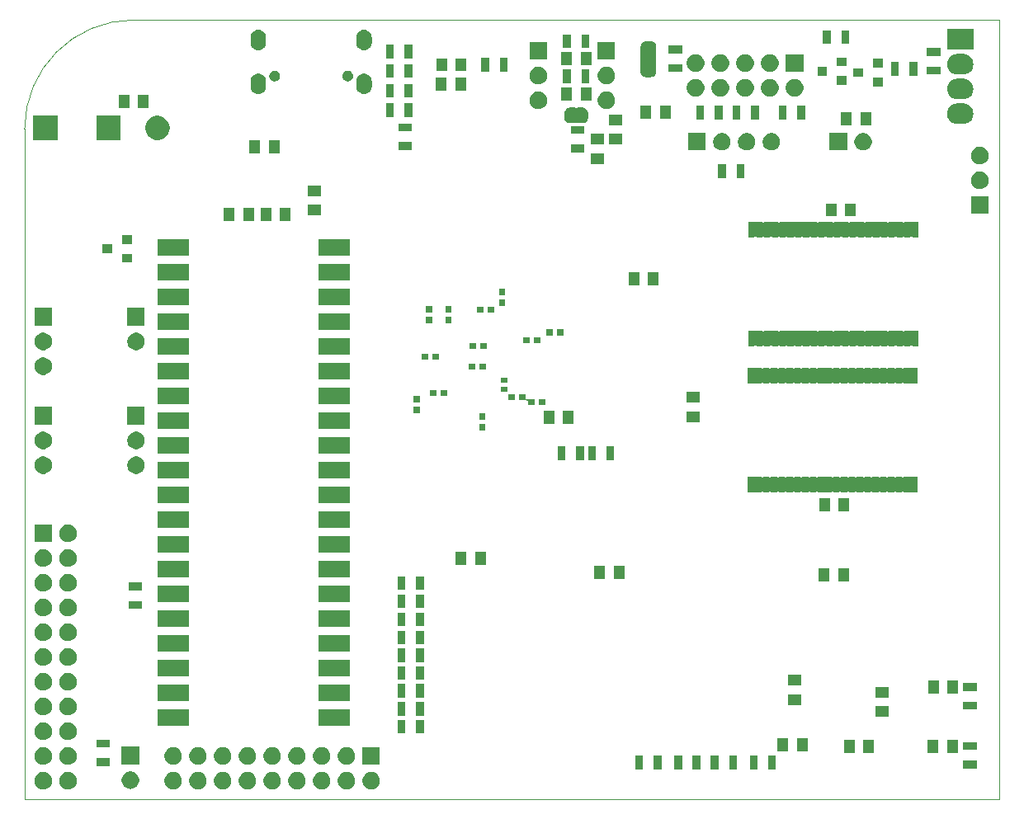
<source format=gbr>
G04 #@! TF.GenerationSoftware,KiCad,Pcbnew,(5.1.6)-1*
G04 #@! TF.CreationDate,2021-06-05T12:15:54+01:00*
G04 #@! TF.ProjectId,blit-cpu-mk3,626c6974-2d63-4707-952d-6d6b332e6b69,3.00*
G04 #@! TF.SameCoordinates,Original*
G04 #@! TF.FileFunction,Soldermask,Bot*
G04 #@! TF.FilePolarity,Negative*
%FSLAX46Y46*%
G04 Gerber Fmt 4.6, Leading zero omitted, Abs format (unit mm)*
G04 Created by KiCad (PCBNEW (5.1.6)-1) date 2021-06-05 12:15:54*
%MOMM*%
%LPD*%
G01*
G04 APERTURE LIST*
G04 #@! TA.AperFunction,Profile*
%ADD10C,0.050000*%
G04 #@! TD*
%ADD11C,0.100000*%
G04 APERTURE END LIST*
D10*
X122000000Y-102000000D02*
X87000000Y-102000000D01*
X122000000Y-22000000D02*
X122000000Y-102000000D01*
X33200000Y-22000000D02*
X122000000Y-22000000D01*
X22000000Y-102000000D02*
X22000000Y-33200000D01*
X22000000Y-33200000D02*
G75*
G02*
X33200000Y-22000000I11200000J0D01*
G01*
X22000000Y-102000000D02*
X87000000Y-102000000D01*
D11*
G36*
X57673512Y-99198927D02*
G01*
X57822812Y-99228624D01*
X57986784Y-99296544D01*
X58134354Y-99395147D01*
X58259853Y-99520646D01*
X58358456Y-99668216D01*
X58426376Y-99832188D01*
X58461000Y-100006259D01*
X58461000Y-100183741D01*
X58426376Y-100357812D01*
X58358456Y-100521784D01*
X58259853Y-100669354D01*
X58134354Y-100794853D01*
X57986784Y-100893456D01*
X57822812Y-100961376D01*
X57673512Y-100991073D01*
X57648742Y-100996000D01*
X57471258Y-100996000D01*
X57446488Y-100991073D01*
X57297188Y-100961376D01*
X57133216Y-100893456D01*
X56985646Y-100794853D01*
X56860147Y-100669354D01*
X56761544Y-100521784D01*
X56693624Y-100357812D01*
X56659000Y-100183741D01*
X56659000Y-100006259D01*
X56693624Y-99832188D01*
X56761544Y-99668216D01*
X56860147Y-99520646D01*
X56985646Y-99395147D01*
X57133216Y-99296544D01*
X57297188Y-99228624D01*
X57446488Y-99198927D01*
X57471258Y-99194000D01*
X57648742Y-99194000D01*
X57673512Y-99198927D01*
G37*
G36*
X55133512Y-99198927D02*
G01*
X55282812Y-99228624D01*
X55446784Y-99296544D01*
X55594354Y-99395147D01*
X55719853Y-99520646D01*
X55818456Y-99668216D01*
X55886376Y-99832188D01*
X55921000Y-100006259D01*
X55921000Y-100183741D01*
X55886376Y-100357812D01*
X55818456Y-100521784D01*
X55719853Y-100669354D01*
X55594354Y-100794853D01*
X55446784Y-100893456D01*
X55282812Y-100961376D01*
X55133512Y-100991073D01*
X55108742Y-100996000D01*
X54931258Y-100996000D01*
X54906488Y-100991073D01*
X54757188Y-100961376D01*
X54593216Y-100893456D01*
X54445646Y-100794853D01*
X54320147Y-100669354D01*
X54221544Y-100521784D01*
X54153624Y-100357812D01*
X54119000Y-100183741D01*
X54119000Y-100006259D01*
X54153624Y-99832188D01*
X54221544Y-99668216D01*
X54320147Y-99520646D01*
X54445646Y-99395147D01*
X54593216Y-99296544D01*
X54757188Y-99228624D01*
X54906488Y-99198927D01*
X54931258Y-99194000D01*
X55108742Y-99194000D01*
X55133512Y-99198927D01*
G37*
G36*
X24018512Y-99198927D02*
G01*
X24167812Y-99228624D01*
X24331784Y-99296544D01*
X24479354Y-99395147D01*
X24604853Y-99520646D01*
X24703456Y-99668216D01*
X24771376Y-99832188D01*
X24806000Y-100006259D01*
X24806000Y-100183741D01*
X24771376Y-100357812D01*
X24703456Y-100521784D01*
X24604853Y-100669354D01*
X24479354Y-100794853D01*
X24331784Y-100893456D01*
X24167812Y-100961376D01*
X24018512Y-100991073D01*
X23993742Y-100996000D01*
X23816258Y-100996000D01*
X23791488Y-100991073D01*
X23642188Y-100961376D01*
X23478216Y-100893456D01*
X23330646Y-100794853D01*
X23205147Y-100669354D01*
X23106544Y-100521784D01*
X23038624Y-100357812D01*
X23004000Y-100183741D01*
X23004000Y-100006259D01*
X23038624Y-99832188D01*
X23106544Y-99668216D01*
X23205147Y-99520646D01*
X23330646Y-99395147D01*
X23478216Y-99296544D01*
X23642188Y-99228624D01*
X23791488Y-99198927D01*
X23816258Y-99194000D01*
X23993742Y-99194000D01*
X24018512Y-99198927D01*
G37*
G36*
X26558512Y-99198927D02*
G01*
X26707812Y-99228624D01*
X26871784Y-99296544D01*
X27019354Y-99395147D01*
X27144853Y-99520646D01*
X27243456Y-99668216D01*
X27311376Y-99832188D01*
X27346000Y-100006259D01*
X27346000Y-100183741D01*
X27311376Y-100357812D01*
X27243456Y-100521784D01*
X27144853Y-100669354D01*
X27019354Y-100794853D01*
X26871784Y-100893456D01*
X26707812Y-100961376D01*
X26558512Y-100991073D01*
X26533742Y-100996000D01*
X26356258Y-100996000D01*
X26331488Y-100991073D01*
X26182188Y-100961376D01*
X26018216Y-100893456D01*
X25870646Y-100794853D01*
X25745147Y-100669354D01*
X25646544Y-100521784D01*
X25578624Y-100357812D01*
X25544000Y-100183741D01*
X25544000Y-100006259D01*
X25578624Y-99832188D01*
X25646544Y-99668216D01*
X25745147Y-99520646D01*
X25870646Y-99395147D01*
X26018216Y-99296544D01*
X26182188Y-99228624D01*
X26331488Y-99198927D01*
X26356258Y-99194000D01*
X26533742Y-99194000D01*
X26558512Y-99198927D01*
G37*
G36*
X52593512Y-99198927D02*
G01*
X52742812Y-99228624D01*
X52906784Y-99296544D01*
X53054354Y-99395147D01*
X53179853Y-99520646D01*
X53278456Y-99668216D01*
X53346376Y-99832188D01*
X53381000Y-100006259D01*
X53381000Y-100183741D01*
X53346376Y-100357812D01*
X53278456Y-100521784D01*
X53179853Y-100669354D01*
X53054354Y-100794853D01*
X52906784Y-100893456D01*
X52742812Y-100961376D01*
X52593512Y-100991073D01*
X52568742Y-100996000D01*
X52391258Y-100996000D01*
X52366488Y-100991073D01*
X52217188Y-100961376D01*
X52053216Y-100893456D01*
X51905646Y-100794853D01*
X51780147Y-100669354D01*
X51681544Y-100521784D01*
X51613624Y-100357812D01*
X51579000Y-100183741D01*
X51579000Y-100006259D01*
X51613624Y-99832188D01*
X51681544Y-99668216D01*
X51780147Y-99520646D01*
X51905646Y-99395147D01*
X52053216Y-99296544D01*
X52217188Y-99228624D01*
X52366488Y-99198927D01*
X52391258Y-99194000D01*
X52568742Y-99194000D01*
X52593512Y-99198927D01*
G37*
G36*
X50053512Y-99198927D02*
G01*
X50202812Y-99228624D01*
X50366784Y-99296544D01*
X50514354Y-99395147D01*
X50639853Y-99520646D01*
X50738456Y-99668216D01*
X50806376Y-99832188D01*
X50841000Y-100006259D01*
X50841000Y-100183741D01*
X50806376Y-100357812D01*
X50738456Y-100521784D01*
X50639853Y-100669354D01*
X50514354Y-100794853D01*
X50366784Y-100893456D01*
X50202812Y-100961376D01*
X50053512Y-100991073D01*
X50028742Y-100996000D01*
X49851258Y-100996000D01*
X49826488Y-100991073D01*
X49677188Y-100961376D01*
X49513216Y-100893456D01*
X49365646Y-100794853D01*
X49240147Y-100669354D01*
X49141544Y-100521784D01*
X49073624Y-100357812D01*
X49039000Y-100183741D01*
X49039000Y-100006259D01*
X49073624Y-99832188D01*
X49141544Y-99668216D01*
X49240147Y-99520646D01*
X49365646Y-99395147D01*
X49513216Y-99296544D01*
X49677188Y-99228624D01*
X49826488Y-99198927D01*
X49851258Y-99194000D01*
X50028742Y-99194000D01*
X50053512Y-99198927D01*
G37*
G36*
X44973512Y-99198927D02*
G01*
X45122812Y-99228624D01*
X45286784Y-99296544D01*
X45434354Y-99395147D01*
X45559853Y-99520646D01*
X45658456Y-99668216D01*
X45726376Y-99832188D01*
X45761000Y-100006259D01*
X45761000Y-100183741D01*
X45726376Y-100357812D01*
X45658456Y-100521784D01*
X45559853Y-100669354D01*
X45434354Y-100794853D01*
X45286784Y-100893456D01*
X45122812Y-100961376D01*
X44973512Y-100991073D01*
X44948742Y-100996000D01*
X44771258Y-100996000D01*
X44746488Y-100991073D01*
X44597188Y-100961376D01*
X44433216Y-100893456D01*
X44285646Y-100794853D01*
X44160147Y-100669354D01*
X44061544Y-100521784D01*
X43993624Y-100357812D01*
X43959000Y-100183741D01*
X43959000Y-100006259D01*
X43993624Y-99832188D01*
X44061544Y-99668216D01*
X44160147Y-99520646D01*
X44285646Y-99395147D01*
X44433216Y-99296544D01*
X44597188Y-99228624D01*
X44746488Y-99198927D01*
X44771258Y-99194000D01*
X44948742Y-99194000D01*
X44973512Y-99198927D01*
G37*
G36*
X47513512Y-99198927D02*
G01*
X47662812Y-99228624D01*
X47826784Y-99296544D01*
X47974354Y-99395147D01*
X48099853Y-99520646D01*
X48198456Y-99668216D01*
X48266376Y-99832188D01*
X48301000Y-100006259D01*
X48301000Y-100183741D01*
X48266376Y-100357812D01*
X48198456Y-100521784D01*
X48099853Y-100669354D01*
X47974354Y-100794853D01*
X47826784Y-100893456D01*
X47662812Y-100961376D01*
X47513512Y-100991073D01*
X47488742Y-100996000D01*
X47311258Y-100996000D01*
X47286488Y-100991073D01*
X47137188Y-100961376D01*
X46973216Y-100893456D01*
X46825646Y-100794853D01*
X46700147Y-100669354D01*
X46601544Y-100521784D01*
X46533624Y-100357812D01*
X46499000Y-100183741D01*
X46499000Y-100006259D01*
X46533624Y-99832188D01*
X46601544Y-99668216D01*
X46700147Y-99520646D01*
X46825646Y-99395147D01*
X46973216Y-99296544D01*
X47137188Y-99228624D01*
X47286488Y-99198927D01*
X47311258Y-99194000D01*
X47488742Y-99194000D01*
X47513512Y-99198927D01*
G37*
G36*
X37353512Y-99198927D02*
G01*
X37502812Y-99228624D01*
X37666784Y-99296544D01*
X37814354Y-99395147D01*
X37939853Y-99520646D01*
X38038456Y-99668216D01*
X38106376Y-99832188D01*
X38141000Y-100006259D01*
X38141000Y-100183741D01*
X38106376Y-100357812D01*
X38038456Y-100521784D01*
X37939853Y-100669354D01*
X37814354Y-100794853D01*
X37666784Y-100893456D01*
X37502812Y-100961376D01*
X37353512Y-100991073D01*
X37328742Y-100996000D01*
X37151258Y-100996000D01*
X37126488Y-100991073D01*
X36977188Y-100961376D01*
X36813216Y-100893456D01*
X36665646Y-100794853D01*
X36540147Y-100669354D01*
X36441544Y-100521784D01*
X36373624Y-100357812D01*
X36339000Y-100183741D01*
X36339000Y-100006259D01*
X36373624Y-99832188D01*
X36441544Y-99668216D01*
X36540147Y-99520646D01*
X36665646Y-99395147D01*
X36813216Y-99296544D01*
X36977188Y-99228624D01*
X37126488Y-99198927D01*
X37151258Y-99194000D01*
X37328742Y-99194000D01*
X37353512Y-99198927D01*
G37*
G36*
X42433512Y-99198927D02*
G01*
X42582812Y-99228624D01*
X42746784Y-99296544D01*
X42894354Y-99395147D01*
X43019853Y-99520646D01*
X43118456Y-99668216D01*
X43186376Y-99832188D01*
X43221000Y-100006259D01*
X43221000Y-100183741D01*
X43186376Y-100357812D01*
X43118456Y-100521784D01*
X43019853Y-100669354D01*
X42894354Y-100794853D01*
X42746784Y-100893456D01*
X42582812Y-100961376D01*
X42433512Y-100991073D01*
X42408742Y-100996000D01*
X42231258Y-100996000D01*
X42206488Y-100991073D01*
X42057188Y-100961376D01*
X41893216Y-100893456D01*
X41745646Y-100794853D01*
X41620147Y-100669354D01*
X41521544Y-100521784D01*
X41453624Y-100357812D01*
X41419000Y-100183741D01*
X41419000Y-100006259D01*
X41453624Y-99832188D01*
X41521544Y-99668216D01*
X41620147Y-99520646D01*
X41745646Y-99395147D01*
X41893216Y-99296544D01*
X42057188Y-99228624D01*
X42206488Y-99198927D01*
X42231258Y-99194000D01*
X42408742Y-99194000D01*
X42433512Y-99198927D01*
G37*
G36*
X39893512Y-99198927D02*
G01*
X40042812Y-99228624D01*
X40206784Y-99296544D01*
X40354354Y-99395147D01*
X40479853Y-99520646D01*
X40578456Y-99668216D01*
X40646376Y-99832188D01*
X40681000Y-100006259D01*
X40681000Y-100183741D01*
X40646376Y-100357812D01*
X40578456Y-100521784D01*
X40479853Y-100669354D01*
X40354354Y-100794853D01*
X40206784Y-100893456D01*
X40042812Y-100961376D01*
X39893512Y-100991073D01*
X39868742Y-100996000D01*
X39691258Y-100996000D01*
X39666488Y-100991073D01*
X39517188Y-100961376D01*
X39353216Y-100893456D01*
X39205646Y-100794853D01*
X39080147Y-100669354D01*
X38981544Y-100521784D01*
X38913624Y-100357812D01*
X38879000Y-100183741D01*
X38879000Y-100006259D01*
X38913624Y-99832188D01*
X38981544Y-99668216D01*
X39080147Y-99520646D01*
X39205646Y-99395147D01*
X39353216Y-99296544D01*
X39517188Y-99228624D01*
X39666488Y-99198927D01*
X39691258Y-99194000D01*
X39868742Y-99194000D01*
X39893512Y-99198927D01*
G37*
G36*
X32963512Y-99143927D02*
G01*
X33112812Y-99173624D01*
X33276784Y-99241544D01*
X33424354Y-99340147D01*
X33549853Y-99465646D01*
X33648456Y-99613216D01*
X33716376Y-99777188D01*
X33751000Y-99951259D01*
X33751000Y-100128741D01*
X33716376Y-100302812D01*
X33648456Y-100466784D01*
X33549853Y-100614354D01*
X33424354Y-100739853D01*
X33276784Y-100838456D01*
X33112812Y-100906376D01*
X32963512Y-100936073D01*
X32938742Y-100941000D01*
X32761258Y-100941000D01*
X32736488Y-100936073D01*
X32587188Y-100906376D01*
X32423216Y-100838456D01*
X32275646Y-100739853D01*
X32150147Y-100614354D01*
X32051544Y-100466784D01*
X31983624Y-100302812D01*
X31949000Y-100128741D01*
X31949000Y-99951259D01*
X31983624Y-99777188D01*
X32051544Y-99613216D01*
X32150147Y-99465646D01*
X32275646Y-99340147D01*
X32423216Y-99241544D01*
X32587188Y-99173624D01*
X32736488Y-99143927D01*
X32761258Y-99139000D01*
X32938742Y-99139000D01*
X32963512Y-99143927D01*
G37*
G36*
X99101000Y-98951000D02*
G01*
X98299000Y-98951000D01*
X98299000Y-97549000D01*
X99101000Y-97549000D01*
X99101000Y-98951000D01*
G37*
G36*
X97201000Y-98951000D02*
G01*
X96399000Y-98951000D01*
X96399000Y-97549000D01*
X97201000Y-97549000D01*
X97201000Y-98951000D01*
G37*
G36*
X93201000Y-98951000D02*
G01*
X92399000Y-98951000D01*
X92399000Y-97549000D01*
X93201000Y-97549000D01*
X93201000Y-98951000D01*
G37*
G36*
X95101000Y-98951000D02*
G01*
X94299000Y-98951000D01*
X94299000Y-97549000D01*
X95101000Y-97549000D01*
X95101000Y-98951000D01*
G37*
G36*
X89451000Y-98951000D02*
G01*
X88649000Y-98951000D01*
X88649000Y-97549000D01*
X89451000Y-97549000D01*
X89451000Y-98951000D01*
G37*
G36*
X91351000Y-98951000D02*
G01*
X90549000Y-98951000D01*
X90549000Y-97549000D01*
X91351000Y-97549000D01*
X91351000Y-98951000D01*
G37*
G36*
X85451000Y-98951000D02*
G01*
X84649000Y-98951000D01*
X84649000Y-97549000D01*
X85451000Y-97549000D01*
X85451000Y-98951000D01*
G37*
G36*
X87351000Y-98951000D02*
G01*
X86549000Y-98951000D01*
X86549000Y-97549000D01*
X87351000Y-97549000D01*
X87351000Y-98951000D01*
G37*
G36*
X119701000Y-98851000D02*
G01*
X118299000Y-98851000D01*
X118299000Y-98049000D01*
X119701000Y-98049000D01*
X119701000Y-98851000D01*
G37*
G36*
X30751000Y-98601000D02*
G01*
X29349000Y-98601000D01*
X29349000Y-97799000D01*
X30751000Y-97799000D01*
X30751000Y-98601000D01*
G37*
G36*
X42433512Y-96658927D02*
G01*
X42582812Y-96688624D01*
X42746784Y-96756544D01*
X42894354Y-96855147D01*
X43019853Y-96980646D01*
X43118456Y-97128216D01*
X43186376Y-97292188D01*
X43221000Y-97466259D01*
X43221000Y-97643741D01*
X43186376Y-97817812D01*
X43118456Y-97981784D01*
X43019853Y-98129354D01*
X42894354Y-98254853D01*
X42746784Y-98353456D01*
X42582812Y-98421376D01*
X42433512Y-98451073D01*
X42408742Y-98456000D01*
X42231258Y-98456000D01*
X42206488Y-98451073D01*
X42057188Y-98421376D01*
X41893216Y-98353456D01*
X41745646Y-98254853D01*
X41620147Y-98129354D01*
X41521544Y-97981784D01*
X41453624Y-97817812D01*
X41419000Y-97643741D01*
X41419000Y-97466259D01*
X41453624Y-97292188D01*
X41521544Y-97128216D01*
X41620147Y-96980646D01*
X41745646Y-96855147D01*
X41893216Y-96756544D01*
X42057188Y-96688624D01*
X42206488Y-96658927D01*
X42231258Y-96654000D01*
X42408742Y-96654000D01*
X42433512Y-96658927D01*
G37*
G36*
X58461000Y-98456000D02*
G01*
X56659000Y-98456000D01*
X56659000Y-96654000D01*
X58461000Y-96654000D01*
X58461000Y-98456000D01*
G37*
G36*
X55133512Y-96658927D02*
G01*
X55282812Y-96688624D01*
X55446784Y-96756544D01*
X55594354Y-96855147D01*
X55719853Y-96980646D01*
X55818456Y-97128216D01*
X55886376Y-97292188D01*
X55921000Y-97466259D01*
X55921000Y-97643741D01*
X55886376Y-97817812D01*
X55818456Y-97981784D01*
X55719853Y-98129354D01*
X55594354Y-98254853D01*
X55446784Y-98353456D01*
X55282812Y-98421376D01*
X55133512Y-98451073D01*
X55108742Y-98456000D01*
X54931258Y-98456000D01*
X54906488Y-98451073D01*
X54757188Y-98421376D01*
X54593216Y-98353456D01*
X54445646Y-98254853D01*
X54320147Y-98129354D01*
X54221544Y-97981784D01*
X54153624Y-97817812D01*
X54119000Y-97643741D01*
X54119000Y-97466259D01*
X54153624Y-97292188D01*
X54221544Y-97128216D01*
X54320147Y-96980646D01*
X54445646Y-96855147D01*
X54593216Y-96756544D01*
X54757188Y-96688624D01*
X54906488Y-96658927D01*
X54931258Y-96654000D01*
X55108742Y-96654000D01*
X55133512Y-96658927D01*
G37*
G36*
X52593512Y-96658927D02*
G01*
X52742812Y-96688624D01*
X52906784Y-96756544D01*
X53054354Y-96855147D01*
X53179853Y-96980646D01*
X53278456Y-97128216D01*
X53346376Y-97292188D01*
X53381000Y-97466259D01*
X53381000Y-97643741D01*
X53346376Y-97817812D01*
X53278456Y-97981784D01*
X53179853Y-98129354D01*
X53054354Y-98254853D01*
X52906784Y-98353456D01*
X52742812Y-98421376D01*
X52593512Y-98451073D01*
X52568742Y-98456000D01*
X52391258Y-98456000D01*
X52366488Y-98451073D01*
X52217188Y-98421376D01*
X52053216Y-98353456D01*
X51905646Y-98254853D01*
X51780147Y-98129354D01*
X51681544Y-97981784D01*
X51613624Y-97817812D01*
X51579000Y-97643741D01*
X51579000Y-97466259D01*
X51613624Y-97292188D01*
X51681544Y-97128216D01*
X51780147Y-96980646D01*
X51905646Y-96855147D01*
X52053216Y-96756544D01*
X52217188Y-96688624D01*
X52366488Y-96658927D01*
X52391258Y-96654000D01*
X52568742Y-96654000D01*
X52593512Y-96658927D01*
G37*
G36*
X24018512Y-96658927D02*
G01*
X24167812Y-96688624D01*
X24331784Y-96756544D01*
X24479354Y-96855147D01*
X24604853Y-96980646D01*
X24703456Y-97128216D01*
X24771376Y-97292188D01*
X24806000Y-97466259D01*
X24806000Y-97643741D01*
X24771376Y-97817812D01*
X24703456Y-97981784D01*
X24604853Y-98129354D01*
X24479354Y-98254853D01*
X24331784Y-98353456D01*
X24167812Y-98421376D01*
X24018512Y-98451073D01*
X23993742Y-98456000D01*
X23816258Y-98456000D01*
X23791488Y-98451073D01*
X23642188Y-98421376D01*
X23478216Y-98353456D01*
X23330646Y-98254853D01*
X23205147Y-98129354D01*
X23106544Y-97981784D01*
X23038624Y-97817812D01*
X23004000Y-97643741D01*
X23004000Y-97466259D01*
X23038624Y-97292188D01*
X23106544Y-97128216D01*
X23205147Y-96980646D01*
X23330646Y-96855147D01*
X23478216Y-96756544D01*
X23642188Y-96688624D01*
X23791488Y-96658927D01*
X23816258Y-96654000D01*
X23993742Y-96654000D01*
X24018512Y-96658927D01*
G37*
G36*
X26558512Y-96658927D02*
G01*
X26707812Y-96688624D01*
X26871784Y-96756544D01*
X27019354Y-96855147D01*
X27144853Y-96980646D01*
X27243456Y-97128216D01*
X27311376Y-97292188D01*
X27346000Y-97466259D01*
X27346000Y-97643741D01*
X27311376Y-97817812D01*
X27243456Y-97981784D01*
X27144853Y-98129354D01*
X27019354Y-98254853D01*
X26871784Y-98353456D01*
X26707812Y-98421376D01*
X26558512Y-98451073D01*
X26533742Y-98456000D01*
X26356258Y-98456000D01*
X26331488Y-98451073D01*
X26182188Y-98421376D01*
X26018216Y-98353456D01*
X25870646Y-98254853D01*
X25745147Y-98129354D01*
X25646544Y-97981784D01*
X25578624Y-97817812D01*
X25544000Y-97643741D01*
X25544000Y-97466259D01*
X25578624Y-97292188D01*
X25646544Y-97128216D01*
X25745147Y-96980646D01*
X25870646Y-96855147D01*
X26018216Y-96756544D01*
X26182188Y-96688624D01*
X26331488Y-96658927D01*
X26356258Y-96654000D01*
X26533742Y-96654000D01*
X26558512Y-96658927D01*
G37*
G36*
X37353512Y-96658927D02*
G01*
X37502812Y-96688624D01*
X37666784Y-96756544D01*
X37814354Y-96855147D01*
X37939853Y-96980646D01*
X38038456Y-97128216D01*
X38106376Y-97292188D01*
X38141000Y-97466259D01*
X38141000Y-97643741D01*
X38106376Y-97817812D01*
X38038456Y-97981784D01*
X37939853Y-98129354D01*
X37814354Y-98254853D01*
X37666784Y-98353456D01*
X37502812Y-98421376D01*
X37353512Y-98451073D01*
X37328742Y-98456000D01*
X37151258Y-98456000D01*
X37126488Y-98451073D01*
X36977188Y-98421376D01*
X36813216Y-98353456D01*
X36665646Y-98254853D01*
X36540147Y-98129354D01*
X36441544Y-97981784D01*
X36373624Y-97817812D01*
X36339000Y-97643741D01*
X36339000Y-97466259D01*
X36373624Y-97292188D01*
X36441544Y-97128216D01*
X36540147Y-96980646D01*
X36665646Y-96855147D01*
X36813216Y-96756544D01*
X36977188Y-96688624D01*
X37126488Y-96658927D01*
X37151258Y-96654000D01*
X37328742Y-96654000D01*
X37353512Y-96658927D01*
G37*
G36*
X44973512Y-96658927D02*
G01*
X45122812Y-96688624D01*
X45286784Y-96756544D01*
X45434354Y-96855147D01*
X45559853Y-96980646D01*
X45658456Y-97128216D01*
X45726376Y-97292188D01*
X45761000Y-97466259D01*
X45761000Y-97643741D01*
X45726376Y-97817812D01*
X45658456Y-97981784D01*
X45559853Y-98129354D01*
X45434354Y-98254853D01*
X45286784Y-98353456D01*
X45122812Y-98421376D01*
X44973512Y-98451073D01*
X44948742Y-98456000D01*
X44771258Y-98456000D01*
X44746488Y-98451073D01*
X44597188Y-98421376D01*
X44433216Y-98353456D01*
X44285646Y-98254853D01*
X44160147Y-98129354D01*
X44061544Y-97981784D01*
X43993624Y-97817812D01*
X43959000Y-97643741D01*
X43959000Y-97466259D01*
X43993624Y-97292188D01*
X44061544Y-97128216D01*
X44160147Y-96980646D01*
X44285646Y-96855147D01*
X44433216Y-96756544D01*
X44597188Y-96688624D01*
X44746488Y-96658927D01*
X44771258Y-96654000D01*
X44948742Y-96654000D01*
X44973512Y-96658927D01*
G37*
G36*
X39893512Y-96658927D02*
G01*
X40042812Y-96688624D01*
X40206784Y-96756544D01*
X40354354Y-96855147D01*
X40479853Y-96980646D01*
X40578456Y-97128216D01*
X40646376Y-97292188D01*
X40681000Y-97466259D01*
X40681000Y-97643741D01*
X40646376Y-97817812D01*
X40578456Y-97981784D01*
X40479853Y-98129354D01*
X40354354Y-98254853D01*
X40206784Y-98353456D01*
X40042812Y-98421376D01*
X39893512Y-98451073D01*
X39868742Y-98456000D01*
X39691258Y-98456000D01*
X39666488Y-98451073D01*
X39517188Y-98421376D01*
X39353216Y-98353456D01*
X39205646Y-98254853D01*
X39080147Y-98129354D01*
X38981544Y-97981784D01*
X38913624Y-97817812D01*
X38879000Y-97643741D01*
X38879000Y-97466259D01*
X38913624Y-97292188D01*
X38981544Y-97128216D01*
X39080147Y-96980646D01*
X39205646Y-96855147D01*
X39353216Y-96756544D01*
X39517188Y-96688624D01*
X39666488Y-96658927D01*
X39691258Y-96654000D01*
X39868742Y-96654000D01*
X39893512Y-96658927D01*
G37*
G36*
X47513512Y-96658927D02*
G01*
X47662812Y-96688624D01*
X47826784Y-96756544D01*
X47974354Y-96855147D01*
X48099853Y-96980646D01*
X48198456Y-97128216D01*
X48266376Y-97292188D01*
X48301000Y-97466259D01*
X48301000Y-97643741D01*
X48266376Y-97817812D01*
X48198456Y-97981784D01*
X48099853Y-98129354D01*
X47974354Y-98254853D01*
X47826784Y-98353456D01*
X47662812Y-98421376D01*
X47513512Y-98451073D01*
X47488742Y-98456000D01*
X47311258Y-98456000D01*
X47286488Y-98451073D01*
X47137188Y-98421376D01*
X46973216Y-98353456D01*
X46825646Y-98254853D01*
X46700147Y-98129354D01*
X46601544Y-97981784D01*
X46533624Y-97817812D01*
X46499000Y-97643741D01*
X46499000Y-97466259D01*
X46533624Y-97292188D01*
X46601544Y-97128216D01*
X46700147Y-96980646D01*
X46825646Y-96855147D01*
X46973216Y-96756544D01*
X47137188Y-96688624D01*
X47286488Y-96658927D01*
X47311258Y-96654000D01*
X47488742Y-96654000D01*
X47513512Y-96658927D01*
G37*
G36*
X50053512Y-96658927D02*
G01*
X50202812Y-96688624D01*
X50366784Y-96756544D01*
X50514354Y-96855147D01*
X50639853Y-96980646D01*
X50738456Y-97128216D01*
X50806376Y-97292188D01*
X50841000Y-97466259D01*
X50841000Y-97643741D01*
X50806376Y-97817812D01*
X50738456Y-97981784D01*
X50639853Y-98129354D01*
X50514354Y-98254853D01*
X50366784Y-98353456D01*
X50202812Y-98421376D01*
X50053512Y-98451073D01*
X50028742Y-98456000D01*
X49851258Y-98456000D01*
X49826488Y-98451073D01*
X49677188Y-98421376D01*
X49513216Y-98353456D01*
X49365646Y-98254853D01*
X49240147Y-98129354D01*
X49141544Y-97981784D01*
X49073624Y-97817812D01*
X49039000Y-97643741D01*
X49039000Y-97466259D01*
X49073624Y-97292188D01*
X49141544Y-97128216D01*
X49240147Y-96980646D01*
X49365646Y-96855147D01*
X49513216Y-96756544D01*
X49677188Y-96688624D01*
X49826488Y-96658927D01*
X49851258Y-96654000D01*
X50028742Y-96654000D01*
X50053512Y-96658927D01*
G37*
G36*
X33751000Y-98401000D02*
G01*
X31949000Y-98401000D01*
X31949000Y-96599000D01*
X33751000Y-96599000D01*
X33751000Y-98401000D01*
G37*
G36*
X109151000Y-97276000D02*
G01*
X108049000Y-97276000D01*
X108049000Y-95924000D01*
X109151000Y-95924000D01*
X109151000Y-97276000D01*
G37*
G36*
X107151000Y-97276000D02*
G01*
X106049000Y-97276000D01*
X106049000Y-95924000D01*
X107151000Y-95924000D01*
X107151000Y-97276000D01*
G37*
G36*
X117751000Y-97276000D02*
G01*
X116649000Y-97276000D01*
X116649000Y-95924000D01*
X117751000Y-95924000D01*
X117751000Y-97276000D01*
G37*
G36*
X115751000Y-97276000D02*
G01*
X114649000Y-97276000D01*
X114649000Y-95924000D01*
X115751000Y-95924000D01*
X115751000Y-97276000D01*
G37*
G36*
X100351000Y-97076000D02*
G01*
X99249000Y-97076000D01*
X99249000Y-95724000D01*
X100351000Y-95724000D01*
X100351000Y-97076000D01*
G37*
G36*
X102351000Y-97076000D02*
G01*
X101249000Y-97076000D01*
X101249000Y-95724000D01*
X102351000Y-95724000D01*
X102351000Y-97076000D01*
G37*
G36*
X119701000Y-96951000D02*
G01*
X118299000Y-96951000D01*
X118299000Y-96149000D01*
X119701000Y-96149000D01*
X119701000Y-96951000D01*
G37*
G36*
X30751000Y-96701000D02*
G01*
X29349000Y-96701000D01*
X29349000Y-95899000D01*
X30751000Y-95899000D01*
X30751000Y-96701000D01*
G37*
G36*
X26558512Y-94118927D02*
G01*
X26707812Y-94148624D01*
X26871784Y-94216544D01*
X27019354Y-94315147D01*
X27144853Y-94440646D01*
X27243456Y-94588216D01*
X27311376Y-94752188D01*
X27346000Y-94926259D01*
X27346000Y-95103741D01*
X27311376Y-95277812D01*
X27243456Y-95441784D01*
X27144853Y-95589354D01*
X27019354Y-95714853D01*
X26871784Y-95813456D01*
X26707812Y-95881376D01*
X26558512Y-95911073D01*
X26533742Y-95916000D01*
X26356258Y-95916000D01*
X26331488Y-95911073D01*
X26182188Y-95881376D01*
X26018216Y-95813456D01*
X25870646Y-95714853D01*
X25745147Y-95589354D01*
X25646544Y-95441784D01*
X25578624Y-95277812D01*
X25544000Y-95103741D01*
X25544000Y-94926259D01*
X25578624Y-94752188D01*
X25646544Y-94588216D01*
X25745147Y-94440646D01*
X25870646Y-94315147D01*
X26018216Y-94216544D01*
X26182188Y-94148624D01*
X26331488Y-94118927D01*
X26356258Y-94114000D01*
X26533742Y-94114000D01*
X26558512Y-94118927D01*
G37*
G36*
X24018512Y-94118927D02*
G01*
X24167812Y-94148624D01*
X24331784Y-94216544D01*
X24479354Y-94315147D01*
X24604853Y-94440646D01*
X24703456Y-94588216D01*
X24771376Y-94752188D01*
X24806000Y-94926259D01*
X24806000Y-95103741D01*
X24771376Y-95277812D01*
X24703456Y-95441784D01*
X24604853Y-95589354D01*
X24479354Y-95714853D01*
X24331784Y-95813456D01*
X24167812Y-95881376D01*
X24018512Y-95911073D01*
X23993742Y-95916000D01*
X23816258Y-95916000D01*
X23791488Y-95911073D01*
X23642188Y-95881376D01*
X23478216Y-95813456D01*
X23330646Y-95714853D01*
X23205147Y-95589354D01*
X23106544Y-95441784D01*
X23038624Y-95277812D01*
X23004000Y-95103741D01*
X23004000Y-94926259D01*
X23038624Y-94752188D01*
X23106544Y-94588216D01*
X23205147Y-94440646D01*
X23330646Y-94315147D01*
X23478216Y-94216544D01*
X23642188Y-94148624D01*
X23791488Y-94118927D01*
X23816258Y-94114000D01*
X23993742Y-94114000D01*
X24018512Y-94118927D01*
G37*
G36*
X62975000Y-95233400D02*
G01*
X62173000Y-95233400D01*
X62173000Y-93831400D01*
X62975000Y-93831400D01*
X62975000Y-95233400D01*
G37*
G36*
X61075000Y-95233400D02*
G01*
X60273000Y-95233400D01*
X60273000Y-93831400D01*
X61075000Y-93831400D01*
X61075000Y-95233400D01*
G37*
G36*
X38839000Y-94477000D02*
G01*
X35637000Y-94477000D01*
X35637000Y-92775000D01*
X38839000Y-92775000D01*
X38839000Y-94477000D01*
G37*
G36*
X55349000Y-94477000D02*
G01*
X52147000Y-94477000D01*
X52147000Y-92775000D01*
X55349000Y-92775000D01*
X55349000Y-94477000D01*
G37*
G36*
X110676000Y-93551000D02*
G01*
X109324000Y-93551000D01*
X109324000Y-92449000D01*
X110676000Y-92449000D01*
X110676000Y-93551000D01*
G37*
G36*
X62949600Y-93404600D02*
G01*
X62147600Y-93404600D01*
X62147600Y-92002600D01*
X62949600Y-92002600D01*
X62949600Y-93404600D01*
G37*
G36*
X61049600Y-93404600D02*
G01*
X60247600Y-93404600D01*
X60247600Y-92002600D01*
X61049600Y-92002600D01*
X61049600Y-93404600D01*
G37*
G36*
X26558512Y-91578927D02*
G01*
X26707812Y-91608624D01*
X26871784Y-91676544D01*
X27019354Y-91775147D01*
X27144853Y-91900646D01*
X27243456Y-92048216D01*
X27311376Y-92212188D01*
X27346000Y-92386259D01*
X27346000Y-92563741D01*
X27311376Y-92737812D01*
X27243456Y-92901784D01*
X27144853Y-93049354D01*
X27019354Y-93174853D01*
X26871784Y-93273456D01*
X26707812Y-93341376D01*
X26558512Y-93371073D01*
X26533742Y-93376000D01*
X26356258Y-93376000D01*
X26331488Y-93371073D01*
X26182188Y-93341376D01*
X26018216Y-93273456D01*
X25870646Y-93174853D01*
X25745147Y-93049354D01*
X25646544Y-92901784D01*
X25578624Y-92737812D01*
X25544000Y-92563741D01*
X25544000Y-92386259D01*
X25578624Y-92212188D01*
X25646544Y-92048216D01*
X25745147Y-91900646D01*
X25870646Y-91775147D01*
X26018216Y-91676544D01*
X26182188Y-91608624D01*
X26331488Y-91578927D01*
X26356258Y-91574000D01*
X26533742Y-91574000D01*
X26558512Y-91578927D01*
G37*
G36*
X24018512Y-91578927D02*
G01*
X24167812Y-91608624D01*
X24331784Y-91676544D01*
X24479354Y-91775147D01*
X24604853Y-91900646D01*
X24703456Y-92048216D01*
X24771376Y-92212188D01*
X24806000Y-92386259D01*
X24806000Y-92563741D01*
X24771376Y-92737812D01*
X24703456Y-92901784D01*
X24604853Y-93049354D01*
X24479354Y-93174853D01*
X24331784Y-93273456D01*
X24167812Y-93341376D01*
X24018512Y-93371073D01*
X23993742Y-93376000D01*
X23816258Y-93376000D01*
X23791488Y-93371073D01*
X23642188Y-93341376D01*
X23478216Y-93273456D01*
X23330646Y-93174853D01*
X23205147Y-93049354D01*
X23106544Y-92901784D01*
X23038624Y-92737812D01*
X23004000Y-92563741D01*
X23004000Y-92386259D01*
X23038624Y-92212188D01*
X23106544Y-92048216D01*
X23205147Y-91900646D01*
X23330646Y-91775147D01*
X23478216Y-91676544D01*
X23642188Y-91608624D01*
X23791488Y-91578927D01*
X23816258Y-91574000D01*
X23993742Y-91574000D01*
X24018512Y-91578927D01*
G37*
G36*
X119701000Y-92801000D02*
G01*
X118299000Y-92801000D01*
X118299000Y-91999000D01*
X119701000Y-91999000D01*
X119701000Y-92801000D01*
G37*
G36*
X101676000Y-92351000D02*
G01*
X100324000Y-92351000D01*
X100324000Y-91249000D01*
X101676000Y-91249000D01*
X101676000Y-92351000D01*
G37*
G36*
X38839000Y-91937000D02*
G01*
X35637000Y-91937000D01*
X35637000Y-90235000D01*
X38839000Y-90235000D01*
X38839000Y-91937000D01*
G37*
G36*
X55349000Y-91937000D02*
G01*
X52147000Y-91937000D01*
X52147000Y-90235000D01*
X55349000Y-90235000D01*
X55349000Y-91937000D01*
G37*
G36*
X62949600Y-91575800D02*
G01*
X62147600Y-91575800D01*
X62147600Y-90173800D01*
X62949600Y-90173800D01*
X62949600Y-91575800D01*
G37*
G36*
X61049600Y-91575800D02*
G01*
X60247600Y-91575800D01*
X60247600Y-90173800D01*
X61049600Y-90173800D01*
X61049600Y-91575800D01*
G37*
G36*
X110676000Y-91551000D02*
G01*
X109324000Y-91551000D01*
X109324000Y-90449000D01*
X110676000Y-90449000D01*
X110676000Y-91551000D01*
G37*
G36*
X117801000Y-91176000D02*
G01*
X116699000Y-91176000D01*
X116699000Y-89824000D01*
X117801000Y-89824000D01*
X117801000Y-91176000D01*
G37*
G36*
X115801000Y-91176000D02*
G01*
X114699000Y-91176000D01*
X114699000Y-89824000D01*
X115801000Y-89824000D01*
X115801000Y-91176000D01*
G37*
G36*
X119701000Y-90901000D02*
G01*
X118299000Y-90901000D01*
X118299000Y-90099000D01*
X119701000Y-90099000D01*
X119701000Y-90901000D01*
G37*
G36*
X26558512Y-89038927D02*
G01*
X26707812Y-89068624D01*
X26871784Y-89136544D01*
X27019354Y-89235147D01*
X27144853Y-89360646D01*
X27243456Y-89508216D01*
X27311376Y-89672188D01*
X27346000Y-89846259D01*
X27346000Y-90023741D01*
X27311376Y-90197812D01*
X27243456Y-90361784D01*
X27144853Y-90509354D01*
X27019354Y-90634853D01*
X26871784Y-90733456D01*
X26707812Y-90801376D01*
X26558512Y-90831073D01*
X26533742Y-90836000D01*
X26356258Y-90836000D01*
X26331488Y-90831073D01*
X26182188Y-90801376D01*
X26018216Y-90733456D01*
X25870646Y-90634853D01*
X25745147Y-90509354D01*
X25646544Y-90361784D01*
X25578624Y-90197812D01*
X25544000Y-90023741D01*
X25544000Y-89846259D01*
X25578624Y-89672188D01*
X25646544Y-89508216D01*
X25745147Y-89360646D01*
X25870646Y-89235147D01*
X26018216Y-89136544D01*
X26182188Y-89068624D01*
X26331488Y-89038927D01*
X26356258Y-89034000D01*
X26533742Y-89034000D01*
X26558512Y-89038927D01*
G37*
G36*
X24018512Y-89038927D02*
G01*
X24167812Y-89068624D01*
X24331784Y-89136544D01*
X24479354Y-89235147D01*
X24604853Y-89360646D01*
X24703456Y-89508216D01*
X24771376Y-89672188D01*
X24806000Y-89846259D01*
X24806000Y-90023741D01*
X24771376Y-90197812D01*
X24703456Y-90361784D01*
X24604853Y-90509354D01*
X24479354Y-90634853D01*
X24331784Y-90733456D01*
X24167812Y-90801376D01*
X24018512Y-90831073D01*
X23993742Y-90836000D01*
X23816258Y-90836000D01*
X23791488Y-90831073D01*
X23642188Y-90801376D01*
X23478216Y-90733456D01*
X23330646Y-90634853D01*
X23205147Y-90509354D01*
X23106544Y-90361784D01*
X23038624Y-90197812D01*
X23004000Y-90023741D01*
X23004000Y-89846259D01*
X23038624Y-89672188D01*
X23106544Y-89508216D01*
X23205147Y-89360646D01*
X23330646Y-89235147D01*
X23478216Y-89136544D01*
X23642188Y-89068624D01*
X23791488Y-89038927D01*
X23816258Y-89034000D01*
X23993742Y-89034000D01*
X24018512Y-89038927D01*
G37*
G36*
X101676000Y-90351000D02*
G01*
X100324000Y-90351000D01*
X100324000Y-89249000D01*
X101676000Y-89249000D01*
X101676000Y-90351000D01*
G37*
G36*
X62949600Y-89747000D02*
G01*
X62147600Y-89747000D01*
X62147600Y-88345000D01*
X62949600Y-88345000D01*
X62949600Y-89747000D01*
G37*
G36*
X61049600Y-89747000D02*
G01*
X60247600Y-89747000D01*
X60247600Y-88345000D01*
X61049600Y-88345000D01*
X61049600Y-89747000D01*
G37*
G36*
X55349000Y-89397000D02*
G01*
X52147000Y-89397000D01*
X52147000Y-87695000D01*
X55349000Y-87695000D01*
X55349000Y-89397000D01*
G37*
G36*
X38839000Y-89397000D02*
G01*
X35637000Y-89397000D01*
X35637000Y-87695000D01*
X38839000Y-87695000D01*
X38839000Y-89397000D01*
G37*
G36*
X24018512Y-86498927D02*
G01*
X24167812Y-86528624D01*
X24331784Y-86596544D01*
X24479354Y-86695147D01*
X24604853Y-86820646D01*
X24703456Y-86968216D01*
X24771376Y-87132188D01*
X24806000Y-87306259D01*
X24806000Y-87483741D01*
X24771376Y-87657812D01*
X24703456Y-87821784D01*
X24604853Y-87969354D01*
X24479354Y-88094853D01*
X24331784Y-88193456D01*
X24167812Y-88261376D01*
X24018512Y-88291073D01*
X23993742Y-88296000D01*
X23816258Y-88296000D01*
X23791488Y-88291073D01*
X23642188Y-88261376D01*
X23478216Y-88193456D01*
X23330646Y-88094853D01*
X23205147Y-87969354D01*
X23106544Y-87821784D01*
X23038624Y-87657812D01*
X23004000Y-87483741D01*
X23004000Y-87306259D01*
X23038624Y-87132188D01*
X23106544Y-86968216D01*
X23205147Y-86820646D01*
X23330646Y-86695147D01*
X23478216Y-86596544D01*
X23642188Y-86528624D01*
X23791488Y-86498927D01*
X23816258Y-86494000D01*
X23993742Y-86494000D01*
X24018512Y-86498927D01*
G37*
G36*
X26558512Y-86498927D02*
G01*
X26707812Y-86528624D01*
X26871784Y-86596544D01*
X27019354Y-86695147D01*
X27144853Y-86820646D01*
X27243456Y-86968216D01*
X27311376Y-87132188D01*
X27346000Y-87306259D01*
X27346000Y-87483741D01*
X27311376Y-87657812D01*
X27243456Y-87821784D01*
X27144853Y-87969354D01*
X27019354Y-88094853D01*
X26871784Y-88193456D01*
X26707812Y-88261376D01*
X26558512Y-88291073D01*
X26533742Y-88296000D01*
X26356258Y-88296000D01*
X26331488Y-88291073D01*
X26182188Y-88261376D01*
X26018216Y-88193456D01*
X25870646Y-88094853D01*
X25745147Y-87969354D01*
X25646544Y-87821784D01*
X25578624Y-87657812D01*
X25544000Y-87483741D01*
X25544000Y-87306259D01*
X25578624Y-87132188D01*
X25646544Y-86968216D01*
X25745147Y-86820646D01*
X25870646Y-86695147D01*
X26018216Y-86596544D01*
X26182188Y-86528624D01*
X26331488Y-86498927D01*
X26356258Y-86494000D01*
X26533742Y-86494000D01*
X26558512Y-86498927D01*
G37*
G36*
X61049600Y-87918200D02*
G01*
X60247600Y-87918200D01*
X60247600Y-86516200D01*
X61049600Y-86516200D01*
X61049600Y-87918200D01*
G37*
G36*
X62949600Y-87918200D02*
G01*
X62147600Y-87918200D01*
X62147600Y-86516200D01*
X62949600Y-86516200D01*
X62949600Y-87918200D01*
G37*
G36*
X38839000Y-86857000D02*
G01*
X35637000Y-86857000D01*
X35637000Y-85155000D01*
X38839000Y-85155000D01*
X38839000Y-86857000D01*
G37*
G36*
X55349000Y-86857000D02*
G01*
X52147000Y-86857000D01*
X52147000Y-85155000D01*
X55349000Y-85155000D01*
X55349000Y-86857000D01*
G37*
G36*
X62949600Y-86089400D02*
G01*
X62147600Y-86089400D01*
X62147600Y-84687400D01*
X62949600Y-84687400D01*
X62949600Y-86089400D01*
G37*
G36*
X61049600Y-86089400D02*
G01*
X60247600Y-86089400D01*
X60247600Y-84687400D01*
X61049600Y-84687400D01*
X61049600Y-86089400D01*
G37*
G36*
X26558512Y-83958927D02*
G01*
X26707812Y-83988624D01*
X26871784Y-84056544D01*
X27019354Y-84155147D01*
X27144853Y-84280646D01*
X27243456Y-84428216D01*
X27311376Y-84592188D01*
X27346000Y-84766259D01*
X27346000Y-84943741D01*
X27311376Y-85117812D01*
X27243456Y-85281784D01*
X27144853Y-85429354D01*
X27019354Y-85554853D01*
X26871784Y-85653456D01*
X26707812Y-85721376D01*
X26558512Y-85751073D01*
X26533742Y-85756000D01*
X26356258Y-85756000D01*
X26331488Y-85751073D01*
X26182188Y-85721376D01*
X26018216Y-85653456D01*
X25870646Y-85554853D01*
X25745147Y-85429354D01*
X25646544Y-85281784D01*
X25578624Y-85117812D01*
X25544000Y-84943741D01*
X25544000Y-84766259D01*
X25578624Y-84592188D01*
X25646544Y-84428216D01*
X25745147Y-84280646D01*
X25870646Y-84155147D01*
X26018216Y-84056544D01*
X26182188Y-83988624D01*
X26331488Y-83958927D01*
X26356258Y-83954000D01*
X26533742Y-83954000D01*
X26558512Y-83958927D01*
G37*
G36*
X24018512Y-83958927D02*
G01*
X24167812Y-83988624D01*
X24331784Y-84056544D01*
X24479354Y-84155147D01*
X24604853Y-84280646D01*
X24703456Y-84428216D01*
X24771376Y-84592188D01*
X24806000Y-84766259D01*
X24806000Y-84943741D01*
X24771376Y-85117812D01*
X24703456Y-85281784D01*
X24604853Y-85429354D01*
X24479354Y-85554853D01*
X24331784Y-85653456D01*
X24167812Y-85721376D01*
X24018512Y-85751073D01*
X23993742Y-85756000D01*
X23816258Y-85756000D01*
X23791488Y-85751073D01*
X23642188Y-85721376D01*
X23478216Y-85653456D01*
X23330646Y-85554853D01*
X23205147Y-85429354D01*
X23106544Y-85281784D01*
X23038624Y-85117812D01*
X23004000Y-84943741D01*
X23004000Y-84766259D01*
X23038624Y-84592188D01*
X23106544Y-84428216D01*
X23205147Y-84280646D01*
X23330646Y-84155147D01*
X23478216Y-84056544D01*
X23642188Y-83988624D01*
X23791488Y-83958927D01*
X23816258Y-83954000D01*
X23993742Y-83954000D01*
X24018512Y-83958927D01*
G37*
G36*
X55349000Y-84317000D02*
G01*
X52147000Y-84317000D01*
X52147000Y-82615000D01*
X55349000Y-82615000D01*
X55349000Y-84317000D01*
G37*
G36*
X38839000Y-84317000D02*
G01*
X35637000Y-84317000D01*
X35637000Y-82615000D01*
X38839000Y-82615000D01*
X38839000Y-84317000D01*
G37*
G36*
X62949600Y-84235200D02*
G01*
X62147600Y-84235200D01*
X62147600Y-82833200D01*
X62949600Y-82833200D01*
X62949600Y-84235200D01*
G37*
G36*
X61049600Y-84235200D02*
G01*
X60247600Y-84235200D01*
X60247600Y-82833200D01*
X61049600Y-82833200D01*
X61049600Y-84235200D01*
G37*
G36*
X26558512Y-81418927D02*
G01*
X26707812Y-81448624D01*
X26871784Y-81516544D01*
X27019354Y-81615147D01*
X27144853Y-81740646D01*
X27243456Y-81888216D01*
X27311376Y-82052188D01*
X27346000Y-82226259D01*
X27346000Y-82403741D01*
X27311376Y-82577812D01*
X27243456Y-82741784D01*
X27144853Y-82889354D01*
X27019354Y-83014853D01*
X26871784Y-83113456D01*
X26707812Y-83181376D01*
X26558512Y-83211073D01*
X26533742Y-83216000D01*
X26356258Y-83216000D01*
X26331488Y-83211073D01*
X26182188Y-83181376D01*
X26018216Y-83113456D01*
X25870646Y-83014853D01*
X25745147Y-82889354D01*
X25646544Y-82741784D01*
X25578624Y-82577812D01*
X25544000Y-82403741D01*
X25544000Y-82226259D01*
X25578624Y-82052188D01*
X25646544Y-81888216D01*
X25745147Y-81740646D01*
X25870646Y-81615147D01*
X26018216Y-81516544D01*
X26182188Y-81448624D01*
X26331488Y-81418927D01*
X26356258Y-81414000D01*
X26533742Y-81414000D01*
X26558512Y-81418927D01*
G37*
G36*
X24018512Y-81418927D02*
G01*
X24167812Y-81448624D01*
X24331784Y-81516544D01*
X24479354Y-81615147D01*
X24604853Y-81740646D01*
X24703456Y-81888216D01*
X24771376Y-82052188D01*
X24806000Y-82226259D01*
X24806000Y-82403741D01*
X24771376Y-82577812D01*
X24703456Y-82741784D01*
X24604853Y-82889354D01*
X24479354Y-83014853D01*
X24331784Y-83113456D01*
X24167812Y-83181376D01*
X24018512Y-83211073D01*
X23993742Y-83216000D01*
X23816258Y-83216000D01*
X23791488Y-83211073D01*
X23642188Y-83181376D01*
X23478216Y-83113456D01*
X23330646Y-83014853D01*
X23205147Y-82889354D01*
X23106544Y-82741784D01*
X23038624Y-82577812D01*
X23004000Y-82403741D01*
X23004000Y-82226259D01*
X23038624Y-82052188D01*
X23106544Y-81888216D01*
X23205147Y-81740646D01*
X23330646Y-81615147D01*
X23478216Y-81516544D01*
X23642188Y-81448624D01*
X23791488Y-81418927D01*
X23816258Y-81414000D01*
X23993742Y-81414000D01*
X24018512Y-81418927D01*
G37*
G36*
X34051000Y-82451000D02*
G01*
X32649000Y-82451000D01*
X32649000Y-81649000D01*
X34051000Y-81649000D01*
X34051000Y-82451000D01*
G37*
G36*
X61049600Y-82381000D02*
G01*
X60247600Y-82381000D01*
X60247600Y-80979000D01*
X61049600Y-80979000D01*
X61049600Y-82381000D01*
G37*
G36*
X62949600Y-82381000D02*
G01*
X62147600Y-82381000D01*
X62147600Y-80979000D01*
X62949600Y-80979000D01*
X62949600Y-82381000D01*
G37*
G36*
X55349000Y-81777000D02*
G01*
X52147000Y-81777000D01*
X52147000Y-80075000D01*
X55349000Y-80075000D01*
X55349000Y-81777000D01*
G37*
G36*
X38839000Y-81777000D02*
G01*
X35637000Y-81777000D01*
X35637000Y-80075000D01*
X38839000Y-80075000D01*
X38839000Y-81777000D01*
G37*
G36*
X24018512Y-78878927D02*
G01*
X24167812Y-78908624D01*
X24331784Y-78976544D01*
X24479354Y-79075147D01*
X24604853Y-79200646D01*
X24703456Y-79348216D01*
X24771376Y-79512188D01*
X24806000Y-79686259D01*
X24806000Y-79863741D01*
X24771376Y-80037812D01*
X24703456Y-80201784D01*
X24604853Y-80349354D01*
X24479354Y-80474853D01*
X24331784Y-80573456D01*
X24167812Y-80641376D01*
X24018512Y-80671073D01*
X23993742Y-80676000D01*
X23816258Y-80676000D01*
X23791488Y-80671073D01*
X23642188Y-80641376D01*
X23478216Y-80573456D01*
X23330646Y-80474853D01*
X23205147Y-80349354D01*
X23106544Y-80201784D01*
X23038624Y-80037812D01*
X23004000Y-79863741D01*
X23004000Y-79686259D01*
X23038624Y-79512188D01*
X23106544Y-79348216D01*
X23205147Y-79200646D01*
X23330646Y-79075147D01*
X23478216Y-78976544D01*
X23642188Y-78908624D01*
X23791488Y-78878927D01*
X23816258Y-78874000D01*
X23993742Y-78874000D01*
X24018512Y-78878927D01*
G37*
G36*
X26558512Y-78878927D02*
G01*
X26707812Y-78908624D01*
X26871784Y-78976544D01*
X27019354Y-79075147D01*
X27144853Y-79200646D01*
X27243456Y-79348216D01*
X27311376Y-79512188D01*
X27346000Y-79686259D01*
X27346000Y-79863741D01*
X27311376Y-80037812D01*
X27243456Y-80201784D01*
X27144853Y-80349354D01*
X27019354Y-80474853D01*
X26871784Y-80573456D01*
X26707812Y-80641376D01*
X26558512Y-80671073D01*
X26533742Y-80676000D01*
X26356258Y-80676000D01*
X26331488Y-80671073D01*
X26182188Y-80641376D01*
X26018216Y-80573456D01*
X25870646Y-80474853D01*
X25745147Y-80349354D01*
X25646544Y-80201784D01*
X25578624Y-80037812D01*
X25544000Y-79863741D01*
X25544000Y-79686259D01*
X25578624Y-79512188D01*
X25646544Y-79348216D01*
X25745147Y-79200646D01*
X25870646Y-79075147D01*
X26018216Y-78976544D01*
X26182188Y-78908624D01*
X26331488Y-78878927D01*
X26356258Y-78874000D01*
X26533742Y-78874000D01*
X26558512Y-78878927D01*
G37*
G36*
X34051000Y-80551000D02*
G01*
X32649000Y-80551000D01*
X32649000Y-79749000D01*
X34051000Y-79749000D01*
X34051000Y-80551000D01*
G37*
G36*
X62949600Y-80526800D02*
G01*
X62147600Y-80526800D01*
X62147600Y-79124800D01*
X62949600Y-79124800D01*
X62949600Y-80526800D01*
G37*
G36*
X61049600Y-80526800D02*
G01*
X60247600Y-80526800D01*
X60247600Y-79124800D01*
X61049600Y-79124800D01*
X61049600Y-80526800D01*
G37*
G36*
X104581000Y-79606000D02*
G01*
X103479000Y-79606000D01*
X103479000Y-78254000D01*
X104581000Y-78254000D01*
X104581000Y-79606000D01*
G37*
G36*
X106581000Y-79606000D02*
G01*
X105479000Y-79606000D01*
X105479000Y-78254000D01*
X106581000Y-78254000D01*
X106581000Y-79606000D01*
G37*
G36*
X83551000Y-79426000D02*
G01*
X82449000Y-79426000D01*
X82449000Y-78074000D01*
X83551000Y-78074000D01*
X83551000Y-79426000D01*
G37*
G36*
X81551000Y-79426000D02*
G01*
X80449000Y-79426000D01*
X80449000Y-78074000D01*
X81551000Y-78074000D01*
X81551000Y-79426000D01*
G37*
G36*
X55349000Y-79237000D02*
G01*
X52147000Y-79237000D01*
X52147000Y-77535000D01*
X55349000Y-77535000D01*
X55349000Y-79237000D01*
G37*
G36*
X38839000Y-79237000D02*
G01*
X35637000Y-79237000D01*
X35637000Y-77535000D01*
X38839000Y-77535000D01*
X38839000Y-79237000D01*
G37*
G36*
X24018512Y-76338927D02*
G01*
X24167812Y-76368624D01*
X24331784Y-76436544D01*
X24479354Y-76535147D01*
X24604853Y-76660646D01*
X24703456Y-76808216D01*
X24771376Y-76972188D01*
X24806000Y-77146259D01*
X24806000Y-77323741D01*
X24771376Y-77497812D01*
X24703456Y-77661784D01*
X24604853Y-77809354D01*
X24479354Y-77934853D01*
X24331784Y-78033456D01*
X24167812Y-78101376D01*
X24018512Y-78131073D01*
X23993742Y-78136000D01*
X23816258Y-78136000D01*
X23791488Y-78131073D01*
X23642188Y-78101376D01*
X23478216Y-78033456D01*
X23330646Y-77934853D01*
X23205147Y-77809354D01*
X23106544Y-77661784D01*
X23038624Y-77497812D01*
X23004000Y-77323741D01*
X23004000Y-77146259D01*
X23038624Y-76972188D01*
X23106544Y-76808216D01*
X23205147Y-76660646D01*
X23330646Y-76535147D01*
X23478216Y-76436544D01*
X23642188Y-76368624D01*
X23791488Y-76338927D01*
X23816258Y-76334000D01*
X23993742Y-76334000D01*
X24018512Y-76338927D01*
G37*
G36*
X26558512Y-76338927D02*
G01*
X26707812Y-76368624D01*
X26871784Y-76436544D01*
X27019354Y-76535147D01*
X27144853Y-76660646D01*
X27243456Y-76808216D01*
X27311376Y-76972188D01*
X27346000Y-77146259D01*
X27346000Y-77323741D01*
X27311376Y-77497812D01*
X27243456Y-77661784D01*
X27144853Y-77809354D01*
X27019354Y-77934853D01*
X26871784Y-78033456D01*
X26707812Y-78101376D01*
X26558512Y-78131073D01*
X26533742Y-78136000D01*
X26356258Y-78136000D01*
X26331488Y-78131073D01*
X26182188Y-78101376D01*
X26018216Y-78033456D01*
X25870646Y-77934853D01*
X25745147Y-77809354D01*
X25646544Y-77661784D01*
X25578624Y-77497812D01*
X25544000Y-77323741D01*
X25544000Y-77146259D01*
X25578624Y-76972188D01*
X25646544Y-76808216D01*
X25745147Y-76660646D01*
X25870646Y-76535147D01*
X26018216Y-76436544D01*
X26182188Y-76368624D01*
X26331488Y-76338927D01*
X26356258Y-76334000D01*
X26533742Y-76334000D01*
X26558512Y-76338927D01*
G37*
G36*
X69301000Y-77926000D02*
G01*
X68199000Y-77926000D01*
X68199000Y-76574000D01*
X69301000Y-76574000D01*
X69301000Y-77926000D01*
G37*
G36*
X67301000Y-77926000D02*
G01*
X66199000Y-77926000D01*
X66199000Y-76574000D01*
X67301000Y-76574000D01*
X67301000Y-77926000D01*
G37*
G36*
X38839000Y-76697000D02*
G01*
X35637000Y-76697000D01*
X35637000Y-74995000D01*
X38839000Y-74995000D01*
X38839000Y-76697000D01*
G37*
G36*
X55349000Y-76697000D02*
G01*
X52147000Y-76697000D01*
X52147000Y-74995000D01*
X55349000Y-74995000D01*
X55349000Y-76697000D01*
G37*
G36*
X24806000Y-75596000D02*
G01*
X23004000Y-75596000D01*
X23004000Y-73794000D01*
X24806000Y-73794000D01*
X24806000Y-75596000D01*
G37*
G36*
X26558512Y-73798927D02*
G01*
X26707812Y-73828624D01*
X26871784Y-73896544D01*
X27019354Y-73995147D01*
X27144853Y-74120646D01*
X27243456Y-74268216D01*
X27311376Y-74432188D01*
X27346000Y-74606259D01*
X27346000Y-74783741D01*
X27311376Y-74957812D01*
X27243456Y-75121784D01*
X27144853Y-75269354D01*
X27019354Y-75394853D01*
X26871784Y-75493456D01*
X26707812Y-75561376D01*
X26558512Y-75591073D01*
X26533742Y-75596000D01*
X26356258Y-75596000D01*
X26331488Y-75591073D01*
X26182188Y-75561376D01*
X26018216Y-75493456D01*
X25870646Y-75394853D01*
X25745147Y-75269354D01*
X25646544Y-75121784D01*
X25578624Y-74957812D01*
X25544000Y-74783741D01*
X25544000Y-74606259D01*
X25578624Y-74432188D01*
X25646544Y-74268216D01*
X25745147Y-74120646D01*
X25870646Y-73995147D01*
X26018216Y-73896544D01*
X26182188Y-73828624D01*
X26331488Y-73798927D01*
X26356258Y-73794000D01*
X26533742Y-73794000D01*
X26558512Y-73798927D01*
G37*
G36*
X38839000Y-74157000D02*
G01*
X35637000Y-74157000D01*
X35637000Y-72455000D01*
X38839000Y-72455000D01*
X38839000Y-74157000D01*
G37*
G36*
X55349000Y-74157000D02*
G01*
X52147000Y-74157000D01*
X52147000Y-72455000D01*
X55349000Y-72455000D01*
X55349000Y-74157000D01*
G37*
G36*
X106621000Y-72426000D02*
G01*
X105519000Y-72426000D01*
X105519000Y-71074000D01*
X106621000Y-71074000D01*
X106621000Y-72426000D01*
G37*
G36*
X104621000Y-72426000D02*
G01*
X103519000Y-72426000D01*
X103519000Y-71074000D01*
X104621000Y-71074000D01*
X104621000Y-72426000D01*
G37*
G36*
X38839000Y-71617000D02*
G01*
X35637000Y-71617000D01*
X35637000Y-69915000D01*
X38839000Y-69915000D01*
X38839000Y-71617000D01*
G37*
G36*
X55349000Y-71617000D02*
G01*
X52147000Y-71617000D01*
X52147000Y-69915000D01*
X55349000Y-69915000D01*
X55349000Y-71617000D01*
G37*
G36*
X96744987Y-68876524D02*
G01*
X96763730Y-68882210D01*
X96780997Y-68891439D01*
X96796138Y-68903865D01*
X96803375Y-68912683D01*
X96820702Y-68930010D01*
X96841076Y-68943623D01*
X96863715Y-68953001D01*
X96887748Y-68957781D01*
X96912252Y-68957781D01*
X96936285Y-68953001D01*
X96958924Y-68943623D01*
X96979299Y-68930009D01*
X96996625Y-68912683D01*
X97003862Y-68903865D01*
X97019003Y-68891439D01*
X97036270Y-68882210D01*
X97055013Y-68876524D01*
X97080640Y-68874000D01*
X97519360Y-68874000D01*
X97544987Y-68876524D01*
X97563730Y-68882210D01*
X97580997Y-68891439D01*
X97596138Y-68903865D01*
X97603375Y-68912683D01*
X97620702Y-68930010D01*
X97641076Y-68943623D01*
X97663715Y-68953001D01*
X97687748Y-68957781D01*
X97712252Y-68957781D01*
X97736285Y-68953001D01*
X97758924Y-68943623D01*
X97779299Y-68930009D01*
X97796625Y-68912683D01*
X97803862Y-68903865D01*
X97819003Y-68891439D01*
X97836270Y-68882210D01*
X97855013Y-68876524D01*
X97880640Y-68874000D01*
X98319360Y-68874000D01*
X98344987Y-68876524D01*
X98363730Y-68882210D01*
X98380997Y-68891439D01*
X98396138Y-68903865D01*
X98403375Y-68912683D01*
X98420702Y-68930010D01*
X98441076Y-68943623D01*
X98463715Y-68953001D01*
X98487748Y-68957781D01*
X98512252Y-68957781D01*
X98536285Y-68953001D01*
X98558924Y-68943623D01*
X98579299Y-68930009D01*
X98596625Y-68912683D01*
X98603862Y-68903865D01*
X98619003Y-68891439D01*
X98636270Y-68882210D01*
X98655013Y-68876524D01*
X98680640Y-68874000D01*
X99119360Y-68874000D01*
X99144987Y-68876524D01*
X99163730Y-68882210D01*
X99180997Y-68891439D01*
X99196138Y-68903865D01*
X99203375Y-68912683D01*
X99220702Y-68930010D01*
X99241076Y-68943623D01*
X99263715Y-68953001D01*
X99287748Y-68957781D01*
X99312252Y-68957781D01*
X99336285Y-68953001D01*
X99358924Y-68943623D01*
X99379299Y-68930009D01*
X99396625Y-68912683D01*
X99403862Y-68903865D01*
X99419003Y-68891439D01*
X99436270Y-68882210D01*
X99455013Y-68876524D01*
X99480640Y-68874000D01*
X99919360Y-68874000D01*
X99944987Y-68876524D01*
X99963730Y-68882210D01*
X99980997Y-68891439D01*
X99996138Y-68903865D01*
X100003375Y-68912683D01*
X100020702Y-68930010D01*
X100041076Y-68943623D01*
X100063715Y-68953001D01*
X100087748Y-68957781D01*
X100112252Y-68957781D01*
X100136285Y-68953001D01*
X100158924Y-68943623D01*
X100179299Y-68930009D01*
X100196625Y-68912683D01*
X100203862Y-68903865D01*
X100219003Y-68891439D01*
X100236270Y-68882210D01*
X100255013Y-68876524D01*
X100280640Y-68874000D01*
X100719360Y-68874000D01*
X100744987Y-68876524D01*
X100763730Y-68882210D01*
X100780997Y-68891439D01*
X100796138Y-68903865D01*
X100803375Y-68912683D01*
X100820702Y-68930010D01*
X100841076Y-68943623D01*
X100863715Y-68953001D01*
X100887748Y-68957781D01*
X100912252Y-68957781D01*
X100936285Y-68953001D01*
X100958924Y-68943623D01*
X100979299Y-68930009D01*
X100996625Y-68912683D01*
X101003862Y-68903865D01*
X101019003Y-68891439D01*
X101036270Y-68882210D01*
X101055013Y-68876524D01*
X101080640Y-68874000D01*
X101519360Y-68874000D01*
X101544987Y-68876524D01*
X101563730Y-68882210D01*
X101580997Y-68891439D01*
X101596138Y-68903865D01*
X101603375Y-68912683D01*
X101620702Y-68930010D01*
X101641076Y-68943623D01*
X101663715Y-68953001D01*
X101687748Y-68957781D01*
X101712252Y-68957781D01*
X101736285Y-68953001D01*
X101758924Y-68943623D01*
X101779299Y-68930009D01*
X101796625Y-68912683D01*
X101803862Y-68903865D01*
X101819003Y-68891439D01*
X101836270Y-68882210D01*
X101855013Y-68876524D01*
X101880640Y-68874000D01*
X102319360Y-68874000D01*
X102344987Y-68876524D01*
X102363730Y-68882210D01*
X102380997Y-68891439D01*
X102396138Y-68903865D01*
X102403375Y-68912683D01*
X102420702Y-68930010D01*
X102441076Y-68943623D01*
X102463715Y-68953001D01*
X102487748Y-68957781D01*
X102512252Y-68957781D01*
X102536285Y-68953001D01*
X102558924Y-68943623D01*
X102579299Y-68930009D01*
X102596625Y-68912683D01*
X102603862Y-68903865D01*
X102619003Y-68891439D01*
X102636270Y-68882210D01*
X102655013Y-68876524D01*
X102680640Y-68874000D01*
X103119360Y-68874000D01*
X103144987Y-68876524D01*
X103163730Y-68882210D01*
X103180997Y-68891439D01*
X103196138Y-68903865D01*
X103203375Y-68912683D01*
X103220702Y-68930010D01*
X103241076Y-68943623D01*
X103263715Y-68953001D01*
X103287748Y-68957781D01*
X103312252Y-68957781D01*
X103336285Y-68953001D01*
X103358924Y-68943623D01*
X103379299Y-68930009D01*
X103396625Y-68912683D01*
X103403862Y-68903865D01*
X103419003Y-68891439D01*
X103436270Y-68882210D01*
X103455013Y-68876524D01*
X103480640Y-68874000D01*
X103919360Y-68874000D01*
X103944987Y-68876524D01*
X103963730Y-68882210D01*
X103980997Y-68891439D01*
X103996138Y-68903865D01*
X104003375Y-68912683D01*
X104020702Y-68930010D01*
X104041076Y-68943623D01*
X104063715Y-68953001D01*
X104087748Y-68957781D01*
X104112252Y-68957781D01*
X104136285Y-68953001D01*
X104158924Y-68943623D01*
X104179299Y-68930009D01*
X104196625Y-68912683D01*
X104203862Y-68903865D01*
X104219003Y-68891439D01*
X104236270Y-68882210D01*
X104255013Y-68876524D01*
X104280640Y-68874000D01*
X104719360Y-68874000D01*
X104744987Y-68876524D01*
X104763730Y-68882210D01*
X104780997Y-68891439D01*
X104796138Y-68903865D01*
X104803375Y-68912683D01*
X104820702Y-68930010D01*
X104841076Y-68943623D01*
X104863715Y-68953001D01*
X104887748Y-68957781D01*
X104912252Y-68957781D01*
X104936285Y-68953001D01*
X104958924Y-68943623D01*
X104979299Y-68930009D01*
X104996625Y-68912683D01*
X105003862Y-68903865D01*
X105019003Y-68891439D01*
X105036270Y-68882210D01*
X105055013Y-68876524D01*
X105080640Y-68874000D01*
X105519360Y-68874000D01*
X105544987Y-68876524D01*
X105563730Y-68882210D01*
X105580997Y-68891439D01*
X105596138Y-68903865D01*
X105603375Y-68912683D01*
X105620702Y-68930010D01*
X105641076Y-68943623D01*
X105663715Y-68953001D01*
X105687748Y-68957781D01*
X105712252Y-68957781D01*
X105736285Y-68953001D01*
X105758924Y-68943623D01*
X105779299Y-68930009D01*
X105796625Y-68912683D01*
X105803862Y-68903865D01*
X105819003Y-68891439D01*
X105836270Y-68882210D01*
X105855013Y-68876524D01*
X105880640Y-68874000D01*
X106319360Y-68874000D01*
X106344987Y-68876524D01*
X106363730Y-68882210D01*
X106380997Y-68891439D01*
X106396138Y-68903865D01*
X106403375Y-68912683D01*
X106420702Y-68930010D01*
X106441076Y-68943623D01*
X106463715Y-68953001D01*
X106487748Y-68957781D01*
X106512252Y-68957781D01*
X106536285Y-68953001D01*
X106558924Y-68943623D01*
X106579299Y-68930009D01*
X106596625Y-68912683D01*
X106603862Y-68903865D01*
X106619003Y-68891439D01*
X106636270Y-68882210D01*
X106655013Y-68876524D01*
X106680640Y-68874000D01*
X107119360Y-68874000D01*
X107144987Y-68876524D01*
X107163730Y-68882210D01*
X107180997Y-68891439D01*
X107196138Y-68903865D01*
X107203375Y-68912683D01*
X107220702Y-68930010D01*
X107241076Y-68943623D01*
X107263715Y-68953001D01*
X107287748Y-68957781D01*
X107312252Y-68957781D01*
X107336285Y-68953001D01*
X107358924Y-68943623D01*
X107379299Y-68930009D01*
X107396625Y-68912683D01*
X107403862Y-68903865D01*
X107419003Y-68891439D01*
X107436270Y-68882210D01*
X107455013Y-68876524D01*
X107480640Y-68874000D01*
X107919360Y-68874000D01*
X107944987Y-68876524D01*
X107963730Y-68882210D01*
X107980997Y-68891439D01*
X107996138Y-68903865D01*
X108003375Y-68912683D01*
X108020702Y-68930010D01*
X108041076Y-68943623D01*
X108063715Y-68953001D01*
X108087748Y-68957781D01*
X108112252Y-68957781D01*
X108136285Y-68953001D01*
X108158924Y-68943623D01*
X108179299Y-68930009D01*
X108196625Y-68912683D01*
X108203862Y-68903865D01*
X108219003Y-68891439D01*
X108236270Y-68882210D01*
X108255013Y-68876524D01*
X108280640Y-68874000D01*
X108719360Y-68874000D01*
X108744987Y-68876524D01*
X108763730Y-68882210D01*
X108780997Y-68891439D01*
X108796138Y-68903865D01*
X108803375Y-68912683D01*
X108820702Y-68930010D01*
X108841076Y-68943623D01*
X108863715Y-68953001D01*
X108887748Y-68957781D01*
X108912252Y-68957781D01*
X108936285Y-68953001D01*
X108958924Y-68943623D01*
X108979299Y-68930009D01*
X108996625Y-68912683D01*
X109003862Y-68903865D01*
X109019003Y-68891439D01*
X109036270Y-68882210D01*
X109055013Y-68876524D01*
X109080640Y-68874000D01*
X109519360Y-68874000D01*
X109544987Y-68876524D01*
X109563730Y-68882210D01*
X109580997Y-68891439D01*
X109596138Y-68903865D01*
X109603375Y-68912683D01*
X109620702Y-68930010D01*
X109641076Y-68943623D01*
X109663715Y-68953001D01*
X109687748Y-68957781D01*
X109712252Y-68957781D01*
X109736285Y-68953001D01*
X109758924Y-68943623D01*
X109779299Y-68930009D01*
X109796625Y-68912683D01*
X109803862Y-68903865D01*
X109819003Y-68891439D01*
X109836270Y-68882210D01*
X109855013Y-68876524D01*
X109880640Y-68874000D01*
X110319360Y-68874000D01*
X110344987Y-68876524D01*
X110363730Y-68882210D01*
X110380997Y-68891439D01*
X110396138Y-68903865D01*
X110403375Y-68912683D01*
X110420702Y-68930010D01*
X110441076Y-68943623D01*
X110463715Y-68953001D01*
X110487748Y-68957781D01*
X110512252Y-68957781D01*
X110536285Y-68953001D01*
X110558924Y-68943623D01*
X110579299Y-68930009D01*
X110596625Y-68912683D01*
X110603862Y-68903865D01*
X110619003Y-68891439D01*
X110636270Y-68882210D01*
X110655013Y-68876524D01*
X110680640Y-68874000D01*
X111119360Y-68874000D01*
X111144987Y-68876524D01*
X111163730Y-68882210D01*
X111180997Y-68891439D01*
X111196138Y-68903865D01*
X111203375Y-68912683D01*
X111220702Y-68930010D01*
X111241076Y-68943623D01*
X111263715Y-68953001D01*
X111287748Y-68957781D01*
X111312252Y-68957781D01*
X111336285Y-68953001D01*
X111358924Y-68943623D01*
X111379299Y-68930009D01*
X111396625Y-68912683D01*
X111403862Y-68903865D01*
X111419003Y-68891439D01*
X111436270Y-68882210D01*
X111455013Y-68876524D01*
X111480640Y-68874000D01*
X111919360Y-68874000D01*
X111944987Y-68876524D01*
X111963730Y-68882210D01*
X111980997Y-68891439D01*
X111996138Y-68903865D01*
X112003375Y-68912683D01*
X112020702Y-68930010D01*
X112041076Y-68943623D01*
X112063715Y-68953001D01*
X112087748Y-68957781D01*
X112112252Y-68957781D01*
X112136285Y-68953001D01*
X112158924Y-68943623D01*
X112179299Y-68930009D01*
X112196625Y-68912683D01*
X112203862Y-68903865D01*
X112219003Y-68891439D01*
X112236270Y-68882210D01*
X112255013Y-68876524D01*
X112280640Y-68874000D01*
X112719360Y-68874000D01*
X112744987Y-68876524D01*
X112763730Y-68882210D01*
X112780997Y-68891439D01*
X112796138Y-68903865D01*
X112803375Y-68912683D01*
X112820702Y-68930010D01*
X112841076Y-68943623D01*
X112863715Y-68953001D01*
X112887748Y-68957781D01*
X112912252Y-68957781D01*
X112936285Y-68953001D01*
X112958924Y-68943623D01*
X112979299Y-68930009D01*
X112996625Y-68912683D01*
X113003862Y-68903865D01*
X113019003Y-68891439D01*
X113036270Y-68882210D01*
X113055013Y-68876524D01*
X113080640Y-68874000D01*
X113519360Y-68874000D01*
X113544987Y-68876524D01*
X113563730Y-68882210D01*
X113580997Y-68891439D01*
X113596136Y-68903864D01*
X113608561Y-68919003D01*
X113617790Y-68936270D01*
X113623476Y-68955013D01*
X113626000Y-68980640D01*
X113626000Y-70394360D01*
X113623476Y-70419987D01*
X113617790Y-70438730D01*
X113608561Y-70455997D01*
X113596136Y-70471136D01*
X113580997Y-70483561D01*
X113563730Y-70492790D01*
X113544987Y-70498476D01*
X113519360Y-70501000D01*
X113080640Y-70501000D01*
X113055013Y-70498476D01*
X113036270Y-70492790D01*
X113019003Y-70483561D01*
X113003862Y-70471135D01*
X112996625Y-70462317D01*
X112979298Y-70444990D01*
X112958924Y-70431377D01*
X112936285Y-70421999D01*
X112912252Y-70417219D01*
X112887748Y-70417219D01*
X112863715Y-70421999D01*
X112841076Y-70431377D01*
X112820701Y-70444991D01*
X112803375Y-70462317D01*
X112796138Y-70471135D01*
X112780997Y-70483561D01*
X112763730Y-70492790D01*
X112744987Y-70498476D01*
X112719360Y-70501000D01*
X112280640Y-70501000D01*
X112255013Y-70498476D01*
X112236270Y-70492790D01*
X112219003Y-70483561D01*
X112203862Y-70471135D01*
X112196625Y-70462317D01*
X112179298Y-70444990D01*
X112158924Y-70431377D01*
X112136285Y-70421999D01*
X112112252Y-70417219D01*
X112087748Y-70417219D01*
X112063715Y-70421999D01*
X112041076Y-70431377D01*
X112020701Y-70444991D01*
X112003375Y-70462317D01*
X111996138Y-70471135D01*
X111980997Y-70483561D01*
X111963730Y-70492790D01*
X111944987Y-70498476D01*
X111919360Y-70501000D01*
X111480640Y-70501000D01*
X111455013Y-70498476D01*
X111436270Y-70492790D01*
X111419003Y-70483561D01*
X111403862Y-70471135D01*
X111396625Y-70462317D01*
X111379298Y-70444990D01*
X111358924Y-70431377D01*
X111336285Y-70421999D01*
X111312252Y-70417219D01*
X111287748Y-70417219D01*
X111263715Y-70421999D01*
X111241076Y-70431377D01*
X111220701Y-70444991D01*
X111203375Y-70462317D01*
X111196138Y-70471135D01*
X111180997Y-70483561D01*
X111163730Y-70492790D01*
X111144987Y-70498476D01*
X111119360Y-70501000D01*
X110680640Y-70501000D01*
X110655013Y-70498476D01*
X110636270Y-70492790D01*
X110619003Y-70483561D01*
X110603862Y-70471135D01*
X110596625Y-70462317D01*
X110579298Y-70444990D01*
X110558924Y-70431377D01*
X110536285Y-70421999D01*
X110512252Y-70417219D01*
X110487748Y-70417219D01*
X110463715Y-70421999D01*
X110441076Y-70431377D01*
X110420701Y-70444991D01*
X110403375Y-70462317D01*
X110396138Y-70471135D01*
X110380997Y-70483561D01*
X110363730Y-70492790D01*
X110344987Y-70498476D01*
X110319360Y-70501000D01*
X109880640Y-70501000D01*
X109855013Y-70498476D01*
X109836270Y-70492790D01*
X109819003Y-70483561D01*
X109803862Y-70471135D01*
X109796625Y-70462317D01*
X109779298Y-70444990D01*
X109758924Y-70431377D01*
X109736285Y-70421999D01*
X109712252Y-70417219D01*
X109687748Y-70417219D01*
X109663715Y-70421999D01*
X109641076Y-70431377D01*
X109620701Y-70444991D01*
X109603375Y-70462317D01*
X109596138Y-70471135D01*
X109580997Y-70483561D01*
X109563730Y-70492790D01*
X109544987Y-70498476D01*
X109519360Y-70501000D01*
X109080640Y-70501000D01*
X109055013Y-70498476D01*
X109036270Y-70492790D01*
X109019003Y-70483561D01*
X109003862Y-70471135D01*
X108996625Y-70462317D01*
X108979298Y-70444990D01*
X108958924Y-70431377D01*
X108936285Y-70421999D01*
X108912252Y-70417219D01*
X108887748Y-70417219D01*
X108863715Y-70421999D01*
X108841076Y-70431377D01*
X108820701Y-70444991D01*
X108803375Y-70462317D01*
X108796138Y-70471135D01*
X108780997Y-70483561D01*
X108763730Y-70492790D01*
X108744987Y-70498476D01*
X108719360Y-70501000D01*
X108280640Y-70501000D01*
X108255013Y-70498476D01*
X108236270Y-70492790D01*
X108219003Y-70483561D01*
X108203862Y-70471135D01*
X108196625Y-70462317D01*
X108179298Y-70444990D01*
X108158924Y-70431377D01*
X108136285Y-70421999D01*
X108112252Y-70417219D01*
X108087748Y-70417219D01*
X108063715Y-70421999D01*
X108041076Y-70431377D01*
X108020701Y-70444991D01*
X108003375Y-70462317D01*
X107996138Y-70471135D01*
X107980997Y-70483561D01*
X107963730Y-70492790D01*
X107944987Y-70498476D01*
X107919360Y-70501000D01*
X107480640Y-70501000D01*
X107455013Y-70498476D01*
X107436270Y-70492790D01*
X107419003Y-70483561D01*
X107403862Y-70471135D01*
X107396625Y-70462317D01*
X107379298Y-70444990D01*
X107358924Y-70431377D01*
X107336285Y-70421999D01*
X107312252Y-70417219D01*
X107287748Y-70417219D01*
X107263715Y-70421999D01*
X107241076Y-70431377D01*
X107220701Y-70444991D01*
X107203375Y-70462317D01*
X107196138Y-70471135D01*
X107180997Y-70483561D01*
X107163730Y-70492790D01*
X107144987Y-70498476D01*
X107119360Y-70501000D01*
X106680640Y-70501000D01*
X106655013Y-70498476D01*
X106636270Y-70492790D01*
X106619003Y-70483561D01*
X106603862Y-70471135D01*
X106596625Y-70462317D01*
X106579298Y-70444990D01*
X106558924Y-70431377D01*
X106536285Y-70421999D01*
X106512252Y-70417219D01*
X106487748Y-70417219D01*
X106463715Y-70421999D01*
X106441076Y-70431377D01*
X106420701Y-70444991D01*
X106403375Y-70462317D01*
X106396138Y-70471135D01*
X106380997Y-70483561D01*
X106363730Y-70492790D01*
X106344987Y-70498476D01*
X106319360Y-70501000D01*
X105880640Y-70501000D01*
X105855013Y-70498476D01*
X105836270Y-70492790D01*
X105819003Y-70483561D01*
X105803862Y-70471135D01*
X105796625Y-70462317D01*
X105779298Y-70444990D01*
X105758924Y-70431377D01*
X105736285Y-70421999D01*
X105712252Y-70417219D01*
X105687748Y-70417219D01*
X105663715Y-70421999D01*
X105641076Y-70431377D01*
X105620701Y-70444991D01*
X105603375Y-70462317D01*
X105596138Y-70471135D01*
X105580997Y-70483561D01*
X105563730Y-70492790D01*
X105544987Y-70498476D01*
X105519360Y-70501000D01*
X105080640Y-70501000D01*
X105055013Y-70498476D01*
X105036270Y-70492790D01*
X105019003Y-70483561D01*
X105003862Y-70471135D01*
X104996625Y-70462317D01*
X104979298Y-70444990D01*
X104958924Y-70431377D01*
X104936285Y-70421999D01*
X104912252Y-70417219D01*
X104887748Y-70417219D01*
X104863715Y-70421999D01*
X104841076Y-70431377D01*
X104820701Y-70444991D01*
X104803375Y-70462317D01*
X104796138Y-70471135D01*
X104780997Y-70483561D01*
X104763730Y-70492790D01*
X104744987Y-70498476D01*
X104719360Y-70501000D01*
X104280640Y-70501000D01*
X104255013Y-70498476D01*
X104236270Y-70492790D01*
X104219003Y-70483561D01*
X104203862Y-70471135D01*
X104196625Y-70462317D01*
X104179298Y-70444990D01*
X104158924Y-70431377D01*
X104136285Y-70421999D01*
X104112252Y-70417219D01*
X104087748Y-70417219D01*
X104063715Y-70421999D01*
X104041076Y-70431377D01*
X104020701Y-70444991D01*
X104003375Y-70462317D01*
X103996138Y-70471135D01*
X103980997Y-70483561D01*
X103963730Y-70492790D01*
X103944987Y-70498476D01*
X103919360Y-70501000D01*
X103480640Y-70501000D01*
X103455013Y-70498476D01*
X103436270Y-70492790D01*
X103419003Y-70483561D01*
X103403862Y-70471135D01*
X103396625Y-70462317D01*
X103379298Y-70444990D01*
X103358924Y-70431377D01*
X103336285Y-70421999D01*
X103312252Y-70417219D01*
X103287748Y-70417219D01*
X103263715Y-70421999D01*
X103241076Y-70431377D01*
X103220701Y-70444991D01*
X103203375Y-70462317D01*
X103196138Y-70471135D01*
X103180997Y-70483561D01*
X103163730Y-70492790D01*
X103144987Y-70498476D01*
X103119360Y-70501000D01*
X102680640Y-70501000D01*
X102655013Y-70498476D01*
X102636270Y-70492790D01*
X102619003Y-70483561D01*
X102603862Y-70471135D01*
X102596625Y-70462317D01*
X102579298Y-70444990D01*
X102558924Y-70431377D01*
X102536285Y-70421999D01*
X102512252Y-70417219D01*
X102487748Y-70417219D01*
X102463715Y-70421999D01*
X102441076Y-70431377D01*
X102420701Y-70444991D01*
X102403375Y-70462317D01*
X102396138Y-70471135D01*
X102380997Y-70483561D01*
X102363730Y-70492790D01*
X102344987Y-70498476D01*
X102319360Y-70501000D01*
X101880640Y-70501000D01*
X101855013Y-70498476D01*
X101836270Y-70492790D01*
X101819003Y-70483561D01*
X101803862Y-70471135D01*
X101796625Y-70462317D01*
X101779298Y-70444990D01*
X101758924Y-70431377D01*
X101736285Y-70421999D01*
X101712252Y-70417219D01*
X101687748Y-70417219D01*
X101663715Y-70421999D01*
X101641076Y-70431377D01*
X101620701Y-70444991D01*
X101603375Y-70462317D01*
X101596138Y-70471135D01*
X101580997Y-70483561D01*
X101563730Y-70492790D01*
X101544987Y-70498476D01*
X101519360Y-70501000D01*
X101080640Y-70501000D01*
X101055013Y-70498476D01*
X101036270Y-70492790D01*
X101019003Y-70483561D01*
X101003862Y-70471135D01*
X100996625Y-70462317D01*
X100979298Y-70444990D01*
X100958924Y-70431377D01*
X100936285Y-70421999D01*
X100912252Y-70417219D01*
X100887748Y-70417219D01*
X100863715Y-70421999D01*
X100841076Y-70431377D01*
X100820701Y-70444991D01*
X100803375Y-70462317D01*
X100796138Y-70471135D01*
X100780997Y-70483561D01*
X100763730Y-70492790D01*
X100744987Y-70498476D01*
X100719360Y-70501000D01*
X100280640Y-70501000D01*
X100255013Y-70498476D01*
X100236270Y-70492790D01*
X100219003Y-70483561D01*
X100203862Y-70471135D01*
X100196625Y-70462317D01*
X100179298Y-70444990D01*
X100158924Y-70431377D01*
X100136285Y-70421999D01*
X100112252Y-70417219D01*
X100087748Y-70417219D01*
X100063715Y-70421999D01*
X100041076Y-70431377D01*
X100020701Y-70444991D01*
X100003375Y-70462317D01*
X99996138Y-70471135D01*
X99980997Y-70483561D01*
X99963730Y-70492790D01*
X99944987Y-70498476D01*
X99919360Y-70501000D01*
X99480640Y-70501000D01*
X99455013Y-70498476D01*
X99436270Y-70492790D01*
X99419003Y-70483561D01*
X99403862Y-70471135D01*
X99396625Y-70462317D01*
X99379298Y-70444990D01*
X99358924Y-70431377D01*
X99336285Y-70421999D01*
X99312252Y-70417219D01*
X99287748Y-70417219D01*
X99263715Y-70421999D01*
X99241076Y-70431377D01*
X99220701Y-70444991D01*
X99203375Y-70462317D01*
X99196138Y-70471135D01*
X99180997Y-70483561D01*
X99163730Y-70492790D01*
X99144987Y-70498476D01*
X99119360Y-70501000D01*
X98680640Y-70501000D01*
X98655013Y-70498476D01*
X98636270Y-70492790D01*
X98619003Y-70483561D01*
X98603862Y-70471135D01*
X98596625Y-70462317D01*
X98579298Y-70444990D01*
X98558924Y-70431377D01*
X98536285Y-70421999D01*
X98512252Y-70417219D01*
X98487748Y-70417219D01*
X98463715Y-70421999D01*
X98441076Y-70431377D01*
X98420701Y-70444991D01*
X98403375Y-70462317D01*
X98396138Y-70471135D01*
X98380997Y-70483561D01*
X98363730Y-70492790D01*
X98344987Y-70498476D01*
X98319360Y-70501000D01*
X97880640Y-70501000D01*
X97855013Y-70498476D01*
X97836270Y-70492790D01*
X97819003Y-70483561D01*
X97803862Y-70471135D01*
X97796625Y-70462317D01*
X97779298Y-70444990D01*
X97758924Y-70431377D01*
X97736285Y-70421999D01*
X97712252Y-70417219D01*
X97687748Y-70417219D01*
X97663715Y-70421999D01*
X97641076Y-70431377D01*
X97620701Y-70444991D01*
X97603375Y-70462317D01*
X97596138Y-70471135D01*
X97580997Y-70483561D01*
X97563730Y-70492790D01*
X97544987Y-70498476D01*
X97519360Y-70501000D01*
X97080640Y-70501000D01*
X97055013Y-70498476D01*
X97036270Y-70492790D01*
X97019003Y-70483561D01*
X97003862Y-70471135D01*
X96996625Y-70462317D01*
X96979298Y-70444990D01*
X96958924Y-70431377D01*
X96936285Y-70421999D01*
X96912252Y-70417219D01*
X96887748Y-70417219D01*
X96863715Y-70421999D01*
X96841076Y-70431377D01*
X96820701Y-70444991D01*
X96803375Y-70462317D01*
X96796138Y-70471135D01*
X96780997Y-70483561D01*
X96763730Y-70492790D01*
X96744987Y-70498476D01*
X96719360Y-70501000D01*
X96280640Y-70501000D01*
X96255013Y-70498476D01*
X96236270Y-70492790D01*
X96219003Y-70483561D01*
X96203864Y-70471136D01*
X96191439Y-70455997D01*
X96182210Y-70438730D01*
X96176524Y-70419987D01*
X96174000Y-70394360D01*
X96174000Y-68980640D01*
X96176524Y-68955013D01*
X96182210Y-68936270D01*
X96191439Y-68919003D01*
X96203864Y-68903864D01*
X96219003Y-68891439D01*
X96236270Y-68882210D01*
X96255013Y-68876524D01*
X96280640Y-68874000D01*
X96719360Y-68874000D01*
X96744987Y-68876524D01*
G37*
G36*
X38839000Y-69077000D02*
G01*
X35637000Y-69077000D01*
X35637000Y-67375000D01*
X38839000Y-67375000D01*
X38839000Y-69077000D01*
G37*
G36*
X55349000Y-69077000D02*
G01*
X52147000Y-69077000D01*
X52147000Y-67375000D01*
X55349000Y-67375000D01*
X55349000Y-69077000D01*
G37*
G36*
X24018512Y-66813927D02*
G01*
X24167812Y-66843624D01*
X24331784Y-66911544D01*
X24479354Y-67010147D01*
X24604853Y-67135646D01*
X24703456Y-67283216D01*
X24771376Y-67447188D01*
X24806000Y-67621259D01*
X24806000Y-67798741D01*
X24771376Y-67972812D01*
X24703456Y-68136784D01*
X24604853Y-68284354D01*
X24479354Y-68409853D01*
X24331784Y-68508456D01*
X24167812Y-68576376D01*
X24018512Y-68606073D01*
X23993742Y-68611000D01*
X23816258Y-68611000D01*
X23791488Y-68606073D01*
X23642188Y-68576376D01*
X23478216Y-68508456D01*
X23330646Y-68409853D01*
X23205147Y-68284354D01*
X23106544Y-68136784D01*
X23038624Y-67972812D01*
X23004000Y-67798741D01*
X23004000Y-67621259D01*
X23038624Y-67447188D01*
X23106544Y-67283216D01*
X23205147Y-67135646D01*
X23330646Y-67010147D01*
X23478216Y-66911544D01*
X23642188Y-66843624D01*
X23791488Y-66813927D01*
X23816258Y-66809000D01*
X23993742Y-66809000D01*
X24018512Y-66813927D01*
G37*
G36*
X33543512Y-66813927D02*
G01*
X33692812Y-66843624D01*
X33856784Y-66911544D01*
X34004354Y-67010147D01*
X34129853Y-67135646D01*
X34228456Y-67283216D01*
X34296376Y-67447188D01*
X34331000Y-67621259D01*
X34331000Y-67798741D01*
X34296376Y-67972812D01*
X34228456Y-68136784D01*
X34129853Y-68284354D01*
X34004354Y-68409853D01*
X33856784Y-68508456D01*
X33692812Y-68576376D01*
X33543512Y-68606073D01*
X33518742Y-68611000D01*
X33341258Y-68611000D01*
X33316488Y-68606073D01*
X33167188Y-68576376D01*
X33003216Y-68508456D01*
X32855646Y-68409853D01*
X32730147Y-68284354D01*
X32631544Y-68136784D01*
X32563624Y-67972812D01*
X32529000Y-67798741D01*
X32529000Y-67621259D01*
X32563624Y-67447188D01*
X32631544Y-67283216D01*
X32730147Y-67135646D01*
X32855646Y-67010147D01*
X33003216Y-66911544D01*
X33167188Y-66843624D01*
X33316488Y-66813927D01*
X33341258Y-66809000D01*
X33518742Y-66809000D01*
X33543512Y-66813927D01*
G37*
G36*
X80601000Y-67201000D02*
G01*
X79799000Y-67201000D01*
X79799000Y-65799000D01*
X80601000Y-65799000D01*
X80601000Y-67201000D01*
G37*
G36*
X82501000Y-67201000D02*
G01*
X81699000Y-67201000D01*
X81699000Y-65799000D01*
X82501000Y-65799000D01*
X82501000Y-67201000D01*
G37*
G36*
X77501000Y-67201000D02*
G01*
X76699000Y-67201000D01*
X76699000Y-65799000D01*
X77501000Y-65799000D01*
X77501000Y-67201000D01*
G37*
G36*
X79401000Y-67201000D02*
G01*
X78599000Y-67201000D01*
X78599000Y-65799000D01*
X79401000Y-65799000D01*
X79401000Y-67201000D01*
G37*
G36*
X55349000Y-66537000D02*
G01*
X52147000Y-66537000D01*
X52147000Y-64835000D01*
X55349000Y-64835000D01*
X55349000Y-66537000D01*
G37*
G36*
X38839000Y-66537000D02*
G01*
X35637000Y-66537000D01*
X35637000Y-64835000D01*
X38839000Y-64835000D01*
X38839000Y-66537000D01*
G37*
G36*
X24018512Y-64273927D02*
G01*
X24167812Y-64303624D01*
X24331784Y-64371544D01*
X24479354Y-64470147D01*
X24604853Y-64595646D01*
X24703456Y-64743216D01*
X24771376Y-64907188D01*
X24806000Y-65081259D01*
X24806000Y-65258741D01*
X24771376Y-65432812D01*
X24703456Y-65596784D01*
X24604853Y-65744354D01*
X24479354Y-65869853D01*
X24331784Y-65968456D01*
X24167812Y-66036376D01*
X24018512Y-66066073D01*
X23993742Y-66071000D01*
X23816258Y-66071000D01*
X23791488Y-66066073D01*
X23642188Y-66036376D01*
X23478216Y-65968456D01*
X23330646Y-65869853D01*
X23205147Y-65744354D01*
X23106544Y-65596784D01*
X23038624Y-65432812D01*
X23004000Y-65258741D01*
X23004000Y-65081259D01*
X23038624Y-64907188D01*
X23106544Y-64743216D01*
X23205147Y-64595646D01*
X23330646Y-64470147D01*
X23478216Y-64371544D01*
X23642188Y-64303624D01*
X23791488Y-64273927D01*
X23816258Y-64269000D01*
X23993742Y-64269000D01*
X24018512Y-64273927D01*
G37*
G36*
X33543512Y-64273927D02*
G01*
X33692812Y-64303624D01*
X33856784Y-64371544D01*
X34004354Y-64470147D01*
X34129853Y-64595646D01*
X34228456Y-64743216D01*
X34296376Y-64907188D01*
X34331000Y-65081259D01*
X34331000Y-65258741D01*
X34296376Y-65432812D01*
X34228456Y-65596784D01*
X34129853Y-65744354D01*
X34004354Y-65869853D01*
X33856784Y-65968456D01*
X33692812Y-66036376D01*
X33543512Y-66066073D01*
X33518742Y-66071000D01*
X33341258Y-66071000D01*
X33316488Y-66066073D01*
X33167188Y-66036376D01*
X33003216Y-65968456D01*
X32855646Y-65869853D01*
X32730147Y-65744354D01*
X32631544Y-65596784D01*
X32563624Y-65432812D01*
X32529000Y-65258741D01*
X32529000Y-65081259D01*
X32563624Y-64907188D01*
X32631544Y-64743216D01*
X32730147Y-64595646D01*
X32855646Y-64470147D01*
X33003216Y-64371544D01*
X33167188Y-64303624D01*
X33316488Y-64273927D01*
X33341258Y-64269000D01*
X33518742Y-64269000D01*
X33543512Y-64273927D01*
G37*
G36*
X69251000Y-64151000D02*
G01*
X68649000Y-64151000D01*
X68649000Y-63449000D01*
X69251000Y-63449000D01*
X69251000Y-64151000D01*
G37*
G36*
X38839000Y-63997000D02*
G01*
X35637000Y-63997000D01*
X35637000Y-62295000D01*
X38839000Y-62295000D01*
X38839000Y-63997000D01*
G37*
G36*
X55349000Y-63997000D02*
G01*
X52147000Y-63997000D01*
X52147000Y-62295000D01*
X55349000Y-62295000D01*
X55349000Y-63997000D01*
G37*
G36*
X24806000Y-63531000D02*
G01*
X23004000Y-63531000D01*
X23004000Y-61729000D01*
X24806000Y-61729000D01*
X24806000Y-63531000D01*
G37*
G36*
X34331000Y-63531000D02*
G01*
X32529000Y-63531000D01*
X32529000Y-61729000D01*
X34331000Y-61729000D01*
X34331000Y-63531000D01*
G37*
G36*
X78351000Y-63476000D02*
G01*
X77249000Y-63476000D01*
X77249000Y-62124000D01*
X78351000Y-62124000D01*
X78351000Y-63476000D01*
G37*
G36*
X76351000Y-63476000D02*
G01*
X75249000Y-63476000D01*
X75249000Y-62124000D01*
X76351000Y-62124000D01*
X76351000Y-63476000D01*
G37*
G36*
X91256000Y-63271000D02*
G01*
X89904000Y-63271000D01*
X89904000Y-62169000D01*
X91256000Y-62169000D01*
X91256000Y-63271000D01*
G37*
G36*
X69251000Y-63051000D02*
G01*
X68649000Y-63051000D01*
X68649000Y-62349000D01*
X69251000Y-62349000D01*
X69251000Y-63051000D01*
G37*
G36*
X62531000Y-62391000D02*
G01*
X61929000Y-62391000D01*
X61929000Y-61689000D01*
X62531000Y-61689000D01*
X62531000Y-62391000D01*
G37*
G36*
X73401000Y-60814001D02*
G01*
X73403402Y-60838387D01*
X73410515Y-60861836D01*
X73422066Y-60883447D01*
X73437611Y-60902389D01*
X73456553Y-60917934D01*
X73478164Y-60929485D01*
X73501613Y-60936598D01*
X73525999Y-60939000D01*
X74331000Y-60939000D01*
X74331000Y-61541000D01*
X73629000Y-61541000D01*
X73629000Y-61175999D01*
X73626598Y-61151613D01*
X73619485Y-61128164D01*
X73607934Y-61106553D01*
X73592389Y-61087611D01*
X73573447Y-61072066D01*
X73551836Y-61060515D01*
X73528387Y-61053402D01*
X73504001Y-61051000D01*
X72699000Y-61051000D01*
X72699000Y-60449000D01*
X73401000Y-60449000D01*
X73401000Y-60814001D01*
G37*
G36*
X75431000Y-61541000D02*
G01*
X74729000Y-61541000D01*
X74729000Y-60939000D01*
X75431000Y-60939000D01*
X75431000Y-61541000D01*
G37*
G36*
X55349000Y-61457000D02*
G01*
X52147000Y-61457000D01*
X52147000Y-59755000D01*
X55349000Y-59755000D01*
X55349000Y-61457000D01*
G37*
G36*
X38839000Y-61457000D02*
G01*
X35637000Y-61457000D01*
X35637000Y-59755000D01*
X38839000Y-59755000D01*
X38839000Y-61457000D01*
G37*
G36*
X62531000Y-61291000D02*
G01*
X61929000Y-61291000D01*
X61929000Y-60589000D01*
X62531000Y-60589000D01*
X62531000Y-61291000D01*
G37*
G36*
X91256000Y-61271000D02*
G01*
X89904000Y-61271000D01*
X89904000Y-60169000D01*
X91256000Y-60169000D01*
X91256000Y-61271000D01*
G37*
G36*
X72301000Y-61051000D02*
G01*
X71599000Y-61051000D01*
X71599000Y-60449000D01*
X72301000Y-60449000D01*
X72301000Y-61051000D01*
G37*
G36*
X65381000Y-60611000D02*
G01*
X64679000Y-60611000D01*
X64679000Y-60009000D01*
X65381000Y-60009000D01*
X65381000Y-60611000D01*
G37*
G36*
X64281000Y-60611000D02*
G01*
X63579000Y-60611000D01*
X63579000Y-60009000D01*
X64281000Y-60009000D01*
X64281000Y-60611000D01*
G37*
G36*
X71551000Y-60151000D02*
G01*
X70849000Y-60151000D01*
X70849000Y-59649000D01*
X71551000Y-59649000D01*
X71551000Y-60151000D01*
G37*
G36*
X96744987Y-57701524D02*
G01*
X96763730Y-57707210D01*
X96780997Y-57716439D01*
X96796138Y-57728865D01*
X96803375Y-57737683D01*
X96820702Y-57755010D01*
X96841076Y-57768623D01*
X96863715Y-57778001D01*
X96887748Y-57782781D01*
X96912252Y-57782781D01*
X96936285Y-57778001D01*
X96958924Y-57768623D01*
X96979299Y-57755009D01*
X96996625Y-57737683D01*
X97003862Y-57728865D01*
X97019003Y-57716439D01*
X97036270Y-57707210D01*
X97055013Y-57701524D01*
X97080640Y-57699000D01*
X97519360Y-57699000D01*
X97544987Y-57701524D01*
X97563730Y-57707210D01*
X97580997Y-57716439D01*
X97596138Y-57728865D01*
X97603375Y-57737683D01*
X97620702Y-57755010D01*
X97641076Y-57768623D01*
X97663715Y-57778001D01*
X97687748Y-57782781D01*
X97712252Y-57782781D01*
X97736285Y-57778001D01*
X97758924Y-57768623D01*
X97779299Y-57755009D01*
X97796625Y-57737683D01*
X97803862Y-57728865D01*
X97819003Y-57716439D01*
X97836270Y-57707210D01*
X97855013Y-57701524D01*
X97880640Y-57699000D01*
X98319360Y-57699000D01*
X98344987Y-57701524D01*
X98363730Y-57707210D01*
X98380997Y-57716439D01*
X98396138Y-57728865D01*
X98403375Y-57737683D01*
X98420702Y-57755010D01*
X98441076Y-57768623D01*
X98463715Y-57778001D01*
X98487748Y-57782781D01*
X98512252Y-57782781D01*
X98536285Y-57778001D01*
X98558924Y-57768623D01*
X98579299Y-57755009D01*
X98596625Y-57737683D01*
X98603862Y-57728865D01*
X98619003Y-57716439D01*
X98636270Y-57707210D01*
X98655013Y-57701524D01*
X98680640Y-57699000D01*
X99119360Y-57699000D01*
X99144987Y-57701524D01*
X99163730Y-57707210D01*
X99180997Y-57716439D01*
X99196138Y-57728865D01*
X99203375Y-57737683D01*
X99220702Y-57755010D01*
X99241076Y-57768623D01*
X99263715Y-57778001D01*
X99287748Y-57782781D01*
X99312252Y-57782781D01*
X99336285Y-57778001D01*
X99358924Y-57768623D01*
X99379299Y-57755009D01*
X99396625Y-57737683D01*
X99403862Y-57728865D01*
X99419003Y-57716439D01*
X99436270Y-57707210D01*
X99455013Y-57701524D01*
X99480640Y-57699000D01*
X99919360Y-57699000D01*
X99944987Y-57701524D01*
X99963730Y-57707210D01*
X99980997Y-57716439D01*
X99996138Y-57728865D01*
X100003375Y-57737683D01*
X100020702Y-57755010D01*
X100041076Y-57768623D01*
X100063715Y-57778001D01*
X100087748Y-57782781D01*
X100112252Y-57782781D01*
X100136285Y-57778001D01*
X100158924Y-57768623D01*
X100179299Y-57755009D01*
X100196625Y-57737683D01*
X100203862Y-57728865D01*
X100219003Y-57716439D01*
X100236270Y-57707210D01*
X100255013Y-57701524D01*
X100280640Y-57699000D01*
X100719360Y-57699000D01*
X100744987Y-57701524D01*
X100763730Y-57707210D01*
X100780997Y-57716439D01*
X100796138Y-57728865D01*
X100803375Y-57737683D01*
X100820702Y-57755010D01*
X100841076Y-57768623D01*
X100863715Y-57778001D01*
X100887748Y-57782781D01*
X100912252Y-57782781D01*
X100936285Y-57778001D01*
X100958924Y-57768623D01*
X100979299Y-57755009D01*
X100996625Y-57737683D01*
X101003862Y-57728865D01*
X101019003Y-57716439D01*
X101036270Y-57707210D01*
X101055013Y-57701524D01*
X101080640Y-57699000D01*
X101519360Y-57699000D01*
X101544987Y-57701524D01*
X101563730Y-57707210D01*
X101580997Y-57716439D01*
X101596138Y-57728865D01*
X101603375Y-57737683D01*
X101620702Y-57755010D01*
X101641076Y-57768623D01*
X101663715Y-57778001D01*
X101687748Y-57782781D01*
X101712252Y-57782781D01*
X101736285Y-57778001D01*
X101758924Y-57768623D01*
X101779299Y-57755009D01*
X101796625Y-57737683D01*
X101803862Y-57728865D01*
X101819003Y-57716439D01*
X101836270Y-57707210D01*
X101855013Y-57701524D01*
X101880640Y-57699000D01*
X102319360Y-57699000D01*
X102344987Y-57701524D01*
X102363730Y-57707210D01*
X102380997Y-57716439D01*
X102396138Y-57728865D01*
X102403375Y-57737683D01*
X102420702Y-57755010D01*
X102441076Y-57768623D01*
X102463715Y-57778001D01*
X102487748Y-57782781D01*
X102512252Y-57782781D01*
X102536285Y-57778001D01*
X102558924Y-57768623D01*
X102579299Y-57755009D01*
X102596625Y-57737683D01*
X102603862Y-57728865D01*
X102619003Y-57716439D01*
X102636270Y-57707210D01*
X102655013Y-57701524D01*
X102680640Y-57699000D01*
X103119360Y-57699000D01*
X103144987Y-57701524D01*
X103163730Y-57707210D01*
X103180997Y-57716439D01*
X103196138Y-57728865D01*
X103203375Y-57737683D01*
X103220702Y-57755010D01*
X103241076Y-57768623D01*
X103263715Y-57778001D01*
X103287748Y-57782781D01*
X103312252Y-57782781D01*
X103336285Y-57778001D01*
X103358924Y-57768623D01*
X103379299Y-57755009D01*
X103396625Y-57737683D01*
X103403862Y-57728865D01*
X103419003Y-57716439D01*
X103436270Y-57707210D01*
X103455013Y-57701524D01*
X103480640Y-57699000D01*
X103919360Y-57699000D01*
X103944987Y-57701524D01*
X103963730Y-57707210D01*
X103980997Y-57716439D01*
X103996138Y-57728865D01*
X104003375Y-57737683D01*
X104020702Y-57755010D01*
X104041076Y-57768623D01*
X104063715Y-57778001D01*
X104087748Y-57782781D01*
X104112252Y-57782781D01*
X104136285Y-57778001D01*
X104158924Y-57768623D01*
X104179299Y-57755009D01*
X104196625Y-57737683D01*
X104203862Y-57728865D01*
X104219003Y-57716439D01*
X104236270Y-57707210D01*
X104255013Y-57701524D01*
X104280640Y-57699000D01*
X104719360Y-57699000D01*
X104744987Y-57701524D01*
X104763730Y-57707210D01*
X104780997Y-57716439D01*
X104796138Y-57728865D01*
X104803375Y-57737683D01*
X104820702Y-57755010D01*
X104841076Y-57768623D01*
X104863715Y-57778001D01*
X104887748Y-57782781D01*
X104912252Y-57782781D01*
X104936285Y-57778001D01*
X104958924Y-57768623D01*
X104979299Y-57755009D01*
X104996625Y-57737683D01*
X105003862Y-57728865D01*
X105019003Y-57716439D01*
X105036270Y-57707210D01*
X105055013Y-57701524D01*
X105080640Y-57699000D01*
X105519360Y-57699000D01*
X105544987Y-57701524D01*
X105563730Y-57707210D01*
X105580997Y-57716439D01*
X105596138Y-57728865D01*
X105603375Y-57737683D01*
X105620702Y-57755010D01*
X105641076Y-57768623D01*
X105663715Y-57778001D01*
X105687748Y-57782781D01*
X105712252Y-57782781D01*
X105736285Y-57778001D01*
X105758924Y-57768623D01*
X105779299Y-57755009D01*
X105796625Y-57737683D01*
X105803862Y-57728865D01*
X105819003Y-57716439D01*
X105836270Y-57707210D01*
X105855013Y-57701524D01*
X105880640Y-57699000D01*
X106319360Y-57699000D01*
X106344987Y-57701524D01*
X106363730Y-57707210D01*
X106380997Y-57716439D01*
X106396138Y-57728865D01*
X106403375Y-57737683D01*
X106420702Y-57755010D01*
X106441076Y-57768623D01*
X106463715Y-57778001D01*
X106487748Y-57782781D01*
X106512252Y-57782781D01*
X106536285Y-57778001D01*
X106558924Y-57768623D01*
X106579299Y-57755009D01*
X106596625Y-57737683D01*
X106603862Y-57728865D01*
X106619003Y-57716439D01*
X106636270Y-57707210D01*
X106655013Y-57701524D01*
X106680640Y-57699000D01*
X107119360Y-57699000D01*
X107144987Y-57701524D01*
X107163730Y-57707210D01*
X107180997Y-57716439D01*
X107196138Y-57728865D01*
X107203375Y-57737683D01*
X107220702Y-57755010D01*
X107241076Y-57768623D01*
X107263715Y-57778001D01*
X107287748Y-57782781D01*
X107312252Y-57782781D01*
X107336285Y-57778001D01*
X107358924Y-57768623D01*
X107379299Y-57755009D01*
X107396625Y-57737683D01*
X107403862Y-57728865D01*
X107419003Y-57716439D01*
X107436270Y-57707210D01*
X107455013Y-57701524D01*
X107480640Y-57699000D01*
X107919360Y-57699000D01*
X107944987Y-57701524D01*
X107963730Y-57707210D01*
X107980997Y-57716439D01*
X107996138Y-57728865D01*
X108003375Y-57737683D01*
X108020702Y-57755010D01*
X108041076Y-57768623D01*
X108063715Y-57778001D01*
X108087748Y-57782781D01*
X108112252Y-57782781D01*
X108136285Y-57778001D01*
X108158924Y-57768623D01*
X108179299Y-57755009D01*
X108196625Y-57737683D01*
X108203862Y-57728865D01*
X108219003Y-57716439D01*
X108236270Y-57707210D01*
X108255013Y-57701524D01*
X108280640Y-57699000D01*
X108719360Y-57699000D01*
X108744987Y-57701524D01*
X108763730Y-57707210D01*
X108780997Y-57716439D01*
X108796138Y-57728865D01*
X108803375Y-57737683D01*
X108820702Y-57755010D01*
X108841076Y-57768623D01*
X108863715Y-57778001D01*
X108887748Y-57782781D01*
X108912252Y-57782781D01*
X108936285Y-57778001D01*
X108958924Y-57768623D01*
X108979299Y-57755009D01*
X108996625Y-57737683D01*
X109003862Y-57728865D01*
X109019003Y-57716439D01*
X109036270Y-57707210D01*
X109055013Y-57701524D01*
X109080640Y-57699000D01*
X109519360Y-57699000D01*
X109544987Y-57701524D01*
X109563730Y-57707210D01*
X109580997Y-57716439D01*
X109596138Y-57728865D01*
X109603375Y-57737683D01*
X109620702Y-57755010D01*
X109641076Y-57768623D01*
X109663715Y-57778001D01*
X109687748Y-57782781D01*
X109712252Y-57782781D01*
X109736285Y-57778001D01*
X109758924Y-57768623D01*
X109779299Y-57755009D01*
X109796625Y-57737683D01*
X109803862Y-57728865D01*
X109819003Y-57716439D01*
X109836270Y-57707210D01*
X109855013Y-57701524D01*
X109880640Y-57699000D01*
X110319360Y-57699000D01*
X110344987Y-57701524D01*
X110363730Y-57707210D01*
X110380997Y-57716439D01*
X110396138Y-57728865D01*
X110403375Y-57737683D01*
X110420702Y-57755010D01*
X110441076Y-57768623D01*
X110463715Y-57778001D01*
X110487748Y-57782781D01*
X110512252Y-57782781D01*
X110536285Y-57778001D01*
X110558924Y-57768623D01*
X110579299Y-57755009D01*
X110596625Y-57737683D01*
X110603862Y-57728865D01*
X110619003Y-57716439D01*
X110636270Y-57707210D01*
X110655013Y-57701524D01*
X110680640Y-57699000D01*
X111119360Y-57699000D01*
X111144987Y-57701524D01*
X111163730Y-57707210D01*
X111180997Y-57716439D01*
X111196138Y-57728865D01*
X111203375Y-57737683D01*
X111220702Y-57755010D01*
X111241076Y-57768623D01*
X111263715Y-57778001D01*
X111287748Y-57782781D01*
X111312252Y-57782781D01*
X111336285Y-57778001D01*
X111358924Y-57768623D01*
X111379299Y-57755009D01*
X111396625Y-57737683D01*
X111403862Y-57728865D01*
X111419003Y-57716439D01*
X111436270Y-57707210D01*
X111455013Y-57701524D01*
X111480640Y-57699000D01*
X111919360Y-57699000D01*
X111944987Y-57701524D01*
X111963730Y-57707210D01*
X111980997Y-57716439D01*
X111996138Y-57728865D01*
X112003375Y-57737683D01*
X112020702Y-57755010D01*
X112041076Y-57768623D01*
X112063715Y-57778001D01*
X112087748Y-57782781D01*
X112112252Y-57782781D01*
X112136285Y-57778001D01*
X112158924Y-57768623D01*
X112179299Y-57755009D01*
X112196625Y-57737683D01*
X112203862Y-57728865D01*
X112219003Y-57716439D01*
X112236270Y-57707210D01*
X112255013Y-57701524D01*
X112280640Y-57699000D01*
X112719360Y-57699000D01*
X112744987Y-57701524D01*
X112763730Y-57707210D01*
X112780997Y-57716439D01*
X112796138Y-57728865D01*
X112803375Y-57737683D01*
X112820702Y-57755010D01*
X112841076Y-57768623D01*
X112863715Y-57778001D01*
X112887748Y-57782781D01*
X112912252Y-57782781D01*
X112936285Y-57778001D01*
X112958924Y-57768623D01*
X112979299Y-57755009D01*
X112996625Y-57737683D01*
X113003862Y-57728865D01*
X113019003Y-57716439D01*
X113036270Y-57707210D01*
X113055013Y-57701524D01*
X113080640Y-57699000D01*
X113519360Y-57699000D01*
X113544987Y-57701524D01*
X113563730Y-57707210D01*
X113580997Y-57716439D01*
X113596136Y-57728864D01*
X113608561Y-57744003D01*
X113617790Y-57761270D01*
X113623476Y-57780013D01*
X113626000Y-57805640D01*
X113626000Y-59219360D01*
X113623476Y-59244987D01*
X113617790Y-59263730D01*
X113608561Y-59280997D01*
X113596136Y-59296136D01*
X113580997Y-59308561D01*
X113563730Y-59317790D01*
X113544987Y-59323476D01*
X113519360Y-59326000D01*
X113080640Y-59326000D01*
X113055013Y-59323476D01*
X113036270Y-59317790D01*
X113019003Y-59308561D01*
X113003862Y-59296135D01*
X112996625Y-59287317D01*
X112979298Y-59269990D01*
X112958924Y-59256377D01*
X112936285Y-59246999D01*
X112912252Y-59242219D01*
X112887748Y-59242219D01*
X112863715Y-59246999D01*
X112841076Y-59256377D01*
X112820701Y-59269991D01*
X112803375Y-59287317D01*
X112796138Y-59296135D01*
X112780997Y-59308561D01*
X112763730Y-59317790D01*
X112744987Y-59323476D01*
X112719360Y-59326000D01*
X112280640Y-59326000D01*
X112255013Y-59323476D01*
X112236270Y-59317790D01*
X112219003Y-59308561D01*
X112203862Y-59296135D01*
X112196625Y-59287317D01*
X112179298Y-59269990D01*
X112158924Y-59256377D01*
X112136285Y-59246999D01*
X112112252Y-59242219D01*
X112087748Y-59242219D01*
X112063715Y-59246999D01*
X112041076Y-59256377D01*
X112020701Y-59269991D01*
X112003375Y-59287317D01*
X111996138Y-59296135D01*
X111980997Y-59308561D01*
X111963730Y-59317790D01*
X111944987Y-59323476D01*
X111919360Y-59326000D01*
X111480640Y-59326000D01*
X111455013Y-59323476D01*
X111436270Y-59317790D01*
X111419003Y-59308561D01*
X111403862Y-59296135D01*
X111396625Y-59287317D01*
X111379298Y-59269990D01*
X111358924Y-59256377D01*
X111336285Y-59246999D01*
X111312252Y-59242219D01*
X111287748Y-59242219D01*
X111263715Y-59246999D01*
X111241076Y-59256377D01*
X111220701Y-59269991D01*
X111203375Y-59287317D01*
X111196138Y-59296135D01*
X111180997Y-59308561D01*
X111163730Y-59317790D01*
X111144987Y-59323476D01*
X111119360Y-59326000D01*
X110680640Y-59326000D01*
X110655013Y-59323476D01*
X110636270Y-59317790D01*
X110619003Y-59308561D01*
X110603862Y-59296135D01*
X110596625Y-59287317D01*
X110579298Y-59269990D01*
X110558924Y-59256377D01*
X110536285Y-59246999D01*
X110512252Y-59242219D01*
X110487748Y-59242219D01*
X110463715Y-59246999D01*
X110441076Y-59256377D01*
X110420701Y-59269991D01*
X110403375Y-59287317D01*
X110396138Y-59296135D01*
X110380997Y-59308561D01*
X110363730Y-59317790D01*
X110344987Y-59323476D01*
X110319360Y-59326000D01*
X109880640Y-59326000D01*
X109855013Y-59323476D01*
X109836270Y-59317790D01*
X109819003Y-59308561D01*
X109803862Y-59296135D01*
X109796625Y-59287317D01*
X109779298Y-59269990D01*
X109758924Y-59256377D01*
X109736285Y-59246999D01*
X109712252Y-59242219D01*
X109687748Y-59242219D01*
X109663715Y-59246999D01*
X109641076Y-59256377D01*
X109620701Y-59269991D01*
X109603375Y-59287317D01*
X109596138Y-59296135D01*
X109580997Y-59308561D01*
X109563730Y-59317790D01*
X109544987Y-59323476D01*
X109519360Y-59326000D01*
X109080640Y-59326000D01*
X109055013Y-59323476D01*
X109036270Y-59317790D01*
X109019003Y-59308561D01*
X109003862Y-59296135D01*
X108996625Y-59287317D01*
X108979298Y-59269990D01*
X108958924Y-59256377D01*
X108936285Y-59246999D01*
X108912252Y-59242219D01*
X108887748Y-59242219D01*
X108863715Y-59246999D01*
X108841076Y-59256377D01*
X108820701Y-59269991D01*
X108803375Y-59287317D01*
X108796138Y-59296135D01*
X108780997Y-59308561D01*
X108763730Y-59317790D01*
X108744987Y-59323476D01*
X108719360Y-59326000D01*
X108280640Y-59326000D01*
X108255013Y-59323476D01*
X108236270Y-59317790D01*
X108219003Y-59308561D01*
X108203862Y-59296135D01*
X108196625Y-59287317D01*
X108179298Y-59269990D01*
X108158924Y-59256377D01*
X108136285Y-59246999D01*
X108112252Y-59242219D01*
X108087748Y-59242219D01*
X108063715Y-59246999D01*
X108041076Y-59256377D01*
X108020701Y-59269991D01*
X108003375Y-59287317D01*
X107996138Y-59296135D01*
X107980997Y-59308561D01*
X107963730Y-59317790D01*
X107944987Y-59323476D01*
X107919360Y-59326000D01*
X107480640Y-59326000D01*
X107455013Y-59323476D01*
X107436270Y-59317790D01*
X107419003Y-59308561D01*
X107403862Y-59296135D01*
X107396625Y-59287317D01*
X107379298Y-59269990D01*
X107358924Y-59256377D01*
X107336285Y-59246999D01*
X107312252Y-59242219D01*
X107287748Y-59242219D01*
X107263715Y-59246999D01*
X107241076Y-59256377D01*
X107220701Y-59269991D01*
X107203375Y-59287317D01*
X107196138Y-59296135D01*
X107180997Y-59308561D01*
X107163730Y-59317790D01*
X107144987Y-59323476D01*
X107119360Y-59326000D01*
X106680640Y-59326000D01*
X106655013Y-59323476D01*
X106636270Y-59317790D01*
X106619003Y-59308561D01*
X106603862Y-59296135D01*
X106596625Y-59287317D01*
X106579298Y-59269990D01*
X106558924Y-59256377D01*
X106536285Y-59246999D01*
X106512252Y-59242219D01*
X106487748Y-59242219D01*
X106463715Y-59246999D01*
X106441076Y-59256377D01*
X106420701Y-59269991D01*
X106403375Y-59287317D01*
X106396138Y-59296135D01*
X106380997Y-59308561D01*
X106363730Y-59317790D01*
X106344987Y-59323476D01*
X106319360Y-59326000D01*
X105880640Y-59326000D01*
X105855013Y-59323476D01*
X105836270Y-59317790D01*
X105819003Y-59308561D01*
X105803862Y-59296135D01*
X105796625Y-59287317D01*
X105779298Y-59269990D01*
X105758924Y-59256377D01*
X105736285Y-59246999D01*
X105712252Y-59242219D01*
X105687748Y-59242219D01*
X105663715Y-59246999D01*
X105641076Y-59256377D01*
X105620701Y-59269991D01*
X105603375Y-59287317D01*
X105596138Y-59296135D01*
X105580997Y-59308561D01*
X105563730Y-59317790D01*
X105544987Y-59323476D01*
X105519360Y-59326000D01*
X105080640Y-59326000D01*
X105055013Y-59323476D01*
X105036270Y-59317790D01*
X105019003Y-59308561D01*
X105003862Y-59296135D01*
X104996625Y-59287317D01*
X104979298Y-59269990D01*
X104958924Y-59256377D01*
X104936285Y-59246999D01*
X104912252Y-59242219D01*
X104887748Y-59242219D01*
X104863715Y-59246999D01*
X104841076Y-59256377D01*
X104820701Y-59269991D01*
X104803375Y-59287317D01*
X104796138Y-59296135D01*
X104780997Y-59308561D01*
X104763730Y-59317790D01*
X104744987Y-59323476D01*
X104719360Y-59326000D01*
X104280640Y-59326000D01*
X104255013Y-59323476D01*
X104236270Y-59317790D01*
X104219003Y-59308561D01*
X104203862Y-59296135D01*
X104196625Y-59287317D01*
X104179298Y-59269990D01*
X104158924Y-59256377D01*
X104136285Y-59246999D01*
X104112252Y-59242219D01*
X104087748Y-59242219D01*
X104063715Y-59246999D01*
X104041076Y-59256377D01*
X104020701Y-59269991D01*
X104003375Y-59287317D01*
X103996138Y-59296135D01*
X103980997Y-59308561D01*
X103963730Y-59317790D01*
X103944987Y-59323476D01*
X103919360Y-59326000D01*
X103480640Y-59326000D01*
X103455013Y-59323476D01*
X103436270Y-59317790D01*
X103419003Y-59308561D01*
X103403862Y-59296135D01*
X103396625Y-59287317D01*
X103379298Y-59269990D01*
X103358924Y-59256377D01*
X103336285Y-59246999D01*
X103312252Y-59242219D01*
X103287748Y-59242219D01*
X103263715Y-59246999D01*
X103241076Y-59256377D01*
X103220701Y-59269991D01*
X103203375Y-59287317D01*
X103196138Y-59296135D01*
X103180997Y-59308561D01*
X103163730Y-59317790D01*
X103144987Y-59323476D01*
X103119360Y-59326000D01*
X102680640Y-59326000D01*
X102655013Y-59323476D01*
X102636270Y-59317790D01*
X102619003Y-59308561D01*
X102603862Y-59296135D01*
X102596625Y-59287317D01*
X102579298Y-59269990D01*
X102558924Y-59256377D01*
X102536285Y-59246999D01*
X102512252Y-59242219D01*
X102487748Y-59242219D01*
X102463715Y-59246999D01*
X102441076Y-59256377D01*
X102420701Y-59269991D01*
X102403375Y-59287317D01*
X102396138Y-59296135D01*
X102380997Y-59308561D01*
X102363730Y-59317790D01*
X102344987Y-59323476D01*
X102319360Y-59326000D01*
X101880640Y-59326000D01*
X101855013Y-59323476D01*
X101836270Y-59317790D01*
X101819003Y-59308561D01*
X101803862Y-59296135D01*
X101796625Y-59287317D01*
X101779298Y-59269990D01*
X101758924Y-59256377D01*
X101736285Y-59246999D01*
X101712252Y-59242219D01*
X101687748Y-59242219D01*
X101663715Y-59246999D01*
X101641076Y-59256377D01*
X101620701Y-59269991D01*
X101603375Y-59287317D01*
X101596138Y-59296135D01*
X101580997Y-59308561D01*
X101563730Y-59317790D01*
X101544987Y-59323476D01*
X101519360Y-59326000D01*
X101080640Y-59326000D01*
X101055013Y-59323476D01*
X101036270Y-59317790D01*
X101019003Y-59308561D01*
X101003862Y-59296135D01*
X100996625Y-59287317D01*
X100979298Y-59269990D01*
X100958924Y-59256377D01*
X100936285Y-59246999D01*
X100912252Y-59242219D01*
X100887748Y-59242219D01*
X100863715Y-59246999D01*
X100841076Y-59256377D01*
X100820701Y-59269991D01*
X100803375Y-59287317D01*
X100796138Y-59296135D01*
X100780997Y-59308561D01*
X100763730Y-59317790D01*
X100744987Y-59323476D01*
X100719360Y-59326000D01*
X100280640Y-59326000D01*
X100255013Y-59323476D01*
X100236270Y-59317790D01*
X100219003Y-59308561D01*
X100203862Y-59296135D01*
X100196625Y-59287317D01*
X100179298Y-59269990D01*
X100158924Y-59256377D01*
X100136285Y-59246999D01*
X100112252Y-59242219D01*
X100087748Y-59242219D01*
X100063715Y-59246999D01*
X100041076Y-59256377D01*
X100020701Y-59269991D01*
X100003375Y-59287317D01*
X99996138Y-59296135D01*
X99980997Y-59308561D01*
X99963730Y-59317790D01*
X99944987Y-59323476D01*
X99919360Y-59326000D01*
X99480640Y-59326000D01*
X99455013Y-59323476D01*
X99436270Y-59317790D01*
X99419003Y-59308561D01*
X99403862Y-59296135D01*
X99396625Y-59287317D01*
X99379298Y-59269990D01*
X99358924Y-59256377D01*
X99336285Y-59246999D01*
X99312252Y-59242219D01*
X99287748Y-59242219D01*
X99263715Y-59246999D01*
X99241076Y-59256377D01*
X99220701Y-59269991D01*
X99203375Y-59287317D01*
X99196138Y-59296135D01*
X99180997Y-59308561D01*
X99163730Y-59317790D01*
X99144987Y-59323476D01*
X99119360Y-59326000D01*
X98680640Y-59326000D01*
X98655013Y-59323476D01*
X98636270Y-59317790D01*
X98619003Y-59308561D01*
X98603862Y-59296135D01*
X98596625Y-59287317D01*
X98579298Y-59269990D01*
X98558924Y-59256377D01*
X98536285Y-59246999D01*
X98512252Y-59242219D01*
X98487748Y-59242219D01*
X98463715Y-59246999D01*
X98441076Y-59256377D01*
X98420701Y-59269991D01*
X98403375Y-59287317D01*
X98396138Y-59296135D01*
X98380997Y-59308561D01*
X98363730Y-59317790D01*
X98344987Y-59323476D01*
X98319360Y-59326000D01*
X97880640Y-59326000D01*
X97855013Y-59323476D01*
X97836270Y-59317790D01*
X97819003Y-59308561D01*
X97803862Y-59296135D01*
X97796625Y-59287317D01*
X97779298Y-59269990D01*
X97758924Y-59256377D01*
X97736285Y-59246999D01*
X97712252Y-59242219D01*
X97687748Y-59242219D01*
X97663715Y-59246999D01*
X97641076Y-59256377D01*
X97620701Y-59269991D01*
X97603375Y-59287317D01*
X97596138Y-59296135D01*
X97580997Y-59308561D01*
X97563730Y-59317790D01*
X97544987Y-59323476D01*
X97519360Y-59326000D01*
X97080640Y-59326000D01*
X97055013Y-59323476D01*
X97036270Y-59317790D01*
X97019003Y-59308561D01*
X97003862Y-59296135D01*
X96996625Y-59287317D01*
X96979298Y-59269990D01*
X96958924Y-59256377D01*
X96936285Y-59246999D01*
X96912252Y-59242219D01*
X96887748Y-59242219D01*
X96863715Y-59246999D01*
X96841076Y-59256377D01*
X96820701Y-59269991D01*
X96803375Y-59287317D01*
X96796138Y-59296135D01*
X96780997Y-59308561D01*
X96763730Y-59317790D01*
X96744987Y-59323476D01*
X96719360Y-59326000D01*
X96280640Y-59326000D01*
X96255013Y-59323476D01*
X96236270Y-59317790D01*
X96219003Y-59308561D01*
X96203864Y-59296136D01*
X96191439Y-59280997D01*
X96182210Y-59263730D01*
X96176524Y-59244987D01*
X96174000Y-59219360D01*
X96174000Y-57805640D01*
X96176524Y-57780013D01*
X96182210Y-57761270D01*
X96191439Y-57744003D01*
X96203864Y-57728864D01*
X96219003Y-57716439D01*
X96236270Y-57707210D01*
X96255013Y-57701524D01*
X96280640Y-57699000D01*
X96719360Y-57699000D01*
X96744987Y-57701524D01*
G37*
G36*
X71551000Y-59251000D02*
G01*
X70849000Y-59251000D01*
X70849000Y-58749000D01*
X71551000Y-58749000D01*
X71551000Y-59251000D01*
G37*
G36*
X38839000Y-58917000D02*
G01*
X35637000Y-58917000D01*
X35637000Y-57215000D01*
X38839000Y-57215000D01*
X38839000Y-58917000D01*
G37*
G36*
X55349000Y-58917000D02*
G01*
X52147000Y-58917000D01*
X52147000Y-57215000D01*
X55349000Y-57215000D01*
X55349000Y-58917000D01*
G37*
G36*
X24018512Y-56653927D02*
G01*
X24167812Y-56683624D01*
X24331784Y-56751544D01*
X24479354Y-56850147D01*
X24604853Y-56975646D01*
X24703456Y-57123216D01*
X24771376Y-57287188D01*
X24806000Y-57461259D01*
X24806000Y-57638741D01*
X24771376Y-57812812D01*
X24703456Y-57976784D01*
X24604853Y-58124354D01*
X24479354Y-58249853D01*
X24331784Y-58348456D01*
X24167812Y-58416376D01*
X24018512Y-58446073D01*
X23993742Y-58451000D01*
X23816258Y-58451000D01*
X23791488Y-58446073D01*
X23642188Y-58416376D01*
X23478216Y-58348456D01*
X23330646Y-58249853D01*
X23205147Y-58124354D01*
X23106544Y-57976784D01*
X23038624Y-57812812D01*
X23004000Y-57638741D01*
X23004000Y-57461259D01*
X23038624Y-57287188D01*
X23106544Y-57123216D01*
X23205147Y-56975646D01*
X23330646Y-56850147D01*
X23478216Y-56751544D01*
X23642188Y-56683624D01*
X23791488Y-56653927D01*
X23816258Y-56649000D01*
X23993742Y-56649000D01*
X24018512Y-56653927D01*
G37*
G36*
X68271000Y-57851000D02*
G01*
X67569000Y-57851000D01*
X67569000Y-57249000D01*
X68271000Y-57249000D01*
X68271000Y-57851000D01*
G37*
G36*
X69371000Y-57851000D02*
G01*
X68669000Y-57851000D01*
X68669000Y-57249000D01*
X69371000Y-57249000D01*
X69371000Y-57851000D01*
G37*
G36*
X64521000Y-56901000D02*
G01*
X63819000Y-56901000D01*
X63819000Y-56299000D01*
X64521000Y-56299000D01*
X64521000Y-56901000D01*
G37*
G36*
X63421000Y-56901000D02*
G01*
X62719000Y-56901000D01*
X62719000Y-56299000D01*
X63421000Y-56299000D01*
X63421000Y-56901000D01*
G37*
G36*
X55349000Y-56377000D02*
G01*
X52147000Y-56377000D01*
X52147000Y-54675000D01*
X55349000Y-54675000D01*
X55349000Y-56377000D01*
G37*
G36*
X38839000Y-56377000D02*
G01*
X35637000Y-56377000D01*
X35637000Y-54675000D01*
X38839000Y-54675000D01*
X38839000Y-56377000D01*
G37*
G36*
X24018512Y-54113927D02*
G01*
X24167812Y-54143624D01*
X24331784Y-54211544D01*
X24479354Y-54310147D01*
X24604853Y-54435646D01*
X24703456Y-54583216D01*
X24771376Y-54747188D01*
X24806000Y-54921259D01*
X24806000Y-55098741D01*
X24771376Y-55272812D01*
X24703456Y-55436784D01*
X24604853Y-55584354D01*
X24479354Y-55709853D01*
X24331784Y-55808456D01*
X24167812Y-55876376D01*
X24018512Y-55906073D01*
X23993742Y-55911000D01*
X23816258Y-55911000D01*
X23791488Y-55906073D01*
X23642188Y-55876376D01*
X23478216Y-55808456D01*
X23330646Y-55709853D01*
X23205147Y-55584354D01*
X23106544Y-55436784D01*
X23038624Y-55272812D01*
X23004000Y-55098741D01*
X23004000Y-54921259D01*
X23038624Y-54747188D01*
X23106544Y-54583216D01*
X23205147Y-54435646D01*
X23330646Y-54310147D01*
X23478216Y-54211544D01*
X23642188Y-54143624D01*
X23791488Y-54113927D01*
X23816258Y-54109000D01*
X23993742Y-54109000D01*
X24018512Y-54113927D01*
G37*
G36*
X33543512Y-54113927D02*
G01*
X33692812Y-54143624D01*
X33856784Y-54211544D01*
X34004354Y-54310147D01*
X34129853Y-54435646D01*
X34228456Y-54583216D01*
X34296376Y-54747188D01*
X34331000Y-54921259D01*
X34331000Y-55098741D01*
X34296376Y-55272812D01*
X34228456Y-55436784D01*
X34129853Y-55584354D01*
X34004354Y-55709853D01*
X33856784Y-55808456D01*
X33692812Y-55876376D01*
X33543512Y-55906073D01*
X33518742Y-55911000D01*
X33341258Y-55911000D01*
X33316488Y-55906073D01*
X33167188Y-55876376D01*
X33003216Y-55808456D01*
X32855646Y-55709853D01*
X32730147Y-55584354D01*
X32631544Y-55436784D01*
X32563624Y-55272812D01*
X32529000Y-55098741D01*
X32529000Y-54921259D01*
X32563624Y-54747188D01*
X32631544Y-54583216D01*
X32730147Y-54435646D01*
X32855646Y-54310147D01*
X33003216Y-54211544D01*
X33167188Y-54143624D01*
X33316488Y-54113927D01*
X33341258Y-54109000D01*
X33518742Y-54109000D01*
X33543512Y-54113927D01*
G37*
G36*
X69411000Y-55761000D02*
G01*
X68709000Y-55761000D01*
X68709000Y-55159000D01*
X69411000Y-55159000D01*
X69411000Y-55761000D01*
G37*
G36*
X68311000Y-55761000D02*
G01*
X67609000Y-55761000D01*
X67609000Y-55159000D01*
X68311000Y-55159000D01*
X68311000Y-55761000D01*
G37*
G36*
X96834987Y-53876524D02*
G01*
X96853730Y-53882210D01*
X96870997Y-53891439D01*
X96886138Y-53903865D01*
X96893375Y-53912683D01*
X96910702Y-53930010D01*
X96931076Y-53943623D01*
X96953715Y-53953001D01*
X96977748Y-53957781D01*
X97002252Y-53957781D01*
X97026285Y-53953001D01*
X97048924Y-53943623D01*
X97069299Y-53930009D01*
X97086625Y-53912683D01*
X97093862Y-53903865D01*
X97109003Y-53891439D01*
X97126270Y-53882210D01*
X97145013Y-53876524D01*
X97170640Y-53874000D01*
X97609360Y-53874000D01*
X97634987Y-53876524D01*
X97653730Y-53882210D01*
X97670997Y-53891439D01*
X97686138Y-53903865D01*
X97693375Y-53912683D01*
X97710702Y-53930010D01*
X97731076Y-53943623D01*
X97753715Y-53953001D01*
X97777748Y-53957781D01*
X97802252Y-53957781D01*
X97826285Y-53953001D01*
X97848924Y-53943623D01*
X97869299Y-53930009D01*
X97886625Y-53912683D01*
X97893862Y-53903865D01*
X97909003Y-53891439D01*
X97926270Y-53882210D01*
X97945013Y-53876524D01*
X97970640Y-53874000D01*
X98409360Y-53874000D01*
X98434987Y-53876524D01*
X98453730Y-53882210D01*
X98470997Y-53891439D01*
X98486138Y-53903865D01*
X98493375Y-53912683D01*
X98510702Y-53930010D01*
X98531076Y-53943623D01*
X98553715Y-53953001D01*
X98577748Y-53957781D01*
X98602252Y-53957781D01*
X98626285Y-53953001D01*
X98648924Y-53943623D01*
X98669299Y-53930009D01*
X98686625Y-53912683D01*
X98693862Y-53903865D01*
X98709003Y-53891439D01*
X98726270Y-53882210D01*
X98745013Y-53876524D01*
X98770640Y-53874000D01*
X99209360Y-53874000D01*
X99234987Y-53876524D01*
X99253730Y-53882210D01*
X99270997Y-53891439D01*
X99286138Y-53903865D01*
X99293375Y-53912683D01*
X99310702Y-53930010D01*
X99331076Y-53943623D01*
X99353715Y-53953001D01*
X99377748Y-53957781D01*
X99402252Y-53957781D01*
X99426285Y-53953001D01*
X99448924Y-53943623D01*
X99469299Y-53930009D01*
X99486625Y-53912683D01*
X99493862Y-53903865D01*
X99509003Y-53891439D01*
X99526270Y-53882210D01*
X99545013Y-53876524D01*
X99570640Y-53874000D01*
X100009360Y-53874000D01*
X100034987Y-53876524D01*
X100053730Y-53882210D01*
X100070997Y-53891439D01*
X100086138Y-53903865D01*
X100093375Y-53912683D01*
X100110702Y-53930010D01*
X100131076Y-53943623D01*
X100153715Y-53953001D01*
X100177748Y-53957781D01*
X100202252Y-53957781D01*
X100226285Y-53953001D01*
X100248924Y-53943623D01*
X100269299Y-53930009D01*
X100286625Y-53912683D01*
X100293862Y-53903865D01*
X100309003Y-53891439D01*
X100326270Y-53882210D01*
X100345013Y-53876524D01*
X100370640Y-53874000D01*
X100809360Y-53874000D01*
X100834987Y-53876524D01*
X100853730Y-53882210D01*
X100870997Y-53891439D01*
X100886138Y-53903865D01*
X100893375Y-53912683D01*
X100910702Y-53930010D01*
X100931076Y-53943623D01*
X100953715Y-53953001D01*
X100977748Y-53957781D01*
X101002252Y-53957781D01*
X101026285Y-53953001D01*
X101048924Y-53943623D01*
X101069299Y-53930009D01*
X101086625Y-53912683D01*
X101093862Y-53903865D01*
X101109003Y-53891439D01*
X101126270Y-53882210D01*
X101145013Y-53876524D01*
X101170640Y-53874000D01*
X101609360Y-53874000D01*
X101634987Y-53876524D01*
X101653730Y-53882210D01*
X101670997Y-53891439D01*
X101686138Y-53903865D01*
X101693375Y-53912683D01*
X101710702Y-53930010D01*
X101731076Y-53943623D01*
X101753715Y-53953001D01*
X101777748Y-53957781D01*
X101802252Y-53957781D01*
X101826285Y-53953001D01*
X101848924Y-53943623D01*
X101869299Y-53930009D01*
X101886625Y-53912683D01*
X101893862Y-53903865D01*
X101909003Y-53891439D01*
X101926270Y-53882210D01*
X101945013Y-53876524D01*
X101970640Y-53874000D01*
X102409360Y-53874000D01*
X102434987Y-53876524D01*
X102453730Y-53882210D01*
X102470997Y-53891439D01*
X102486138Y-53903865D01*
X102493375Y-53912683D01*
X102510702Y-53930010D01*
X102531076Y-53943623D01*
X102553715Y-53953001D01*
X102577748Y-53957781D01*
X102602252Y-53957781D01*
X102626285Y-53953001D01*
X102648924Y-53943623D01*
X102669299Y-53930009D01*
X102686625Y-53912683D01*
X102693862Y-53903865D01*
X102709003Y-53891439D01*
X102726270Y-53882210D01*
X102745013Y-53876524D01*
X102770640Y-53874000D01*
X103209360Y-53874000D01*
X103234987Y-53876524D01*
X103253730Y-53882210D01*
X103270997Y-53891439D01*
X103286138Y-53903865D01*
X103293375Y-53912683D01*
X103310702Y-53930010D01*
X103331076Y-53943623D01*
X103353715Y-53953001D01*
X103377748Y-53957781D01*
X103402252Y-53957781D01*
X103426285Y-53953001D01*
X103448924Y-53943623D01*
X103469299Y-53930009D01*
X103486625Y-53912683D01*
X103493862Y-53903865D01*
X103509003Y-53891439D01*
X103526270Y-53882210D01*
X103545013Y-53876524D01*
X103570640Y-53874000D01*
X104009360Y-53874000D01*
X104034987Y-53876524D01*
X104053730Y-53882210D01*
X104070997Y-53891439D01*
X104086138Y-53903865D01*
X104093375Y-53912683D01*
X104110702Y-53930010D01*
X104131076Y-53943623D01*
X104153715Y-53953001D01*
X104177748Y-53957781D01*
X104202252Y-53957781D01*
X104226285Y-53953001D01*
X104248924Y-53943623D01*
X104269299Y-53930009D01*
X104286625Y-53912683D01*
X104293862Y-53903865D01*
X104309003Y-53891439D01*
X104326270Y-53882210D01*
X104345013Y-53876524D01*
X104370640Y-53874000D01*
X104809360Y-53874000D01*
X104834987Y-53876524D01*
X104853730Y-53882210D01*
X104870997Y-53891439D01*
X104886138Y-53903865D01*
X104893375Y-53912683D01*
X104910702Y-53930010D01*
X104931076Y-53943623D01*
X104953715Y-53953001D01*
X104977748Y-53957781D01*
X105002252Y-53957781D01*
X105026285Y-53953001D01*
X105048924Y-53943623D01*
X105069299Y-53930009D01*
X105086625Y-53912683D01*
X105093862Y-53903865D01*
X105109003Y-53891439D01*
X105126270Y-53882210D01*
X105145013Y-53876524D01*
X105170640Y-53874000D01*
X105609360Y-53874000D01*
X105634987Y-53876524D01*
X105653730Y-53882210D01*
X105670997Y-53891439D01*
X105686138Y-53903865D01*
X105693375Y-53912683D01*
X105710702Y-53930010D01*
X105731076Y-53943623D01*
X105753715Y-53953001D01*
X105777748Y-53957781D01*
X105802252Y-53957781D01*
X105826285Y-53953001D01*
X105848924Y-53943623D01*
X105869299Y-53930009D01*
X105886625Y-53912683D01*
X105893862Y-53903865D01*
X105909003Y-53891439D01*
X105926270Y-53882210D01*
X105945013Y-53876524D01*
X105970640Y-53874000D01*
X106409360Y-53874000D01*
X106434987Y-53876524D01*
X106453730Y-53882210D01*
X106470997Y-53891439D01*
X106486138Y-53903865D01*
X106493375Y-53912683D01*
X106510702Y-53930010D01*
X106531076Y-53943623D01*
X106553715Y-53953001D01*
X106577748Y-53957781D01*
X106602252Y-53957781D01*
X106626285Y-53953001D01*
X106648924Y-53943623D01*
X106669299Y-53930009D01*
X106686625Y-53912683D01*
X106693862Y-53903865D01*
X106709003Y-53891439D01*
X106726270Y-53882210D01*
X106745013Y-53876524D01*
X106770640Y-53874000D01*
X107209360Y-53874000D01*
X107234987Y-53876524D01*
X107253730Y-53882210D01*
X107270997Y-53891439D01*
X107286138Y-53903865D01*
X107293375Y-53912683D01*
X107310702Y-53930010D01*
X107331076Y-53943623D01*
X107353715Y-53953001D01*
X107377748Y-53957781D01*
X107402252Y-53957781D01*
X107426285Y-53953001D01*
X107448924Y-53943623D01*
X107469299Y-53930009D01*
X107486625Y-53912683D01*
X107493862Y-53903865D01*
X107509003Y-53891439D01*
X107526270Y-53882210D01*
X107545013Y-53876524D01*
X107570640Y-53874000D01*
X108009360Y-53874000D01*
X108034987Y-53876524D01*
X108053730Y-53882210D01*
X108070997Y-53891439D01*
X108086138Y-53903865D01*
X108093375Y-53912683D01*
X108110702Y-53930010D01*
X108131076Y-53943623D01*
X108153715Y-53953001D01*
X108177748Y-53957781D01*
X108202252Y-53957781D01*
X108226285Y-53953001D01*
X108248924Y-53943623D01*
X108269299Y-53930009D01*
X108286625Y-53912683D01*
X108293862Y-53903865D01*
X108309003Y-53891439D01*
X108326270Y-53882210D01*
X108345013Y-53876524D01*
X108370640Y-53874000D01*
X108809360Y-53874000D01*
X108834987Y-53876524D01*
X108853730Y-53882210D01*
X108870997Y-53891439D01*
X108886138Y-53903865D01*
X108893375Y-53912683D01*
X108910702Y-53930010D01*
X108931076Y-53943623D01*
X108953715Y-53953001D01*
X108977748Y-53957781D01*
X109002252Y-53957781D01*
X109026285Y-53953001D01*
X109048924Y-53943623D01*
X109069299Y-53930009D01*
X109086625Y-53912683D01*
X109093862Y-53903865D01*
X109109003Y-53891439D01*
X109126270Y-53882210D01*
X109145013Y-53876524D01*
X109170640Y-53874000D01*
X109609360Y-53874000D01*
X109634987Y-53876524D01*
X109653730Y-53882210D01*
X109670997Y-53891439D01*
X109686138Y-53903865D01*
X109693375Y-53912683D01*
X109710702Y-53930010D01*
X109731076Y-53943623D01*
X109753715Y-53953001D01*
X109777748Y-53957781D01*
X109802252Y-53957781D01*
X109826285Y-53953001D01*
X109848924Y-53943623D01*
X109869299Y-53930009D01*
X109886625Y-53912683D01*
X109893862Y-53903865D01*
X109909003Y-53891439D01*
X109926270Y-53882210D01*
X109945013Y-53876524D01*
X109970640Y-53874000D01*
X110409360Y-53874000D01*
X110434987Y-53876524D01*
X110453730Y-53882210D01*
X110470997Y-53891439D01*
X110486138Y-53903865D01*
X110493375Y-53912683D01*
X110510702Y-53930010D01*
X110531076Y-53943623D01*
X110553715Y-53953001D01*
X110577748Y-53957781D01*
X110602252Y-53957781D01*
X110626285Y-53953001D01*
X110648924Y-53943623D01*
X110669299Y-53930009D01*
X110686625Y-53912683D01*
X110693862Y-53903865D01*
X110709003Y-53891439D01*
X110726270Y-53882210D01*
X110745013Y-53876524D01*
X110770640Y-53874000D01*
X111209360Y-53874000D01*
X111234987Y-53876524D01*
X111253730Y-53882210D01*
X111270997Y-53891439D01*
X111286138Y-53903865D01*
X111293375Y-53912683D01*
X111310702Y-53930010D01*
X111331076Y-53943623D01*
X111353715Y-53953001D01*
X111377748Y-53957781D01*
X111402252Y-53957781D01*
X111426285Y-53953001D01*
X111448924Y-53943623D01*
X111469299Y-53930009D01*
X111486625Y-53912683D01*
X111493862Y-53903865D01*
X111509003Y-53891439D01*
X111526270Y-53882210D01*
X111545013Y-53876524D01*
X111570640Y-53874000D01*
X112009360Y-53874000D01*
X112034987Y-53876524D01*
X112053730Y-53882210D01*
X112070997Y-53891439D01*
X112086138Y-53903865D01*
X112093375Y-53912683D01*
X112110702Y-53930010D01*
X112131076Y-53943623D01*
X112153715Y-53953001D01*
X112177748Y-53957781D01*
X112202252Y-53957781D01*
X112226285Y-53953001D01*
X112248924Y-53943623D01*
X112269299Y-53930009D01*
X112286625Y-53912683D01*
X112293862Y-53903865D01*
X112309003Y-53891439D01*
X112326270Y-53882210D01*
X112345013Y-53876524D01*
X112370640Y-53874000D01*
X112809360Y-53874000D01*
X112834987Y-53876524D01*
X112853730Y-53882210D01*
X112870997Y-53891439D01*
X112886138Y-53903865D01*
X112893375Y-53912683D01*
X112910702Y-53930010D01*
X112931076Y-53943623D01*
X112953715Y-53953001D01*
X112977748Y-53957781D01*
X113002252Y-53957781D01*
X113026285Y-53953001D01*
X113048924Y-53943623D01*
X113069299Y-53930009D01*
X113086625Y-53912683D01*
X113093862Y-53903865D01*
X113109003Y-53891439D01*
X113126270Y-53882210D01*
X113145013Y-53876524D01*
X113170640Y-53874000D01*
X113609360Y-53874000D01*
X113634987Y-53876524D01*
X113653730Y-53882210D01*
X113670997Y-53891439D01*
X113686136Y-53903864D01*
X113698561Y-53919003D01*
X113707790Y-53936270D01*
X113713476Y-53955013D01*
X113716000Y-53980640D01*
X113716000Y-55394360D01*
X113713476Y-55419987D01*
X113707790Y-55438730D01*
X113698561Y-55455997D01*
X113686136Y-55471136D01*
X113670997Y-55483561D01*
X113653730Y-55492790D01*
X113634987Y-55498476D01*
X113609360Y-55501000D01*
X113170640Y-55501000D01*
X113145013Y-55498476D01*
X113126270Y-55492790D01*
X113109003Y-55483561D01*
X113093862Y-55471135D01*
X113086625Y-55462317D01*
X113069298Y-55444990D01*
X113048924Y-55431377D01*
X113026285Y-55421999D01*
X113002252Y-55417219D01*
X112977748Y-55417219D01*
X112953715Y-55421999D01*
X112931076Y-55431377D01*
X112910701Y-55444991D01*
X112893375Y-55462317D01*
X112886138Y-55471135D01*
X112870997Y-55483561D01*
X112853730Y-55492790D01*
X112834987Y-55498476D01*
X112809360Y-55501000D01*
X112370640Y-55501000D01*
X112345013Y-55498476D01*
X112326270Y-55492790D01*
X112309003Y-55483561D01*
X112293862Y-55471135D01*
X112286625Y-55462317D01*
X112269298Y-55444990D01*
X112248924Y-55431377D01*
X112226285Y-55421999D01*
X112202252Y-55417219D01*
X112177748Y-55417219D01*
X112153715Y-55421999D01*
X112131076Y-55431377D01*
X112110701Y-55444991D01*
X112093375Y-55462317D01*
X112086138Y-55471135D01*
X112070997Y-55483561D01*
X112053730Y-55492790D01*
X112034987Y-55498476D01*
X112009360Y-55501000D01*
X111570640Y-55501000D01*
X111545013Y-55498476D01*
X111526270Y-55492790D01*
X111509003Y-55483561D01*
X111493862Y-55471135D01*
X111486625Y-55462317D01*
X111469298Y-55444990D01*
X111448924Y-55431377D01*
X111426285Y-55421999D01*
X111402252Y-55417219D01*
X111377748Y-55417219D01*
X111353715Y-55421999D01*
X111331076Y-55431377D01*
X111310701Y-55444991D01*
X111293375Y-55462317D01*
X111286138Y-55471135D01*
X111270997Y-55483561D01*
X111253730Y-55492790D01*
X111234987Y-55498476D01*
X111209360Y-55501000D01*
X110770640Y-55501000D01*
X110745013Y-55498476D01*
X110726270Y-55492790D01*
X110709003Y-55483561D01*
X110693862Y-55471135D01*
X110686625Y-55462317D01*
X110669298Y-55444990D01*
X110648924Y-55431377D01*
X110626285Y-55421999D01*
X110602252Y-55417219D01*
X110577748Y-55417219D01*
X110553715Y-55421999D01*
X110531076Y-55431377D01*
X110510701Y-55444991D01*
X110493375Y-55462317D01*
X110486138Y-55471135D01*
X110470997Y-55483561D01*
X110453730Y-55492790D01*
X110434987Y-55498476D01*
X110409360Y-55501000D01*
X109970640Y-55501000D01*
X109945013Y-55498476D01*
X109926270Y-55492790D01*
X109909003Y-55483561D01*
X109893862Y-55471135D01*
X109886625Y-55462317D01*
X109869298Y-55444990D01*
X109848924Y-55431377D01*
X109826285Y-55421999D01*
X109802252Y-55417219D01*
X109777748Y-55417219D01*
X109753715Y-55421999D01*
X109731076Y-55431377D01*
X109710701Y-55444991D01*
X109693375Y-55462317D01*
X109686138Y-55471135D01*
X109670997Y-55483561D01*
X109653730Y-55492790D01*
X109634987Y-55498476D01*
X109609360Y-55501000D01*
X109170640Y-55501000D01*
X109145013Y-55498476D01*
X109126270Y-55492790D01*
X109109003Y-55483561D01*
X109093862Y-55471135D01*
X109086625Y-55462317D01*
X109069298Y-55444990D01*
X109048924Y-55431377D01*
X109026285Y-55421999D01*
X109002252Y-55417219D01*
X108977748Y-55417219D01*
X108953715Y-55421999D01*
X108931076Y-55431377D01*
X108910701Y-55444991D01*
X108893375Y-55462317D01*
X108886138Y-55471135D01*
X108870997Y-55483561D01*
X108853730Y-55492790D01*
X108834987Y-55498476D01*
X108809360Y-55501000D01*
X108370640Y-55501000D01*
X108345013Y-55498476D01*
X108326270Y-55492790D01*
X108309003Y-55483561D01*
X108293862Y-55471135D01*
X108286625Y-55462317D01*
X108269298Y-55444990D01*
X108248924Y-55431377D01*
X108226285Y-55421999D01*
X108202252Y-55417219D01*
X108177748Y-55417219D01*
X108153715Y-55421999D01*
X108131076Y-55431377D01*
X108110701Y-55444991D01*
X108093375Y-55462317D01*
X108086138Y-55471135D01*
X108070997Y-55483561D01*
X108053730Y-55492790D01*
X108034987Y-55498476D01*
X108009360Y-55501000D01*
X107570640Y-55501000D01*
X107545013Y-55498476D01*
X107526270Y-55492790D01*
X107509003Y-55483561D01*
X107493862Y-55471135D01*
X107486625Y-55462317D01*
X107469298Y-55444990D01*
X107448924Y-55431377D01*
X107426285Y-55421999D01*
X107402252Y-55417219D01*
X107377748Y-55417219D01*
X107353715Y-55421999D01*
X107331076Y-55431377D01*
X107310701Y-55444991D01*
X107293375Y-55462317D01*
X107286138Y-55471135D01*
X107270997Y-55483561D01*
X107253730Y-55492790D01*
X107234987Y-55498476D01*
X107209360Y-55501000D01*
X106770640Y-55501000D01*
X106745013Y-55498476D01*
X106726270Y-55492790D01*
X106709003Y-55483561D01*
X106693862Y-55471135D01*
X106686625Y-55462317D01*
X106669298Y-55444990D01*
X106648924Y-55431377D01*
X106626285Y-55421999D01*
X106602252Y-55417219D01*
X106577748Y-55417219D01*
X106553715Y-55421999D01*
X106531076Y-55431377D01*
X106510701Y-55444991D01*
X106493375Y-55462317D01*
X106486138Y-55471135D01*
X106470997Y-55483561D01*
X106453730Y-55492790D01*
X106434987Y-55498476D01*
X106409360Y-55501000D01*
X105970640Y-55501000D01*
X105945013Y-55498476D01*
X105926270Y-55492790D01*
X105909003Y-55483561D01*
X105893862Y-55471135D01*
X105886625Y-55462317D01*
X105869298Y-55444990D01*
X105848924Y-55431377D01*
X105826285Y-55421999D01*
X105802252Y-55417219D01*
X105777748Y-55417219D01*
X105753715Y-55421999D01*
X105731076Y-55431377D01*
X105710701Y-55444991D01*
X105693375Y-55462317D01*
X105686138Y-55471135D01*
X105670997Y-55483561D01*
X105653730Y-55492790D01*
X105634987Y-55498476D01*
X105609360Y-55501000D01*
X105170640Y-55501000D01*
X105145013Y-55498476D01*
X105126270Y-55492790D01*
X105109003Y-55483561D01*
X105093862Y-55471135D01*
X105086625Y-55462317D01*
X105069298Y-55444990D01*
X105048924Y-55431377D01*
X105026285Y-55421999D01*
X105002252Y-55417219D01*
X104977748Y-55417219D01*
X104953715Y-55421999D01*
X104931076Y-55431377D01*
X104910701Y-55444991D01*
X104893375Y-55462317D01*
X104886138Y-55471135D01*
X104870997Y-55483561D01*
X104853730Y-55492790D01*
X104834987Y-55498476D01*
X104809360Y-55501000D01*
X104370640Y-55501000D01*
X104345013Y-55498476D01*
X104326270Y-55492790D01*
X104309003Y-55483561D01*
X104293862Y-55471135D01*
X104286625Y-55462317D01*
X104269298Y-55444990D01*
X104248924Y-55431377D01*
X104226285Y-55421999D01*
X104202252Y-55417219D01*
X104177748Y-55417219D01*
X104153715Y-55421999D01*
X104131076Y-55431377D01*
X104110701Y-55444991D01*
X104093375Y-55462317D01*
X104086138Y-55471135D01*
X104070997Y-55483561D01*
X104053730Y-55492790D01*
X104034987Y-55498476D01*
X104009360Y-55501000D01*
X103570640Y-55501000D01*
X103545013Y-55498476D01*
X103526270Y-55492790D01*
X103509003Y-55483561D01*
X103493862Y-55471135D01*
X103486625Y-55462317D01*
X103469298Y-55444990D01*
X103448924Y-55431377D01*
X103426285Y-55421999D01*
X103402252Y-55417219D01*
X103377748Y-55417219D01*
X103353715Y-55421999D01*
X103331076Y-55431377D01*
X103310701Y-55444991D01*
X103293375Y-55462317D01*
X103286138Y-55471135D01*
X103270997Y-55483561D01*
X103253730Y-55492790D01*
X103234987Y-55498476D01*
X103209360Y-55501000D01*
X102770640Y-55501000D01*
X102745013Y-55498476D01*
X102726270Y-55492790D01*
X102709003Y-55483561D01*
X102693862Y-55471135D01*
X102686625Y-55462317D01*
X102669298Y-55444990D01*
X102648924Y-55431377D01*
X102626285Y-55421999D01*
X102602252Y-55417219D01*
X102577748Y-55417219D01*
X102553715Y-55421999D01*
X102531076Y-55431377D01*
X102510701Y-55444991D01*
X102493375Y-55462317D01*
X102486138Y-55471135D01*
X102470997Y-55483561D01*
X102453730Y-55492790D01*
X102434987Y-55498476D01*
X102409360Y-55501000D01*
X101970640Y-55501000D01*
X101945013Y-55498476D01*
X101926270Y-55492790D01*
X101909003Y-55483561D01*
X101893862Y-55471135D01*
X101886625Y-55462317D01*
X101869298Y-55444990D01*
X101848924Y-55431377D01*
X101826285Y-55421999D01*
X101802252Y-55417219D01*
X101777748Y-55417219D01*
X101753715Y-55421999D01*
X101731076Y-55431377D01*
X101710701Y-55444991D01*
X101693375Y-55462317D01*
X101686138Y-55471135D01*
X101670997Y-55483561D01*
X101653730Y-55492790D01*
X101634987Y-55498476D01*
X101609360Y-55501000D01*
X101170640Y-55501000D01*
X101145013Y-55498476D01*
X101126270Y-55492790D01*
X101109003Y-55483561D01*
X101093862Y-55471135D01*
X101086625Y-55462317D01*
X101069298Y-55444990D01*
X101048924Y-55431377D01*
X101026285Y-55421999D01*
X101002252Y-55417219D01*
X100977748Y-55417219D01*
X100953715Y-55421999D01*
X100931076Y-55431377D01*
X100910701Y-55444991D01*
X100893375Y-55462317D01*
X100886138Y-55471135D01*
X100870997Y-55483561D01*
X100853730Y-55492790D01*
X100834987Y-55498476D01*
X100809360Y-55501000D01*
X100370640Y-55501000D01*
X100345013Y-55498476D01*
X100326270Y-55492790D01*
X100309003Y-55483561D01*
X100293862Y-55471135D01*
X100286625Y-55462317D01*
X100269298Y-55444990D01*
X100248924Y-55431377D01*
X100226285Y-55421999D01*
X100202252Y-55417219D01*
X100177748Y-55417219D01*
X100153715Y-55421999D01*
X100131076Y-55431377D01*
X100110701Y-55444991D01*
X100093375Y-55462317D01*
X100086138Y-55471135D01*
X100070997Y-55483561D01*
X100053730Y-55492790D01*
X100034987Y-55498476D01*
X100009360Y-55501000D01*
X99570640Y-55501000D01*
X99545013Y-55498476D01*
X99526270Y-55492790D01*
X99509003Y-55483561D01*
X99493862Y-55471135D01*
X99486625Y-55462317D01*
X99469298Y-55444990D01*
X99448924Y-55431377D01*
X99426285Y-55421999D01*
X99402252Y-55417219D01*
X99377748Y-55417219D01*
X99353715Y-55421999D01*
X99331076Y-55431377D01*
X99310701Y-55444991D01*
X99293375Y-55462317D01*
X99286138Y-55471135D01*
X99270997Y-55483561D01*
X99253730Y-55492790D01*
X99234987Y-55498476D01*
X99209360Y-55501000D01*
X98770640Y-55501000D01*
X98745013Y-55498476D01*
X98726270Y-55492790D01*
X98709003Y-55483561D01*
X98693862Y-55471135D01*
X98686625Y-55462317D01*
X98669298Y-55444990D01*
X98648924Y-55431377D01*
X98626285Y-55421999D01*
X98602252Y-55417219D01*
X98577748Y-55417219D01*
X98553715Y-55421999D01*
X98531076Y-55431377D01*
X98510701Y-55444991D01*
X98493375Y-55462317D01*
X98486138Y-55471135D01*
X98470997Y-55483561D01*
X98453730Y-55492790D01*
X98434987Y-55498476D01*
X98409360Y-55501000D01*
X97970640Y-55501000D01*
X97945013Y-55498476D01*
X97926270Y-55492790D01*
X97909003Y-55483561D01*
X97893862Y-55471135D01*
X97886625Y-55462317D01*
X97869298Y-55444990D01*
X97848924Y-55431377D01*
X97826285Y-55421999D01*
X97802252Y-55417219D01*
X97777748Y-55417219D01*
X97753715Y-55421999D01*
X97731076Y-55431377D01*
X97710701Y-55444991D01*
X97693375Y-55462317D01*
X97686138Y-55471135D01*
X97670997Y-55483561D01*
X97653730Y-55492790D01*
X97634987Y-55498476D01*
X97609360Y-55501000D01*
X97170640Y-55501000D01*
X97145013Y-55498476D01*
X97126270Y-55492790D01*
X97109003Y-55483561D01*
X97093862Y-55471135D01*
X97086625Y-55462317D01*
X97069298Y-55444990D01*
X97048924Y-55431377D01*
X97026285Y-55421999D01*
X97002252Y-55417219D01*
X96977748Y-55417219D01*
X96953715Y-55421999D01*
X96931076Y-55431377D01*
X96910701Y-55444991D01*
X96893375Y-55462317D01*
X96886138Y-55471135D01*
X96870997Y-55483561D01*
X96853730Y-55492790D01*
X96834987Y-55498476D01*
X96809360Y-55501000D01*
X96370640Y-55501000D01*
X96345013Y-55498476D01*
X96326270Y-55492790D01*
X96309003Y-55483561D01*
X96293864Y-55471136D01*
X96281439Y-55455997D01*
X96272210Y-55438730D01*
X96266524Y-55419987D01*
X96264000Y-55394360D01*
X96264000Y-53980640D01*
X96266524Y-53955013D01*
X96272210Y-53936270D01*
X96281439Y-53919003D01*
X96293864Y-53903864D01*
X96309003Y-53891439D01*
X96326270Y-53882210D01*
X96345013Y-53876524D01*
X96370640Y-53874000D01*
X96809360Y-53874000D01*
X96834987Y-53876524D01*
G37*
G36*
X73861000Y-55191000D02*
G01*
X73159000Y-55191000D01*
X73159000Y-54589000D01*
X73861000Y-54589000D01*
X73861000Y-55191000D01*
G37*
G36*
X74961000Y-55191000D02*
G01*
X74259000Y-55191000D01*
X74259000Y-54589000D01*
X74961000Y-54589000D01*
X74961000Y-55191000D01*
G37*
G36*
X76221000Y-54371000D02*
G01*
X75519000Y-54371000D01*
X75519000Y-53769000D01*
X76221000Y-53769000D01*
X76221000Y-54371000D01*
G37*
G36*
X77321000Y-54371000D02*
G01*
X76619000Y-54371000D01*
X76619000Y-53769000D01*
X77321000Y-53769000D01*
X77321000Y-54371000D01*
G37*
G36*
X55349000Y-53837000D02*
G01*
X52147000Y-53837000D01*
X52147000Y-52135000D01*
X55349000Y-52135000D01*
X55349000Y-53837000D01*
G37*
G36*
X38839000Y-53837000D02*
G01*
X35637000Y-53837000D01*
X35637000Y-52135000D01*
X38839000Y-52135000D01*
X38839000Y-53837000D01*
G37*
G36*
X34331000Y-53371000D02*
G01*
X32529000Y-53371000D01*
X32529000Y-51569000D01*
X34331000Y-51569000D01*
X34331000Y-53371000D01*
G37*
G36*
X24806000Y-53371000D02*
G01*
X23004000Y-53371000D01*
X23004000Y-51569000D01*
X24806000Y-51569000D01*
X24806000Y-53371000D01*
G37*
G36*
X63801000Y-53151000D02*
G01*
X63199000Y-53151000D01*
X63199000Y-52449000D01*
X63801000Y-52449000D01*
X63801000Y-53151000D01*
G37*
G36*
X65801000Y-53151000D02*
G01*
X65199000Y-53151000D01*
X65199000Y-52449000D01*
X65801000Y-52449000D01*
X65801000Y-53151000D01*
G37*
G36*
X65801000Y-52051000D02*
G01*
X65199000Y-52051000D01*
X65199000Y-51349000D01*
X65801000Y-51349000D01*
X65801000Y-52051000D01*
G37*
G36*
X63801000Y-52051000D02*
G01*
X63199000Y-52051000D01*
X63199000Y-51349000D01*
X63801000Y-51349000D01*
X63801000Y-52051000D01*
G37*
G36*
X70181000Y-52011000D02*
G01*
X69479000Y-52011000D01*
X69479000Y-51409000D01*
X70181000Y-51409000D01*
X70181000Y-52011000D01*
G37*
G36*
X69081000Y-52011000D02*
G01*
X68379000Y-52011000D01*
X68379000Y-51409000D01*
X69081000Y-51409000D01*
X69081000Y-52011000D01*
G37*
G36*
X71271000Y-51401000D02*
G01*
X70669000Y-51401000D01*
X70669000Y-50699000D01*
X71271000Y-50699000D01*
X71271000Y-51401000D01*
G37*
G36*
X38839000Y-51297000D02*
G01*
X35637000Y-51297000D01*
X35637000Y-49595000D01*
X38839000Y-49595000D01*
X38839000Y-51297000D01*
G37*
G36*
X55349000Y-51297000D02*
G01*
X52147000Y-51297000D01*
X52147000Y-49595000D01*
X55349000Y-49595000D01*
X55349000Y-51297000D01*
G37*
G36*
X71271000Y-50301000D02*
G01*
X70669000Y-50301000D01*
X70669000Y-49599000D01*
X71271000Y-49599000D01*
X71271000Y-50301000D01*
G37*
G36*
X85051000Y-49246000D02*
G01*
X83949000Y-49246000D01*
X83949000Y-47894000D01*
X85051000Y-47894000D01*
X85051000Y-49246000D01*
G37*
G36*
X87051000Y-49246000D02*
G01*
X85949000Y-49246000D01*
X85949000Y-47894000D01*
X87051000Y-47894000D01*
X87051000Y-49246000D01*
G37*
G36*
X55349000Y-48757000D02*
G01*
X52147000Y-48757000D01*
X52147000Y-47055000D01*
X55349000Y-47055000D01*
X55349000Y-48757000D01*
G37*
G36*
X38839000Y-48757000D02*
G01*
X35637000Y-48757000D01*
X35637000Y-47055000D01*
X38839000Y-47055000D01*
X38839000Y-48757000D01*
G37*
G36*
X33001000Y-46901000D02*
G01*
X31999000Y-46901000D01*
X31999000Y-45999000D01*
X33001000Y-45999000D01*
X33001000Y-46901000D01*
G37*
G36*
X55349000Y-46217000D02*
G01*
X52147000Y-46217000D01*
X52147000Y-44515000D01*
X55349000Y-44515000D01*
X55349000Y-46217000D01*
G37*
G36*
X38839000Y-46217000D02*
G01*
X35637000Y-46217000D01*
X35637000Y-44515000D01*
X38839000Y-44515000D01*
X38839000Y-46217000D01*
G37*
G36*
X31001000Y-45951000D02*
G01*
X29999000Y-45951000D01*
X29999000Y-45049000D01*
X31001000Y-45049000D01*
X31001000Y-45951000D01*
G37*
G36*
X33001000Y-45001000D02*
G01*
X31999000Y-45001000D01*
X31999000Y-44099000D01*
X33001000Y-44099000D01*
X33001000Y-45001000D01*
G37*
G36*
X96834987Y-42701524D02*
G01*
X96853730Y-42707210D01*
X96870997Y-42716439D01*
X96886138Y-42728865D01*
X96893375Y-42737683D01*
X96910702Y-42755010D01*
X96931076Y-42768623D01*
X96953715Y-42778001D01*
X96977748Y-42782781D01*
X97002252Y-42782781D01*
X97026285Y-42778001D01*
X97048924Y-42768623D01*
X97069299Y-42755009D01*
X97086625Y-42737683D01*
X97093862Y-42728865D01*
X97109003Y-42716439D01*
X97126270Y-42707210D01*
X97145013Y-42701524D01*
X97170640Y-42699000D01*
X97609360Y-42699000D01*
X97634987Y-42701524D01*
X97653730Y-42707210D01*
X97670997Y-42716439D01*
X97686138Y-42728865D01*
X97693375Y-42737683D01*
X97710702Y-42755010D01*
X97731076Y-42768623D01*
X97753715Y-42778001D01*
X97777748Y-42782781D01*
X97802252Y-42782781D01*
X97826285Y-42778001D01*
X97848924Y-42768623D01*
X97869299Y-42755009D01*
X97886625Y-42737683D01*
X97893862Y-42728865D01*
X97909003Y-42716439D01*
X97926270Y-42707210D01*
X97945013Y-42701524D01*
X97970640Y-42699000D01*
X98409360Y-42699000D01*
X98434987Y-42701524D01*
X98453730Y-42707210D01*
X98470997Y-42716439D01*
X98486138Y-42728865D01*
X98493375Y-42737683D01*
X98510702Y-42755010D01*
X98531076Y-42768623D01*
X98553715Y-42778001D01*
X98577748Y-42782781D01*
X98602252Y-42782781D01*
X98626285Y-42778001D01*
X98648924Y-42768623D01*
X98669299Y-42755009D01*
X98686625Y-42737683D01*
X98693862Y-42728865D01*
X98709003Y-42716439D01*
X98726270Y-42707210D01*
X98745013Y-42701524D01*
X98770640Y-42699000D01*
X99209360Y-42699000D01*
X99234987Y-42701524D01*
X99253730Y-42707210D01*
X99270997Y-42716439D01*
X99286138Y-42728865D01*
X99293375Y-42737683D01*
X99310702Y-42755010D01*
X99331076Y-42768623D01*
X99353715Y-42778001D01*
X99377748Y-42782781D01*
X99402252Y-42782781D01*
X99426285Y-42778001D01*
X99448924Y-42768623D01*
X99469299Y-42755009D01*
X99486625Y-42737683D01*
X99493862Y-42728865D01*
X99509003Y-42716439D01*
X99526270Y-42707210D01*
X99545013Y-42701524D01*
X99570640Y-42699000D01*
X100009360Y-42699000D01*
X100034987Y-42701524D01*
X100053730Y-42707210D01*
X100070997Y-42716439D01*
X100086138Y-42728865D01*
X100093375Y-42737683D01*
X100110702Y-42755010D01*
X100131076Y-42768623D01*
X100153715Y-42778001D01*
X100177748Y-42782781D01*
X100202252Y-42782781D01*
X100226285Y-42778001D01*
X100248924Y-42768623D01*
X100269299Y-42755009D01*
X100286625Y-42737683D01*
X100293862Y-42728865D01*
X100309003Y-42716439D01*
X100326270Y-42707210D01*
X100345013Y-42701524D01*
X100370640Y-42699000D01*
X100809360Y-42699000D01*
X100834987Y-42701524D01*
X100853730Y-42707210D01*
X100870997Y-42716439D01*
X100886138Y-42728865D01*
X100893375Y-42737683D01*
X100910702Y-42755010D01*
X100931076Y-42768623D01*
X100953715Y-42778001D01*
X100977748Y-42782781D01*
X101002252Y-42782781D01*
X101026285Y-42778001D01*
X101048924Y-42768623D01*
X101069299Y-42755009D01*
X101086625Y-42737683D01*
X101093862Y-42728865D01*
X101109003Y-42716439D01*
X101126270Y-42707210D01*
X101145013Y-42701524D01*
X101170640Y-42699000D01*
X101609360Y-42699000D01*
X101634987Y-42701524D01*
X101653730Y-42707210D01*
X101670997Y-42716439D01*
X101686138Y-42728865D01*
X101693375Y-42737683D01*
X101710702Y-42755010D01*
X101731076Y-42768623D01*
X101753715Y-42778001D01*
X101777748Y-42782781D01*
X101802252Y-42782781D01*
X101826285Y-42778001D01*
X101848924Y-42768623D01*
X101869299Y-42755009D01*
X101886625Y-42737683D01*
X101893862Y-42728865D01*
X101909003Y-42716439D01*
X101926270Y-42707210D01*
X101945013Y-42701524D01*
X101970640Y-42699000D01*
X102409360Y-42699000D01*
X102434987Y-42701524D01*
X102453730Y-42707210D01*
X102470997Y-42716439D01*
X102486138Y-42728865D01*
X102493375Y-42737683D01*
X102510702Y-42755010D01*
X102531076Y-42768623D01*
X102553715Y-42778001D01*
X102577748Y-42782781D01*
X102602252Y-42782781D01*
X102626285Y-42778001D01*
X102648924Y-42768623D01*
X102669299Y-42755009D01*
X102686625Y-42737683D01*
X102693862Y-42728865D01*
X102709003Y-42716439D01*
X102726270Y-42707210D01*
X102745013Y-42701524D01*
X102770640Y-42699000D01*
X103209360Y-42699000D01*
X103234987Y-42701524D01*
X103253730Y-42707210D01*
X103270997Y-42716439D01*
X103286138Y-42728865D01*
X103293375Y-42737683D01*
X103310702Y-42755010D01*
X103331076Y-42768623D01*
X103353715Y-42778001D01*
X103377748Y-42782781D01*
X103402252Y-42782781D01*
X103426285Y-42778001D01*
X103448924Y-42768623D01*
X103469299Y-42755009D01*
X103486625Y-42737683D01*
X103493862Y-42728865D01*
X103509003Y-42716439D01*
X103526270Y-42707210D01*
X103545013Y-42701524D01*
X103570640Y-42699000D01*
X104009360Y-42699000D01*
X104034987Y-42701524D01*
X104053730Y-42707210D01*
X104070997Y-42716439D01*
X104086138Y-42728865D01*
X104093375Y-42737683D01*
X104110702Y-42755010D01*
X104131076Y-42768623D01*
X104153715Y-42778001D01*
X104177748Y-42782781D01*
X104202252Y-42782781D01*
X104226285Y-42778001D01*
X104248924Y-42768623D01*
X104269299Y-42755009D01*
X104286625Y-42737683D01*
X104293862Y-42728865D01*
X104309003Y-42716439D01*
X104326270Y-42707210D01*
X104345013Y-42701524D01*
X104370640Y-42699000D01*
X104809360Y-42699000D01*
X104834987Y-42701524D01*
X104853730Y-42707210D01*
X104870997Y-42716439D01*
X104886138Y-42728865D01*
X104893375Y-42737683D01*
X104910702Y-42755010D01*
X104931076Y-42768623D01*
X104953715Y-42778001D01*
X104977748Y-42782781D01*
X105002252Y-42782781D01*
X105026285Y-42778001D01*
X105048924Y-42768623D01*
X105069299Y-42755009D01*
X105086625Y-42737683D01*
X105093862Y-42728865D01*
X105109003Y-42716439D01*
X105126270Y-42707210D01*
X105145013Y-42701524D01*
X105170640Y-42699000D01*
X105609360Y-42699000D01*
X105634987Y-42701524D01*
X105653730Y-42707210D01*
X105670997Y-42716439D01*
X105686138Y-42728865D01*
X105693375Y-42737683D01*
X105710702Y-42755010D01*
X105731076Y-42768623D01*
X105753715Y-42778001D01*
X105777748Y-42782781D01*
X105802252Y-42782781D01*
X105826285Y-42778001D01*
X105848924Y-42768623D01*
X105869299Y-42755009D01*
X105886625Y-42737683D01*
X105893862Y-42728865D01*
X105909003Y-42716439D01*
X105926270Y-42707210D01*
X105945013Y-42701524D01*
X105970640Y-42699000D01*
X106409360Y-42699000D01*
X106434987Y-42701524D01*
X106453730Y-42707210D01*
X106470997Y-42716439D01*
X106486138Y-42728865D01*
X106493375Y-42737683D01*
X106510702Y-42755010D01*
X106531076Y-42768623D01*
X106553715Y-42778001D01*
X106577748Y-42782781D01*
X106602252Y-42782781D01*
X106626285Y-42778001D01*
X106648924Y-42768623D01*
X106669299Y-42755009D01*
X106686625Y-42737683D01*
X106693862Y-42728865D01*
X106709003Y-42716439D01*
X106726270Y-42707210D01*
X106745013Y-42701524D01*
X106770640Y-42699000D01*
X107209360Y-42699000D01*
X107234987Y-42701524D01*
X107253730Y-42707210D01*
X107270997Y-42716439D01*
X107286138Y-42728865D01*
X107293375Y-42737683D01*
X107310702Y-42755010D01*
X107331076Y-42768623D01*
X107353715Y-42778001D01*
X107377748Y-42782781D01*
X107402252Y-42782781D01*
X107426285Y-42778001D01*
X107448924Y-42768623D01*
X107469299Y-42755009D01*
X107486625Y-42737683D01*
X107493862Y-42728865D01*
X107509003Y-42716439D01*
X107526270Y-42707210D01*
X107545013Y-42701524D01*
X107570640Y-42699000D01*
X108009360Y-42699000D01*
X108034987Y-42701524D01*
X108053730Y-42707210D01*
X108070997Y-42716439D01*
X108086138Y-42728865D01*
X108093375Y-42737683D01*
X108110702Y-42755010D01*
X108131076Y-42768623D01*
X108153715Y-42778001D01*
X108177748Y-42782781D01*
X108202252Y-42782781D01*
X108226285Y-42778001D01*
X108248924Y-42768623D01*
X108269299Y-42755009D01*
X108286625Y-42737683D01*
X108293862Y-42728865D01*
X108309003Y-42716439D01*
X108326270Y-42707210D01*
X108345013Y-42701524D01*
X108370640Y-42699000D01*
X108809360Y-42699000D01*
X108834987Y-42701524D01*
X108853730Y-42707210D01*
X108870997Y-42716439D01*
X108886138Y-42728865D01*
X108893375Y-42737683D01*
X108910702Y-42755010D01*
X108931076Y-42768623D01*
X108953715Y-42778001D01*
X108977748Y-42782781D01*
X109002252Y-42782781D01*
X109026285Y-42778001D01*
X109048924Y-42768623D01*
X109069299Y-42755009D01*
X109086625Y-42737683D01*
X109093862Y-42728865D01*
X109109003Y-42716439D01*
X109126270Y-42707210D01*
X109145013Y-42701524D01*
X109170640Y-42699000D01*
X109609360Y-42699000D01*
X109634987Y-42701524D01*
X109653730Y-42707210D01*
X109670997Y-42716439D01*
X109686138Y-42728865D01*
X109693375Y-42737683D01*
X109710702Y-42755010D01*
X109731076Y-42768623D01*
X109753715Y-42778001D01*
X109777748Y-42782781D01*
X109802252Y-42782781D01*
X109826285Y-42778001D01*
X109848924Y-42768623D01*
X109869299Y-42755009D01*
X109886625Y-42737683D01*
X109893862Y-42728865D01*
X109909003Y-42716439D01*
X109926270Y-42707210D01*
X109945013Y-42701524D01*
X109970640Y-42699000D01*
X110409360Y-42699000D01*
X110434987Y-42701524D01*
X110453730Y-42707210D01*
X110470997Y-42716439D01*
X110486138Y-42728865D01*
X110493375Y-42737683D01*
X110510702Y-42755010D01*
X110531076Y-42768623D01*
X110553715Y-42778001D01*
X110577748Y-42782781D01*
X110602252Y-42782781D01*
X110626285Y-42778001D01*
X110648924Y-42768623D01*
X110669299Y-42755009D01*
X110686625Y-42737683D01*
X110693862Y-42728865D01*
X110709003Y-42716439D01*
X110726270Y-42707210D01*
X110745013Y-42701524D01*
X110770640Y-42699000D01*
X111209360Y-42699000D01*
X111234987Y-42701524D01*
X111253730Y-42707210D01*
X111270997Y-42716439D01*
X111286138Y-42728865D01*
X111293375Y-42737683D01*
X111310702Y-42755010D01*
X111331076Y-42768623D01*
X111353715Y-42778001D01*
X111377748Y-42782781D01*
X111402252Y-42782781D01*
X111426285Y-42778001D01*
X111448924Y-42768623D01*
X111469299Y-42755009D01*
X111486625Y-42737683D01*
X111493862Y-42728865D01*
X111509003Y-42716439D01*
X111526270Y-42707210D01*
X111545013Y-42701524D01*
X111570640Y-42699000D01*
X112009360Y-42699000D01*
X112034987Y-42701524D01*
X112053730Y-42707210D01*
X112070997Y-42716439D01*
X112086138Y-42728865D01*
X112093375Y-42737683D01*
X112110702Y-42755010D01*
X112131076Y-42768623D01*
X112153715Y-42778001D01*
X112177748Y-42782781D01*
X112202252Y-42782781D01*
X112226285Y-42778001D01*
X112248924Y-42768623D01*
X112269299Y-42755009D01*
X112286625Y-42737683D01*
X112293862Y-42728865D01*
X112309003Y-42716439D01*
X112326270Y-42707210D01*
X112345013Y-42701524D01*
X112370640Y-42699000D01*
X112809360Y-42699000D01*
X112834987Y-42701524D01*
X112853730Y-42707210D01*
X112870997Y-42716439D01*
X112886138Y-42728865D01*
X112893375Y-42737683D01*
X112910702Y-42755010D01*
X112931076Y-42768623D01*
X112953715Y-42778001D01*
X112977748Y-42782781D01*
X113002252Y-42782781D01*
X113026285Y-42778001D01*
X113048924Y-42768623D01*
X113069299Y-42755009D01*
X113086625Y-42737683D01*
X113093862Y-42728865D01*
X113109003Y-42716439D01*
X113126270Y-42707210D01*
X113145013Y-42701524D01*
X113170640Y-42699000D01*
X113609360Y-42699000D01*
X113634987Y-42701524D01*
X113653730Y-42707210D01*
X113670997Y-42716439D01*
X113686136Y-42728864D01*
X113698561Y-42744003D01*
X113707790Y-42761270D01*
X113713476Y-42780013D01*
X113716000Y-42805640D01*
X113716000Y-44219360D01*
X113713476Y-44244987D01*
X113707790Y-44263730D01*
X113698561Y-44280997D01*
X113686136Y-44296136D01*
X113670997Y-44308561D01*
X113653730Y-44317790D01*
X113634987Y-44323476D01*
X113609360Y-44326000D01*
X113170640Y-44326000D01*
X113145013Y-44323476D01*
X113126270Y-44317790D01*
X113109003Y-44308561D01*
X113093862Y-44296135D01*
X113086625Y-44287317D01*
X113069298Y-44269990D01*
X113048924Y-44256377D01*
X113026285Y-44246999D01*
X113002252Y-44242219D01*
X112977748Y-44242219D01*
X112953715Y-44246999D01*
X112931076Y-44256377D01*
X112910701Y-44269991D01*
X112893375Y-44287317D01*
X112886138Y-44296135D01*
X112870997Y-44308561D01*
X112853730Y-44317790D01*
X112834987Y-44323476D01*
X112809360Y-44326000D01*
X112370640Y-44326000D01*
X112345013Y-44323476D01*
X112326270Y-44317790D01*
X112309003Y-44308561D01*
X112293862Y-44296135D01*
X112286625Y-44287317D01*
X112269298Y-44269990D01*
X112248924Y-44256377D01*
X112226285Y-44246999D01*
X112202252Y-44242219D01*
X112177748Y-44242219D01*
X112153715Y-44246999D01*
X112131076Y-44256377D01*
X112110701Y-44269991D01*
X112093375Y-44287317D01*
X112086138Y-44296135D01*
X112070997Y-44308561D01*
X112053730Y-44317790D01*
X112034987Y-44323476D01*
X112009360Y-44326000D01*
X111570640Y-44326000D01*
X111545013Y-44323476D01*
X111526270Y-44317790D01*
X111509003Y-44308561D01*
X111493862Y-44296135D01*
X111486625Y-44287317D01*
X111469298Y-44269990D01*
X111448924Y-44256377D01*
X111426285Y-44246999D01*
X111402252Y-44242219D01*
X111377748Y-44242219D01*
X111353715Y-44246999D01*
X111331076Y-44256377D01*
X111310701Y-44269991D01*
X111293375Y-44287317D01*
X111286138Y-44296135D01*
X111270997Y-44308561D01*
X111253730Y-44317790D01*
X111234987Y-44323476D01*
X111209360Y-44326000D01*
X110770640Y-44326000D01*
X110745013Y-44323476D01*
X110726270Y-44317790D01*
X110709003Y-44308561D01*
X110693862Y-44296135D01*
X110686625Y-44287317D01*
X110669298Y-44269990D01*
X110648924Y-44256377D01*
X110626285Y-44246999D01*
X110602252Y-44242219D01*
X110577748Y-44242219D01*
X110553715Y-44246999D01*
X110531076Y-44256377D01*
X110510701Y-44269991D01*
X110493375Y-44287317D01*
X110486138Y-44296135D01*
X110470997Y-44308561D01*
X110453730Y-44317790D01*
X110434987Y-44323476D01*
X110409360Y-44326000D01*
X109970640Y-44326000D01*
X109945013Y-44323476D01*
X109926270Y-44317790D01*
X109909003Y-44308561D01*
X109893862Y-44296135D01*
X109886625Y-44287317D01*
X109869298Y-44269990D01*
X109848924Y-44256377D01*
X109826285Y-44246999D01*
X109802252Y-44242219D01*
X109777748Y-44242219D01*
X109753715Y-44246999D01*
X109731076Y-44256377D01*
X109710701Y-44269991D01*
X109693375Y-44287317D01*
X109686138Y-44296135D01*
X109670997Y-44308561D01*
X109653730Y-44317790D01*
X109634987Y-44323476D01*
X109609360Y-44326000D01*
X109170640Y-44326000D01*
X109145013Y-44323476D01*
X109126270Y-44317790D01*
X109109003Y-44308561D01*
X109093862Y-44296135D01*
X109086625Y-44287317D01*
X109069298Y-44269990D01*
X109048924Y-44256377D01*
X109026285Y-44246999D01*
X109002252Y-44242219D01*
X108977748Y-44242219D01*
X108953715Y-44246999D01*
X108931076Y-44256377D01*
X108910701Y-44269991D01*
X108893375Y-44287317D01*
X108886138Y-44296135D01*
X108870997Y-44308561D01*
X108853730Y-44317790D01*
X108834987Y-44323476D01*
X108809360Y-44326000D01*
X108370640Y-44326000D01*
X108345013Y-44323476D01*
X108326270Y-44317790D01*
X108309003Y-44308561D01*
X108293862Y-44296135D01*
X108286625Y-44287317D01*
X108269298Y-44269990D01*
X108248924Y-44256377D01*
X108226285Y-44246999D01*
X108202252Y-44242219D01*
X108177748Y-44242219D01*
X108153715Y-44246999D01*
X108131076Y-44256377D01*
X108110701Y-44269991D01*
X108093375Y-44287317D01*
X108086138Y-44296135D01*
X108070997Y-44308561D01*
X108053730Y-44317790D01*
X108034987Y-44323476D01*
X108009360Y-44326000D01*
X107570640Y-44326000D01*
X107545013Y-44323476D01*
X107526270Y-44317790D01*
X107509003Y-44308561D01*
X107493862Y-44296135D01*
X107486625Y-44287317D01*
X107469298Y-44269990D01*
X107448924Y-44256377D01*
X107426285Y-44246999D01*
X107402252Y-44242219D01*
X107377748Y-44242219D01*
X107353715Y-44246999D01*
X107331076Y-44256377D01*
X107310701Y-44269991D01*
X107293375Y-44287317D01*
X107286138Y-44296135D01*
X107270997Y-44308561D01*
X107253730Y-44317790D01*
X107234987Y-44323476D01*
X107209360Y-44326000D01*
X106770640Y-44326000D01*
X106745013Y-44323476D01*
X106726270Y-44317790D01*
X106709003Y-44308561D01*
X106693862Y-44296135D01*
X106686625Y-44287317D01*
X106669298Y-44269990D01*
X106648924Y-44256377D01*
X106626285Y-44246999D01*
X106602252Y-44242219D01*
X106577748Y-44242219D01*
X106553715Y-44246999D01*
X106531076Y-44256377D01*
X106510701Y-44269991D01*
X106493375Y-44287317D01*
X106486138Y-44296135D01*
X106470997Y-44308561D01*
X106453730Y-44317790D01*
X106434987Y-44323476D01*
X106409360Y-44326000D01*
X105970640Y-44326000D01*
X105945013Y-44323476D01*
X105926270Y-44317790D01*
X105909003Y-44308561D01*
X105893862Y-44296135D01*
X105886625Y-44287317D01*
X105869298Y-44269990D01*
X105848924Y-44256377D01*
X105826285Y-44246999D01*
X105802252Y-44242219D01*
X105777748Y-44242219D01*
X105753715Y-44246999D01*
X105731076Y-44256377D01*
X105710701Y-44269991D01*
X105693375Y-44287317D01*
X105686138Y-44296135D01*
X105670997Y-44308561D01*
X105653730Y-44317790D01*
X105634987Y-44323476D01*
X105609360Y-44326000D01*
X105170640Y-44326000D01*
X105145013Y-44323476D01*
X105126270Y-44317790D01*
X105109003Y-44308561D01*
X105093862Y-44296135D01*
X105086625Y-44287317D01*
X105069298Y-44269990D01*
X105048924Y-44256377D01*
X105026285Y-44246999D01*
X105002252Y-44242219D01*
X104977748Y-44242219D01*
X104953715Y-44246999D01*
X104931076Y-44256377D01*
X104910701Y-44269991D01*
X104893375Y-44287317D01*
X104886138Y-44296135D01*
X104870997Y-44308561D01*
X104853730Y-44317790D01*
X104834987Y-44323476D01*
X104809360Y-44326000D01*
X104370640Y-44326000D01*
X104345013Y-44323476D01*
X104326270Y-44317790D01*
X104309003Y-44308561D01*
X104293862Y-44296135D01*
X104286625Y-44287317D01*
X104269298Y-44269990D01*
X104248924Y-44256377D01*
X104226285Y-44246999D01*
X104202252Y-44242219D01*
X104177748Y-44242219D01*
X104153715Y-44246999D01*
X104131076Y-44256377D01*
X104110701Y-44269991D01*
X104093375Y-44287317D01*
X104086138Y-44296135D01*
X104070997Y-44308561D01*
X104053730Y-44317790D01*
X104034987Y-44323476D01*
X104009360Y-44326000D01*
X103570640Y-44326000D01*
X103545013Y-44323476D01*
X103526270Y-44317790D01*
X103509003Y-44308561D01*
X103493862Y-44296135D01*
X103486625Y-44287317D01*
X103469298Y-44269990D01*
X103448924Y-44256377D01*
X103426285Y-44246999D01*
X103402252Y-44242219D01*
X103377748Y-44242219D01*
X103353715Y-44246999D01*
X103331076Y-44256377D01*
X103310701Y-44269991D01*
X103293375Y-44287317D01*
X103286138Y-44296135D01*
X103270997Y-44308561D01*
X103253730Y-44317790D01*
X103234987Y-44323476D01*
X103209360Y-44326000D01*
X102770640Y-44326000D01*
X102745013Y-44323476D01*
X102726270Y-44317790D01*
X102709003Y-44308561D01*
X102693862Y-44296135D01*
X102686625Y-44287317D01*
X102669298Y-44269990D01*
X102648924Y-44256377D01*
X102626285Y-44246999D01*
X102602252Y-44242219D01*
X102577748Y-44242219D01*
X102553715Y-44246999D01*
X102531076Y-44256377D01*
X102510701Y-44269991D01*
X102493375Y-44287317D01*
X102486138Y-44296135D01*
X102470997Y-44308561D01*
X102453730Y-44317790D01*
X102434987Y-44323476D01*
X102409360Y-44326000D01*
X101970640Y-44326000D01*
X101945013Y-44323476D01*
X101926270Y-44317790D01*
X101909003Y-44308561D01*
X101893862Y-44296135D01*
X101886625Y-44287317D01*
X101869298Y-44269990D01*
X101848924Y-44256377D01*
X101826285Y-44246999D01*
X101802252Y-44242219D01*
X101777748Y-44242219D01*
X101753715Y-44246999D01*
X101731076Y-44256377D01*
X101710701Y-44269991D01*
X101693375Y-44287317D01*
X101686138Y-44296135D01*
X101670997Y-44308561D01*
X101653730Y-44317790D01*
X101634987Y-44323476D01*
X101609360Y-44326000D01*
X101170640Y-44326000D01*
X101145013Y-44323476D01*
X101126270Y-44317790D01*
X101109003Y-44308561D01*
X101093862Y-44296135D01*
X101086625Y-44287317D01*
X101069298Y-44269990D01*
X101048924Y-44256377D01*
X101026285Y-44246999D01*
X101002252Y-44242219D01*
X100977748Y-44242219D01*
X100953715Y-44246999D01*
X100931076Y-44256377D01*
X100910701Y-44269991D01*
X100893375Y-44287317D01*
X100886138Y-44296135D01*
X100870997Y-44308561D01*
X100853730Y-44317790D01*
X100834987Y-44323476D01*
X100809360Y-44326000D01*
X100370640Y-44326000D01*
X100345013Y-44323476D01*
X100326270Y-44317790D01*
X100309003Y-44308561D01*
X100293862Y-44296135D01*
X100286625Y-44287317D01*
X100269298Y-44269990D01*
X100248924Y-44256377D01*
X100226285Y-44246999D01*
X100202252Y-44242219D01*
X100177748Y-44242219D01*
X100153715Y-44246999D01*
X100131076Y-44256377D01*
X100110701Y-44269991D01*
X100093375Y-44287317D01*
X100086138Y-44296135D01*
X100070997Y-44308561D01*
X100053730Y-44317790D01*
X100034987Y-44323476D01*
X100009360Y-44326000D01*
X99570640Y-44326000D01*
X99545013Y-44323476D01*
X99526270Y-44317790D01*
X99509003Y-44308561D01*
X99493862Y-44296135D01*
X99486625Y-44287317D01*
X99469298Y-44269990D01*
X99448924Y-44256377D01*
X99426285Y-44246999D01*
X99402252Y-44242219D01*
X99377748Y-44242219D01*
X99353715Y-44246999D01*
X99331076Y-44256377D01*
X99310701Y-44269991D01*
X99293375Y-44287317D01*
X99286138Y-44296135D01*
X99270997Y-44308561D01*
X99253730Y-44317790D01*
X99234987Y-44323476D01*
X99209360Y-44326000D01*
X98770640Y-44326000D01*
X98745013Y-44323476D01*
X98726270Y-44317790D01*
X98709003Y-44308561D01*
X98693862Y-44296135D01*
X98686625Y-44287317D01*
X98669298Y-44269990D01*
X98648924Y-44256377D01*
X98626285Y-44246999D01*
X98602252Y-44242219D01*
X98577748Y-44242219D01*
X98553715Y-44246999D01*
X98531076Y-44256377D01*
X98510701Y-44269991D01*
X98493375Y-44287317D01*
X98486138Y-44296135D01*
X98470997Y-44308561D01*
X98453730Y-44317790D01*
X98434987Y-44323476D01*
X98409360Y-44326000D01*
X97970640Y-44326000D01*
X97945013Y-44323476D01*
X97926270Y-44317790D01*
X97909003Y-44308561D01*
X97893862Y-44296135D01*
X97886625Y-44287317D01*
X97869298Y-44269990D01*
X97848924Y-44256377D01*
X97826285Y-44246999D01*
X97802252Y-44242219D01*
X97777748Y-44242219D01*
X97753715Y-44246999D01*
X97731076Y-44256377D01*
X97710701Y-44269991D01*
X97693375Y-44287317D01*
X97686138Y-44296135D01*
X97670997Y-44308561D01*
X97653730Y-44317790D01*
X97634987Y-44323476D01*
X97609360Y-44326000D01*
X97170640Y-44326000D01*
X97145013Y-44323476D01*
X97126270Y-44317790D01*
X97109003Y-44308561D01*
X97093862Y-44296135D01*
X97086625Y-44287317D01*
X97069298Y-44269990D01*
X97048924Y-44256377D01*
X97026285Y-44246999D01*
X97002252Y-44242219D01*
X96977748Y-44242219D01*
X96953715Y-44246999D01*
X96931076Y-44256377D01*
X96910701Y-44269991D01*
X96893375Y-44287317D01*
X96886138Y-44296135D01*
X96870997Y-44308561D01*
X96853730Y-44317790D01*
X96834987Y-44323476D01*
X96809360Y-44326000D01*
X96370640Y-44326000D01*
X96345013Y-44323476D01*
X96326270Y-44317790D01*
X96309003Y-44308561D01*
X96293864Y-44296136D01*
X96281439Y-44280997D01*
X96272210Y-44263730D01*
X96266524Y-44244987D01*
X96264000Y-44219360D01*
X96264000Y-42805640D01*
X96266524Y-42780013D01*
X96272210Y-42761270D01*
X96281439Y-42744003D01*
X96293864Y-42728864D01*
X96309003Y-42716439D01*
X96326270Y-42707210D01*
X96345013Y-42701524D01*
X96370640Y-42699000D01*
X96809360Y-42699000D01*
X96834987Y-42701524D01*
G37*
G36*
X43551000Y-42676000D02*
G01*
X42449000Y-42676000D01*
X42449000Y-41324000D01*
X43551000Y-41324000D01*
X43551000Y-42676000D01*
G37*
G36*
X45551000Y-42676000D02*
G01*
X44449000Y-42676000D01*
X44449000Y-41324000D01*
X45551000Y-41324000D01*
X45551000Y-42676000D01*
G37*
G36*
X47301000Y-42676000D02*
G01*
X46199000Y-42676000D01*
X46199000Y-41324000D01*
X47301000Y-41324000D01*
X47301000Y-42676000D01*
G37*
G36*
X49301000Y-42676000D02*
G01*
X48199000Y-42676000D01*
X48199000Y-41324000D01*
X49301000Y-41324000D01*
X49301000Y-42676000D01*
G37*
G36*
X107301000Y-42176000D02*
G01*
X106199000Y-42176000D01*
X106199000Y-40824000D01*
X107301000Y-40824000D01*
X107301000Y-42176000D01*
G37*
G36*
X105301000Y-42176000D02*
G01*
X104199000Y-42176000D01*
X104199000Y-40824000D01*
X105301000Y-40824000D01*
X105301000Y-42176000D01*
G37*
G36*
X52396000Y-42071000D02*
G01*
X51044000Y-42071000D01*
X51044000Y-40969000D01*
X52396000Y-40969000D01*
X52396000Y-42071000D01*
G37*
G36*
X120901000Y-41901000D02*
G01*
X119099000Y-41901000D01*
X119099000Y-40099000D01*
X120901000Y-40099000D01*
X120901000Y-41901000D01*
G37*
G36*
X52396000Y-40071000D02*
G01*
X51044000Y-40071000D01*
X51044000Y-38969000D01*
X52396000Y-38969000D01*
X52396000Y-40071000D01*
G37*
G36*
X120113512Y-37563927D02*
G01*
X120262812Y-37593624D01*
X120426784Y-37661544D01*
X120574354Y-37760147D01*
X120699853Y-37885646D01*
X120798456Y-38033216D01*
X120866376Y-38197188D01*
X120901000Y-38371259D01*
X120901000Y-38548741D01*
X120866376Y-38722812D01*
X120798456Y-38886784D01*
X120699853Y-39034354D01*
X120574354Y-39159853D01*
X120426784Y-39258456D01*
X120262812Y-39326376D01*
X120113512Y-39356073D01*
X120088742Y-39361000D01*
X119911258Y-39361000D01*
X119886488Y-39356073D01*
X119737188Y-39326376D01*
X119573216Y-39258456D01*
X119425646Y-39159853D01*
X119300147Y-39034354D01*
X119201544Y-38886784D01*
X119133624Y-38722812D01*
X119099000Y-38548741D01*
X119099000Y-38371259D01*
X119133624Y-38197188D01*
X119201544Y-38033216D01*
X119300147Y-37885646D01*
X119425646Y-37760147D01*
X119573216Y-37661544D01*
X119737188Y-37593624D01*
X119886488Y-37563927D01*
X119911258Y-37559000D01*
X120088742Y-37559000D01*
X120113512Y-37563927D01*
G37*
G36*
X95851000Y-38201000D02*
G01*
X95049000Y-38201000D01*
X95049000Y-36799000D01*
X95851000Y-36799000D01*
X95851000Y-38201000D01*
G37*
G36*
X93951000Y-38201000D02*
G01*
X93149000Y-38201000D01*
X93149000Y-36799000D01*
X93951000Y-36799000D01*
X93951000Y-38201000D01*
G37*
G36*
X120113512Y-35023927D02*
G01*
X120262812Y-35053624D01*
X120426784Y-35121544D01*
X120574354Y-35220147D01*
X120699853Y-35345646D01*
X120798456Y-35493216D01*
X120866376Y-35657188D01*
X120901000Y-35831259D01*
X120901000Y-36008741D01*
X120866376Y-36182812D01*
X120798456Y-36346784D01*
X120699853Y-36494354D01*
X120574354Y-36619853D01*
X120426784Y-36718456D01*
X120262812Y-36786376D01*
X120113512Y-36816073D01*
X120088742Y-36821000D01*
X119911258Y-36821000D01*
X119886488Y-36816073D01*
X119737188Y-36786376D01*
X119573216Y-36718456D01*
X119425646Y-36619853D01*
X119300147Y-36494354D01*
X119201544Y-36346784D01*
X119133624Y-36182812D01*
X119099000Y-36008741D01*
X119099000Y-35831259D01*
X119133624Y-35657188D01*
X119201544Y-35493216D01*
X119300147Y-35345646D01*
X119425646Y-35220147D01*
X119573216Y-35121544D01*
X119737188Y-35053624D01*
X119886488Y-35023927D01*
X119911258Y-35019000D01*
X120088742Y-35019000D01*
X120113512Y-35023927D01*
G37*
G36*
X81426000Y-36801000D02*
G01*
X80074000Y-36801000D01*
X80074000Y-35699000D01*
X81426000Y-35699000D01*
X81426000Y-36801000D01*
G37*
G36*
X46151000Y-35666000D02*
G01*
X45049000Y-35666000D01*
X45049000Y-34314000D01*
X46151000Y-34314000D01*
X46151000Y-35666000D01*
G37*
G36*
X48151000Y-35666000D02*
G01*
X47049000Y-35666000D01*
X47049000Y-34314000D01*
X48151000Y-34314000D01*
X48151000Y-35666000D01*
G37*
G36*
X79451000Y-35601000D02*
G01*
X78049000Y-35601000D01*
X78049000Y-34799000D01*
X79451000Y-34799000D01*
X79451000Y-35601000D01*
G37*
G36*
X93653512Y-33603927D02*
G01*
X93802812Y-33633624D01*
X93966784Y-33701544D01*
X94114354Y-33800147D01*
X94239853Y-33925646D01*
X94338456Y-34073216D01*
X94406376Y-34237188D01*
X94441000Y-34411259D01*
X94441000Y-34588741D01*
X94406376Y-34762812D01*
X94338456Y-34926784D01*
X94239853Y-35074354D01*
X94114354Y-35199853D01*
X93966784Y-35298456D01*
X93802812Y-35366376D01*
X93653512Y-35396073D01*
X93628742Y-35401000D01*
X93451258Y-35401000D01*
X93426488Y-35396073D01*
X93277188Y-35366376D01*
X93113216Y-35298456D01*
X92965646Y-35199853D01*
X92840147Y-35074354D01*
X92741544Y-34926784D01*
X92673624Y-34762812D01*
X92639000Y-34588741D01*
X92639000Y-34411259D01*
X92673624Y-34237188D01*
X92741544Y-34073216D01*
X92840147Y-33925646D01*
X92965646Y-33800147D01*
X93113216Y-33701544D01*
X93277188Y-33633624D01*
X93426488Y-33603927D01*
X93451258Y-33599000D01*
X93628742Y-33599000D01*
X93653512Y-33603927D01*
G37*
G36*
X98733512Y-33603927D02*
G01*
X98882812Y-33633624D01*
X99046784Y-33701544D01*
X99194354Y-33800147D01*
X99319853Y-33925646D01*
X99418456Y-34073216D01*
X99486376Y-34237188D01*
X99521000Y-34411259D01*
X99521000Y-34588741D01*
X99486376Y-34762812D01*
X99418456Y-34926784D01*
X99319853Y-35074354D01*
X99194354Y-35199853D01*
X99046784Y-35298456D01*
X98882812Y-35366376D01*
X98733512Y-35396073D01*
X98708742Y-35401000D01*
X98531258Y-35401000D01*
X98506488Y-35396073D01*
X98357188Y-35366376D01*
X98193216Y-35298456D01*
X98045646Y-35199853D01*
X97920147Y-35074354D01*
X97821544Y-34926784D01*
X97753624Y-34762812D01*
X97719000Y-34588741D01*
X97719000Y-34411259D01*
X97753624Y-34237188D01*
X97821544Y-34073216D01*
X97920147Y-33925646D01*
X98045646Y-33800147D01*
X98193216Y-33701544D01*
X98357188Y-33633624D01*
X98506488Y-33603927D01*
X98531258Y-33599000D01*
X98708742Y-33599000D01*
X98733512Y-33603927D01*
G37*
G36*
X96193512Y-33603927D02*
G01*
X96342812Y-33633624D01*
X96506784Y-33701544D01*
X96654354Y-33800147D01*
X96779853Y-33925646D01*
X96878456Y-34073216D01*
X96946376Y-34237188D01*
X96981000Y-34411259D01*
X96981000Y-34588741D01*
X96946376Y-34762812D01*
X96878456Y-34926784D01*
X96779853Y-35074354D01*
X96654354Y-35199853D01*
X96506784Y-35298456D01*
X96342812Y-35366376D01*
X96193512Y-35396073D01*
X96168742Y-35401000D01*
X95991258Y-35401000D01*
X95966488Y-35396073D01*
X95817188Y-35366376D01*
X95653216Y-35298456D01*
X95505646Y-35199853D01*
X95380147Y-35074354D01*
X95281544Y-34926784D01*
X95213624Y-34762812D01*
X95179000Y-34588741D01*
X95179000Y-34411259D01*
X95213624Y-34237188D01*
X95281544Y-34073216D01*
X95380147Y-33925646D01*
X95505646Y-33800147D01*
X95653216Y-33701544D01*
X95817188Y-33633624D01*
X95966488Y-33603927D01*
X95991258Y-33599000D01*
X96168742Y-33599000D01*
X96193512Y-33603927D01*
G37*
G36*
X91901000Y-35401000D02*
G01*
X90099000Y-35401000D01*
X90099000Y-33599000D01*
X91901000Y-33599000D01*
X91901000Y-35401000D01*
G37*
G36*
X108153512Y-33603927D02*
G01*
X108302812Y-33633624D01*
X108466784Y-33701544D01*
X108614354Y-33800147D01*
X108739853Y-33925646D01*
X108838456Y-34073216D01*
X108906376Y-34237188D01*
X108941000Y-34411259D01*
X108941000Y-34588741D01*
X108906376Y-34762812D01*
X108838456Y-34926784D01*
X108739853Y-35074354D01*
X108614354Y-35199853D01*
X108466784Y-35298456D01*
X108302812Y-35366376D01*
X108153512Y-35396073D01*
X108128742Y-35401000D01*
X107951258Y-35401000D01*
X107926488Y-35396073D01*
X107777188Y-35366376D01*
X107613216Y-35298456D01*
X107465646Y-35199853D01*
X107340147Y-35074354D01*
X107241544Y-34926784D01*
X107173624Y-34762812D01*
X107139000Y-34588741D01*
X107139000Y-34411259D01*
X107173624Y-34237188D01*
X107241544Y-34073216D01*
X107340147Y-33925646D01*
X107465646Y-33800147D01*
X107613216Y-33701544D01*
X107777188Y-33633624D01*
X107926488Y-33603927D01*
X107951258Y-33599000D01*
X108128742Y-33599000D01*
X108153512Y-33603927D01*
G37*
G36*
X106401000Y-35401000D02*
G01*
X104599000Y-35401000D01*
X104599000Y-33599000D01*
X106401000Y-33599000D01*
X106401000Y-35401000D01*
G37*
G36*
X61751000Y-35351000D02*
G01*
X60349000Y-35351000D01*
X60349000Y-34549000D01*
X61751000Y-34549000D01*
X61751000Y-35351000D01*
G37*
G36*
X83346000Y-34801000D02*
G01*
X81994000Y-34801000D01*
X81994000Y-33699000D01*
X83346000Y-33699000D01*
X83346000Y-34801000D01*
G37*
G36*
X81426000Y-34801000D02*
G01*
X80074000Y-34801000D01*
X80074000Y-33699000D01*
X81426000Y-33699000D01*
X81426000Y-34801000D01*
G37*
G36*
X35989903Y-31872075D02*
G01*
X36180446Y-31951000D01*
X36217571Y-31966378D01*
X36422466Y-32103285D01*
X36596715Y-32277534D01*
X36733622Y-32482429D01*
X36733623Y-32482431D01*
X36782430Y-32600262D01*
X36827925Y-32710097D01*
X36876000Y-32951787D01*
X36876000Y-33198213D01*
X36827925Y-33439903D01*
X36733622Y-33667571D01*
X36596715Y-33872466D01*
X36422466Y-34046715D01*
X36217571Y-34183622D01*
X36217570Y-34183623D01*
X36217569Y-34183623D01*
X35989903Y-34277925D01*
X35748214Y-34326000D01*
X35501786Y-34326000D01*
X35260097Y-34277925D01*
X35032431Y-34183623D01*
X35032430Y-34183623D01*
X35032429Y-34183622D01*
X34827534Y-34046715D01*
X34653285Y-33872466D01*
X34516378Y-33667571D01*
X34422075Y-33439903D01*
X34374000Y-33198213D01*
X34374000Y-32951787D01*
X34422075Y-32710097D01*
X34467570Y-32600262D01*
X34516377Y-32482431D01*
X34516378Y-32482429D01*
X34653285Y-32277534D01*
X34827534Y-32103285D01*
X35032429Y-31966378D01*
X35069555Y-31951000D01*
X35260097Y-31872075D01*
X35501786Y-31824000D01*
X35748214Y-31824000D01*
X35989903Y-31872075D01*
G37*
G36*
X31876000Y-34326000D02*
G01*
X29374000Y-34326000D01*
X29374000Y-31824000D01*
X31876000Y-31824000D01*
X31876000Y-34326000D01*
G37*
G36*
X25376000Y-34326000D02*
G01*
X22874000Y-34326000D01*
X22874000Y-31824000D01*
X25376000Y-31824000D01*
X25376000Y-34326000D01*
G37*
G36*
X79451000Y-33701000D02*
G01*
X78049000Y-33701000D01*
X78049000Y-32899000D01*
X79451000Y-32899000D01*
X79451000Y-33701000D01*
G37*
G36*
X61751000Y-33451000D02*
G01*
X60349000Y-33451000D01*
X60349000Y-32649000D01*
X61751000Y-32649000D01*
X61751000Y-33451000D01*
G37*
G36*
X83346000Y-32801000D02*
G01*
X81994000Y-32801000D01*
X81994000Y-31699000D01*
X83346000Y-31699000D01*
X83346000Y-32801000D01*
G37*
G36*
X108891000Y-32786000D02*
G01*
X107789000Y-32786000D01*
X107789000Y-31434000D01*
X108891000Y-31434000D01*
X108891000Y-32786000D01*
G37*
G36*
X106891000Y-32786000D02*
G01*
X105789000Y-32786000D01*
X105789000Y-31434000D01*
X106891000Y-31434000D01*
X106891000Y-32786000D01*
G37*
G36*
X118403097Y-30574069D02*
G01*
X118506032Y-30584207D01*
X118704146Y-30644305D01*
X118704149Y-30644306D01*
X118755556Y-30671784D01*
X118886729Y-30741897D01*
X119046765Y-30873235D01*
X119178103Y-31033271D01*
X119203973Y-31081671D01*
X119275694Y-31215851D01*
X119275695Y-31215854D01*
X119335793Y-31413968D01*
X119356085Y-31620000D01*
X119335793Y-31826032D01*
X119297884Y-31951000D01*
X119275694Y-32024149D01*
X119248807Y-32074450D01*
X119178103Y-32206729D01*
X119046765Y-32366765D01*
X118886729Y-32498103D01*
X118811512Y-32538307D01*
X118704149Y-32595694D01*
X118704146Y-32595695D01*
X118506032Y-32655793D01*
X118403097Y-32665931D01*
X118351631Y-32671000D01*
X117648369Y-32671000D01*
X117596903Y-32665931D01*
X117493968Y-32655793D01*
X117295854Y-32595695D01*
X117295851Y-32595694D01*
X117188488Y-32538307D01*
X117113271Y-32498103D01*
X116953235Y-32366765D01*
X116821897Y-32206729D01*
X116751193Y-32074450D01*
X116724306Y-32024149D01*
X116702116Y-31951000D01*
X116664207Y-31826032D01*
X116643915Y-31620000D01*
X116664207Y-31413968D01*
X116724305Y-31215854D01*
X116724306Y-31215851D01*
X116796027Y-31081671D01*
X116821897Y-31033271D01*
X116953235Y-30873235D01*
X117113271Y-30741897D01*
X117244444Y-30671784D01*
X117295851Y-30644306D01*
X117295854Y-30644305D01*
X117493968Y-30584207D01*
X117596903Y-30574069D01*
X117648369Y-30569000D01*
X118351631Y-30569000D01*
X118403097Y-30574069D01*
G37*
G36*
X78459999Y-30999737D02*
G01*
X78469608Y-31002652D01*
X78478472Y-31007390D01*
X78486237Y-31013763D01*
X78496448Y-31026206D01*
X78503378Y-31036575D01*
X78520705Y-31053902D01*
X78541080Y-31067515D01*
X78563720Y-31076891D01*
X78587753Y-31081671D01*
X78612257Y-31081670D01*
X78636290Y-31076888D01*
X78658929Y-31067510D01*
X78679302Y-31053895D01*
X78696629Y-31036568D01*
X78703558Y-31026198D01*
X78713763Y-31013763D01*
X78721528Y-31007390D01*
X78730392Y-31002652D01*
X78740001Y-30999737D01*
X78756140Y-30998148D01*
X79243861Y-30998148D01*
X79262199Y-30999954D01*
X79274450Y-31000556D01*
X79292869Y-31000556D01*
X79315149Y-31002750D01*
X79399233Y-31019476D01*
X79420660Y-31025976D01*
X79499858Y-31058780D01*
X79505303Y-31061691D01*
X79505309Y-31061693D01*
X79514169Y-31066429D01*
X79514173Y-31066432D01*
X79519614Y-31069340D01*
X79590899Y-31116971D01*
X79608204Y-31131172D01*
X79668828Y-31191796D01*
X79683029Y-31209101D01*
X79730660Y-31280386D01*
X79733568Y-31285827D01*
X79733571Y-31285831D01*
X79738307Y-31294691D01*
X79738309Y-31294697D01*
X79741220Y-31300142D01*
X79774024Y-31379340D01*
X79780524Y-31400767D01*
X79797250Y-31484851D01*
X79799444Y-31507131D01*
X79799444Y-31525550D01*
X79800046Y-31537801D01*
X79801852Y-31556139D01*
X79801852Y-32043862D01*
X79800046Y-32062199D01*
X79799444Y-32074450D01*
X79799444Y-32092869D01*
X79797250Y-32115149D01*
X79780524Y-32199233D01*
X79774024Y-32220660D01*
X79741220Y-32299858D01*
X79738309Y-32305303D01*
X79738307Y-32305309D01*
X79733571Y-32314169D01*
X79733568Y-32314173D01*
X79730660Y-32319614D01*
X79683029Y-32390899D01*
X79668828Y-32408204D01*
X79608204Y-32468828D01*
X79590899Y-32483029D01*
X79519614Y-32530660D01*
X79514173Y-32533568D01*
X79514169Y-32533571D01*
X79505309Y-32538307D01*
X79505303Y-32538309D01*
X79499858Y-32541220D01*
X79420660Y-32574024D01*
X79399233Y-32580524D01*
X79315149Y-32597250D01*
X79292869Y-32599444D01*
X79274450Y-32599444D01*
X79262199Y-32600046D01*
X79243862Y-32601852D01*
X78756140Y-32601852D01*
X78740001Y-32600263D01*
X78730392Y-32597348D01*
X78721528Y-32592610D01*
X78713763Y-32586237D01*
X78703552Y-32573794D01*
X78696622Y-32563425D01*
X78679295Y-32546098D01*
X78658920Y-32532485D01*
X78636280Y-32523109D01*
X78612247Y-32518329D01*
X78587743Y-32518330D01*
X78563710Y-32523112D01*
X78541071Y-32532490D01*
X78520698Y-32546105D01*
X78503371Y-32563432D01*
X78496442Y-32573802D01*
X78486237Y-32586237D01*
X78478472Y-32592610D01*
X78469608Y-32597348D01*
X78459999Y-32600263D01*
X78443860Y-32601852D01*
X77956138Y-32601852D01*
X77937801Y-32600046D01*
X77925550Y-32599444D01*
X77907131Y-32599444D01*
X77884851Y-32597250D01*
X77800767Y-32580524D01*
X77779340Y-32574024D01*
X77700142Y-32541220D01*
X77694697Y-32538309D01*
X77694691Y-32538307D01*
X77685831Y-32533571D01*
X77685827Y-32533568D01*
X77680386Y-32530660D01*
X77609101Y-32483029D01*
X77591796Y-32468828D01*
X77531172Y-32408204D01*
X77516971Y-32390899D01*
X77469340Y-32319614D01*
X77466432Y-32314173D01*
X77466429Y-32314169D01*
X77461693Y-32305309D01*
X77461691Y-32305303D01*
X77458780Y-32299858D01*
X77425976Y-32220660D01*
X77419476Y-32199233D01*
X77402750Y-32115149D01*
X77400556Y-32092869D01*
X77400556Y-32074450D01*
X77399954Y-32062199D01*
X77398148Y-32043862D01*
X77398148Y-31556139D01*
X77399954Y-31537801D01*
X77400556Y-31525550D01*
X77400556Y-31507131D01*
X77402750Y-31484851D01*
X77419476Y-31400767D01*
X77425976Y-31379340D01*
X77458780Y-31300142D01*
X77461691Y-31294697D01*
X77461693Y-31294691D01*
X77466429Y-31285831D01*
X77466432Y-31285827D01*
X77469340Y-31280386D01*
X77516971Y-31209101D01*
X77531172Y-31191796D01*
X77591796Y-31131172D01*
X77609101Y-31116971D01*
X77680386Y-31069340D01*
X77685827Y-31066432D01*
X77685831Y-31066429D01*
X77694691Y-31061693D01*
X77694697Y-31061691D01*
X77700142Y-31058780D01*
X77779340Y-31025976D01*
X77800767Y-31019476D01*
X77884851Y-31002750D01*
X77907131Y-31000556D01*
X77925550Y-31000556D01*
X77937801Y-30999954D01*
X77956139Y-30998148D01*
X78443860Y-30998148D01*
X78459999Y-30999737D01*
G37*
G36*
X93601000Y-32201000D02*
G01*
X92799000Y-32201000D01*
X92799000Y-30799000D01*
X93601000Y-30799000D01*
X93601000Y-32201000D01*
G37*
G36*
X100201000Y-32201000D02*
G01*
X99399000Y-32201000D01*
X99399000Y-30799000D01*
X100201000Y-30799000D01*
X100201000Y-32201000D01*
G37*
G36*
X91701000Y-32201000D02*
G01*
X90899000Y-32201000D01*
X90899000Y-30799000D01*
X91701000Y-30799000D01*
X91701000Y-32201000D01*
G37*
G36*
X95451000Y-32201000D02*
G01*
X94649000Y-32201000D01*
X94649000Y-30799000D01*
X95451000Y-30799000D01*
X95451000Y-32201000D01*
G37*
G36*
X97351000Y-32201000D02*
G01*
X96549000Y-32201000D01*
X96549000Y-30799000D01*
X97351000Y-30799000D01*
X97351000Y-32201000D01*
G37*
G36*
X102101000Y-32201000D02*
G01*
X101299000Y-32201000D01*
X101299000Y-30799000D01*
X102101000Y-30799000D01*
X102101000Y-32201000D01*
G37*
G36*
X86281000Y-32116000D02*
G01*
X85179000Y-32116000D01*
X85179000Y-30764000D01*
X86281000Y-30764000D01*
X86281000Y-32116000D01*
G37*
G36*
X88281000Y-32116000D02*
G01*
X87179000Y-32116000D01*
X87179000Y-30764000D01*
X88281000Y-30764000D01*
X88281000Y-32116000D01*
G37*
G36*
X61801000Y-31951000D02*
G01*
X60999000Y-31951000D01*
X60999000Y-30549000D01*
X61801000Y-30549000D01*
X61801000Y-31951000D01*
G37*
G36*
X59901000Y-31951000D02*
G01*
X59099000Y-31951000D01*
X59099000Y-30549000D01*
X59901000Y-30549000D01*
X59901000Y-31951000D01*
G37*
G36*
X74818512Y-29348927D02*
G01*
X74967812Y-29378624D01*
X75131784Y-29446544D01*
X75279354Y-29545147D01*
X75404853Y-29670646D01*
X75503456Y-29818216D01*
X75571376Y-29982188D01*
X75606000Y-30156259D01*
X75606000Y-30333741D01*
X75571376Y-30507812D01*
X75503456Y-30671784D01*
X75404853Y-30819354D01*
X75279354Y-30944853D01*
X75131784Y-31043456D01*
X74967812Y-31111376D01*
X74818512Y-31141073D01*
X74793742Y-31146000D01*
X74616258Y-31146000D01*
X74591488Y-31141073D01*
X74442188Y-31111376D01*
X74278216Y-31043456D01*
X74130646Y-30944853D01*
X74005147Y-30819354D01*
X73906544Y-30671784D01*
X73838624Y-30507812D01*
X73804000Y-30333741D01*
X73804000Y-30156259D01*
X73838624Y-29982188D01*
X73906544Y-29818216D01*
X74005147Y-29670646D01*
X74130646Y-29545147D01*
X74278216Y-29446544D01*
X74442188Y-29378624D01*
X74591488Y-29348927D01*
X74616258Y-29344000D01*
X74793742Y-29344000D01*
X74818512Y-29348927D01*
G37*
G36*
X81803512Y-29348927D02*
G01*
X81952812Y-29378624D01*
X82116784Y-29446544D01*
X82264354Y-29545147D01*
X82389853Y-29670646D01*
X82488456Y-29818216D01*
X82556376Y-29982188D01*
X82591000Y-30156259D01*
X82591000Y-30333741D01*
X82556376Y-30507812D01*
X82488456Y-30671784D01*
X82389853Y-30819354D01*
X82264354Y-30944853D01*
X82116784Y-31043456D01*
X81952812Y-31111376D01*
X81803512Y-31141073D01*
X81778742Y-31146000D01*
X81601258Y-31146000D01*
X81576488Y-31141073D01*
X81427188Y-31111376D01*
X81263216Y-31043456D01*
X81115646Y-30944853D01*
X80990147Y-30819354D01*
X80891544Y-30671784D01*
X80823624Y-30507812D01*
X80789000Y-30333741D01*
X80789000Y-30156259D01*
X80823624Y-29982188D01*
X80891544Y-29818216D01*
X80990147Y-29670646D01*
X81115646Y-29545147D01*
X81263216Y-29446544D01*
X81427188Y-29378624D01*
X81576488Y-29348927D01*
X81601258Y-29344000D01*
X81778742Y-29344000D01*
X81803512Y-29348927D01*
G37*
G36*
X34751000Y-31076000D02*
G01*
X33649000Y-31076000D01*
X33649000Y-29724000D01*
X34751000Y-29724000D01*
X34751000Y-31076000D01*
G37*
G36*
X32751000Y-31076000D02*
G01*
X31649000Y-31076000D01*
X31649000Y-29724000D01*
X32751000Y-29724000D01*
X32751000Y-31076000D01*
G37*
G36*
X78151000Y-30276000D02*
G01*
X77049000Y-30276000D01*
X77049000Y-28924000D01*
X78151000Y-28924000D01*
X78151000Y-30276000D01*
G37*
G36*
X80151000Y-30276000D02*
G01*
X79049000Y-30276000D01*
X79049000Y-28924000D01*
X80151000Y-28924000D01*
X80151000Y-30276000D01*
G37*
G36*
X118403097Y-28034069D02*
G01*
X118506032Y-28044207D01*
X118704146Y-28104305D01*
X118704149Y-28104306D01*
X118800975Y-28156061D01*
X118886729Y-28201897D01*
X119046765Y-28333235D01*
X119178103Y-28493271D01*
X119219850Y-28571375D01*
X119275694Y-28675851D01*
X119275695Y-28675854D01*
X119335793Y-28873968D01*
X119356085Y-29080000D01*
X119335793Y-29286032D01*
X119280220Y-29469229D01*
X119275694Y-29484149D01*
X119243912Y-29543608D01*
X119178103Y-29666729D01*
X119046765Y-29826765D01*
X118886729Y-29958103D01*
X118800975Y-30003939D01*
X118704149Y-30055694D01*
X118704146Y-30055695D01*
X118506032Y-30115793D01*
X118403097Y-30125931D01*
X118351631Y-30131000D01*
X117648369Y-30131000D01*
X117596903Y-30125931D01*
X117493968Y-30115793D01*
X117295854Y-30055695D01*
X117295851Y-30055694D01*
X117199025Y-30003939D01*
X117113271Y-29958103D01*
X116953235Y-29826765D01*
X116821897Y-29666729D01*
X116756088Y-29543608D01*
X116724306Y-29484149D01*
X116719780Y-29469229D01*
X116664207Y-29286032D01*
X116643915Y-29080000D01*
X116664207Y-28873968D01*
X116724305Y-28675854D01*
X116724306Y-28675851D01*
X116780150Y-28571375D01*
X116821897Y-28493271D01*
X116953235Y-28333235D01*
X117113271Y-28201897D01*
X117199025Y-28156061D01*
X117295851Y-28104306D01*
X117295854Y-28104305D01*
X117493968Y-28044207D01*
X117596903Y-28034069D01*
X117648369Y-28029000D01*
X118351631Y-28029000D01*
X118403097Y-28034069D01*
G37*
G36*
X61776000Y-29951000D02*
G01*
X60974000Y-29951000D01*
X60974000Y-28549000D01*
X61776000Y-28549000D01*
X61776000Y-29951000D01*
G37*
G36*
X59876000Y-29951000D02*
G01*
X59074000Y-29951000D01*
X59074000Y-28549000D01*
X59876000Y-28549000D01*
X59876000Y-29951000D01*
G37*
G36*
X96186778Y-28095547D02*
G01*
X96353224Y-28164491D01*
X96503022Y-28264583D01*
X96630417Y-28391978D01*
X96730509Y-28541776D01*
X96799453Y-28708222D01*
X96834600Y-28884918D01*
X96834600Y-29065082D01*
X96799453Y-29241778D01*
X96730509Y-29408224D01*
X96630417Y-29558022D01*
X96503022Y-29685417D01*
X96353224Y-29785509D01*
X96186778Y-29854453D01*
X96010082Y-29889600D01*
X95829918Y-29889600D01*
X95653222Y-29854453D01*
X95486776Y-29785509D01*
X95336978Y-29685417D01*
X95209583Y-29558022D01*
X95109491Y-29408224D01*
X95040547Y-29241778D01*
X95005400Y-29065082D01*
X95005400Y-28884918D01*
X95040547Y-28708222D01*
X95109491Y-28541776D01*
X95209583Y-28391978D01*
X95336978Y-28264583D01*
X95486776Y-28164491D01*
X95653222Y-28095547D01*
X95829918Y-28060400D01*
X96010082Y-28060400D01*
X96186778Y-28095547D01*
G37*
G36*
X101266778Y-28095547D02*
G01*
X101433224Y-28164491D01*
X101583022Y-28264583D01*
X101710417Y-28391978D01*
X101810509Y-28541776D01*
X101879453Y-28708222D01*
X101914600Y-28884918D01*
X101914600Y-29065082D01*
X101879453Y-29241778D01*
X101810509Y-29408224D01*
X101710417Y-29558022D01*
X101583022Y-29685417D01*
X101433224Y-29785509D01*
X101266778Y-29854453D01*
X101090082Y-29889600D01*
X100909918Y-29889600D01*
X100733222Y-29854453D01*
X100566776Y-29785509D01*
X100416978Y-29685417D01*
X100289583Y-29558022D01*
X100189491Y-29408224D01*
X100120547Y-29241778D01*
X100085400Y-29065082D01*
X100085400Y-28884918D01*
X100120547Y-28708222D01*
X100189491Y-28541776D01*
X100289583Y-28391978D01*
X100416978Y-28264583D01*
X100566776Y-28164491D01*
X100733222Y-28095547D01*
X100909918Y-28060400D01*
X101090082Y-28060400D01*
X101266778Y-28095547D01*
G37*
G36*
X98726778Y-28095547D02*
G01*
X98893224Y-28164491D01*
X99043022Y-28264583D01*
X99170417Y-28391978D01*
X99270509Y-28541776D01*
X99339453Y-28708222D01*
X99374600Y-28884918D01*
X99374600Y-29065082D01*
X99339453Y-29241778D01*
X99270509Y-29408224D01*
X99170417Y-29558022D01*
X99043022Y-29685417D01*
X98893224Y-29785509D01*
X98726778Y-29854453D01*
X98550082Y-29889600D01*
X98369918Y-29889600D01*
X98193222Y-29854453D01*
X98026776Y-29785509D01*
X97876978Y-29685417D01*
X97749583Y-29558022D01*
X97649491Y-29408224D01*
X97580547Y-29241778D01*
X97545400Y-29065082D01*
X97545400Y-28884918D01*
X97580547Y-28708222D01*
X97649491Y-28541776D01*
X97749583Y-28391978D01*
X97876978Y-28264583D01*
X98026776Y-28164491D01*
X98193222Y-28095547D01*
X98369918Y-28060400D01*
X98550082Y-28060400D01*
X98726778Y-28095547D01*
G37*
G36*
X91106778Y-28095547D02*
G01*
X91273224Y-28164491D01*
X91423022Y-28264583D01*
X91550417Y-28391978D01*
X91650509Y-28541776D01*
X91719453Y-28708222D01*
X91754600Y-28884918D01*
X91754600Y-29065082D01*
X91719453Y-29241778D01*
X91650509Y-29408224D01*
X91550417Y-29558022D01*
X91423022Y-29685417D01*
X91273224Y-29785509D01*
X91106778Y-29854453D01*
X90930082Y-29889600D01*
X90749918Y-29889600D01*
X90573222Y-29854453D01*
X90406776Y-29785509D01*
X90256978Y-29685417D01*
X90129583Y-29558022D01*
X90029491Y-29408224D01*
X89960547Y-29241778D01*
X89925400Y-29065082D01*
X89925400Y-28884918D01*
X89960547Y-28708222D01*
X90029491Y-28541776D01*
X90129583Y-28391978D01*
X90256978Y-28264583D01*
X90406776Y-28164491D01*
X90573222Y-28095547D01*
X90749918Y-28060400D01*
X90930082Y-28060400D01*
X91106778Y-28095547D01*
G37*
G36*
X93646778Y-28095547D02*
G01*
X93813224Y-28164491D01*
X93963022Y-28264583D01*
X94090417Y-28391978D01*
X94190509Y-28541776D01*
X94259453Y-28708222D01*
X94294600Y-28884918D01*
X94294600Y-29065082D01*
X94259453Y-29241778D01*
X94190509Y-29408224D01*
X94090417Y-29558022D01*
X93963022Y-29685417D01*
X93813224Y-29785509D01*
X93646778Y-29854453D01*
X93470082Y-29889600D01*
X93289918Y-29889600D01*
X93113222Y-29854453D01*
X92946776Y-29785509D01*
X92796978Y-29685417D01*
X92669583Y-29558022D01*
X92569491Y-29408224D01*
X92500547Y-29241778D01*
X92465400Y-29065082D01*
X92465400Y-28884918D01*
X92500547Y-28708222D01*
X92569491Y-28541776D01*
X92669583Y-28391978D01*
X92796978Y-28264583D01*
X92946776Y-28164491D01*
X93113222Y-28095547D01*
X93289918Y-28060400D01*
X93470082Y-28060400D01*
X93646778Y-28095547D01*
G37*
G36*
X56982023Y-27510590D02*
G01*
X57082682Y-27541125D01*
X57133013Y-27556392D01*
X57272165Y-27630771D01*
X57394133Y-27730867D01*
X57494229Y-27852835D01*
X57568608Y-27991987D01*
X57583875Y-28042318D01*
X57614410Y-28142977D01*
X57626000Y-28260655D01*
X57626000Y-28839345D01*
X57614410Y-28957023D01*
X57583875Y-29057682D01*
X57568608Y-29108013D01*
X57497108Y-29241778D01*
X57494229Y-29247165D01*
X57394133Y-29369133D01*
X57299806Y-29446544D01*
X57272164Y-29469229D01*
X57133012Y-29543608D01*
X57085494Y-29558022D01*
X56982022Y-29589410D01*
X56825000Y-29604875D01*
X56667977Y-29589410D01*
X56564505Y-29558022D01*
X56516987Y-29543608D01*
X56377835Y-29469229D01*
X56350193Y-29446544D01*
X56255867Y-29369133D01*
X56155771Y-29247164D01*
X56081393Y-29108013D01*
X56081392Y-29108012D01*
X56066125Y-29057681D01*
X56035590Y-28957022D01*
X56024000Y-28839344D01*
X56024000Y-28260655D01*
X56035590Y-28142977D01*
X56066125Y-28042318D01*
X56081392Y-27991987D01*
X56103301Y-27951000D01*
X56155771Y-27852835D01*
X56255868Y-27730867D01*
X56377836Y-27630771D01*
X56454835Y-27589614D01*
X56516988Y-27556392D01*
X56567319Y-27541125D01*
X56667978Y-27510590D01*
X56825000Y-27495125D01*
X56982023Y-27510590D01*
G37*
G36*
X46132023Y-27510590D02*
G01*
X46232682Y-27541125D01*
X46283013Y-27556392D01*
X46422165Y-27630771D01*
X46544133Y-27730867D01*
X46644229Y-27852835D01*
X46718608Y-27991987D01*
X46733875Y-28042318D01*
X46764410Y-28142977D01*
X46776000Y-28260655D01*
X46776000Y-28839345D01*
X46764410Y-28957023D01*
X46733875Y-29057682D01*
X46718608Y-29108013D01*
X46647108Y-29241778D01*
X46644229Y-29247165D01*
X46544133Y-29369133D01*
X46449806Y-29446544D01*
X46422164Y-29469229D01*
X46283012Y-29543608D01*
X46235494Y-29558022D01*
X46132022Y-29589410D01*
X45975000Y-29604875D01*
X45817977Y-29589410D01*
X45714505Y-29558022D01*
X45666987Y-29543608D01*
X45527835Y-29469229D01*
X45500193Y-29446544D01*
X45405867Y-29369133D01*
X45305771Y-29247164D01*
X45231393Y-29108013D01*
X45231392Y-29108012D01*
X45216125Y-29057681D01*
X45185590Y-28957022D01*
X45174000Y-28839344D01*
X45174000Y-28260655D01*
X45185590Y-28142977D01*
X45216125Y-28042318D01*
X45231392Y-27991987D01*
X45253301Y-27951000D01*
X45305771Y-27852835D01*
X45405868Y-27730867D01*
X45527836Y-27630771D01*
X45604835Y-27589614D01*
X45666988Y-27556392D01*
X45717319Y-27541125D01*
X45817978Y-27510590D01*
X45975000Y-27495125D01*
X46132023Y-27510590D01*
G37*
G36*
X67291000Y-29276000D02*
G01*
X66189000Y-29276000D01*
X66189000Y-27924000D01*
X67291000Y-27924000D01*
X67291000Y-29276000D01*
G37*
G36*
X65291000Y-29276000D02*
G01*
X64189000Y-29276000D01*
X64189000Y-27924000D01*
X65291000Y-27924000D01*
X65291000Y-29276000D01*
G37*
G36*
X110061000Y-28801000D02*
G01*
X109059000Y-28801000D01*
X109059000Y-27899000D01*
X110061000Y-27899000D01*
X110061000Y-28801000D01*
G37*
G36*
X106341000Y-28651000D02*
G01*
X105339000Y-28651000D01*
X105339000Y-27749000D01*
X106341000Y-27749000D01*
X106341000Y-28651000D01*
G37*
G36*
X74818512Y-26808927D02*
G01*
X74967812Y-26838624D01*
X75131784Y-26906544D01*
X75279354Y-27005147D01*
X75404853Y-27130646D01*
X75503456Y-27278216D01*
X75571376Y-27442188D01*
X75606000Y-27616259D01*
X75606000Y-27793741D01*
X75571376Y-27967812D01*
X75503456Y-28131784D01*
X75404853Y-28279354D01*
X75279354Y-28404853D01*
X75131784Y-28503456D01*
X74967812Y-28571376D01*
X74818512Y-28601073D01*
X74793742Y-28606000D01*
X74616258Y-28606000D01*
X74591488Y-28601073D01*
X74442188Y-28571376D01*
X74278216Y-28503456D01*
X74130646Y-28404853D01*
X74005147Y-28279354D01*
X73906544Y-28131784D01*
X73838624Y-27967812D01*
X73804000Y-27793741D01*
X73804000Y-27616259D01*
X73838624Y-27442188D01*
X73906544Y-27278216D01*
X74005147Y-27130646D01*
X74130646Y-27005147D01*
X74278216Y-26906544D01*
X74442188Y-26838624D01*
X74591488Y-26808927D01*
X74616258Y-26804000D01*
X74793742Y-26804000D01*
X74818512Y-26808927D01*
G37*
G36*
X81803512Y-26808927D02*
G01*
X81952812Y-26838624D01*
X82116784Y-26906544D01*
X82264354Y-27005147D01*
X82389853Y-27130646D01*
X82488456Y-27278216D01*
X82556376Y-27442188D01*
X82591000Y-27616259D01*
X82591000Y-27793741D01*
X82556376Y-27967812D01*
X82488456Y-28131784D01*
X82389853Y-28279354D01*
X82264354Y-28404853D01*
X82116784Y-28503456D01*
X81952812Y-28571376D01*
X81803512Y-28601073D01*
X81778742Y-28606000D01*
X81601258Y-28606000D01*
X81576488Y-28601073D01*
X81427188Y-28571376D01*
X81263216Y-28503456D01*
X81115646Y-28404853D01*
X80990147Y-28279354D01*
X80891544Y-28131784D01*
X80823624Y-27967812D01*
X80789000Y-27793741D01*
X80789000Y-27616259D01*
X80823624Y-27442188D01*
X80891544Y-27278216D01*
X80990147Y-27130646D01*
X81115646Y-27005147D01*
X81263216Y-26906544D01*
X81427188Y-26838624D01*
X81576488Y-26808927D01*
X81601258Y-26804000D01*
X81778742Y-26804000D01*
X81803512Y-26808927D01*
G37*
G36*
X79951000Y-28501000D02*
G01*
X79149000Y-28501000D01*
X79149000Y-27099000D01*
X79951000Y-27099000D01*
X79951000Y-28501000D01*
G37*
G36*
X78051000Y-28501000D02*
G01*
X77249000Y-28501000D01*
X77249000Y-27099000D01*
X78051000Y-27099000D01*
X78051000Y-28501000D01*
G37*
G36*
X47810721Y-27220174D02*
G01*
X47910995Y-27261709D01*
X47910996Y-27261710D01*
X48001242Y-27322010D01*
X48077990Y-27398758D01*
X48077991Y-27398760D01*
X48138291Y-27489005D01*
X48179826Y-27589279D01*
X48201000Y-27695730D01*
X48201000Y-27804270D01*
X48179826Y-27910721D01*
X48138291Y-28010995D01*
X48138290Y-28010996D01*
X48077990Y-28101242D01*
X48001242Y-28177990D01*
X47965462Y-28201897D01*
X47910995Y-28238291D01*
X47810721Y-28279826D01*
X47704270Y-28301000D01*
X47595730Y-28301000D01*
X47489279Y-28279826D01*
X47389005Y-28238291D01*
X47334538Y-28201897D01*
X47298758Y-28177990D01*
X47222010Y-28101242D01*
X47161710Y-28010996D01*
X47161709Y-28010995D01*
X47120174Y-27910721D01*
X47099000Y-27804270D01*
X47099000Y-27695730D01*
X47120174Y-27589279D01*
X47161709Y-27489005D01*
X47222009Y-27398760D01*
X47222010Y-27398758D01*
X47298758Y-27322010D01*
X47389004Y-27261710D01*
X47389005Y-27261709D01*
X47489279Y-27220174D01*
X47595730Y-27199000D01*
X47704270Y-27199000D01*
X47810721Y-27220174D01*
G37*
G36*
X55310721Y-27220174D02*
G01*
X55410995Y-27261709D01*
X55410996Y-27261710D01*
X55501242Y-27322010D01*
X55577990Y-27398758D01*
X55577991Y-27398760D01*
X55638291Y-27489005D01*
X55679826Y-27589279D01*
X55701000Y-27695730D01*
X55701000Y-27804270D01*
X55679826Y-27910721D01*
X55638291Y-28010995D01*
X55638290Y-28010996D01*
X55577990Y-28101242D01*
X55501242Y-28177990D01*
X55465462Y-28201897D01*
X55410995Y-28238291D01*
X55310721Y-28279826D01*
X55204270Y-28301000D01*
X55095730Y-28301000D01*
X54989279Y-28279826D01*
X54889005Y-28238291D01*
X54834538Y-28201897D01*
X54798758Y-28177990D01*
X54722010Y-28101242D01*
X54661710Y-28010996D01*
X54661709Y-28010995D01*
X54620174Y-27910721D01*
X54599000Y-27804270D01*
X54599000Y-27695730D01*
X54620174Y-27589279D01*
X54661709Y-27489005D01*
X54722009Y-27398760D01*
X54722010Y-27398758D01*
X54798758Y-27322010D01*
X54889004Y-27261710D01*
X54889005Y-27261709D01*
X54989279Y-27220174D01*
X55095730Y-27199000D01*
X55204270Y-27199000D01*
X55310721Y-27220174D01*
G37*
G36*
X61776000Y-27951000D02*
G01*
X60974000Y-27951000D01*
X60974000Y-26549000D01*
X61776000Y-26549000D01*
X61776000Y-27951000D01*
G37*
G36*
X59876000Y-27951000D02*
G01*
X59074000Y-27951000D01*
X59074000Y-26549000D01*
X59876000Y-26549000D01*
X59876000Y-27951000D01*
G37*
G36*
X86262199Y-24169954D02*
G01*
X86274450Y-24170556D01*
X86292869Y-24170556D01*
X86315149Y-24172750D01*
X86399233Y-24189476D01*
X86420660Y-24195976D01*
X86499858Y-24228780D01*
X86505303Y-24231691D01*
X86505309Y-24231693D01*
X86514169Y-24236429D01*
X86514173Y-24236432D01*
X86519614Y-24239340D01*
X86590899Y-24286971D01*
X86608204Y-24301172D01*
X86668828Y-24361796D01*
X86683029Y-24379101D01*
X86730660Y-24450386D01*
X86733568Y-24455827D01*
X86733571Y-24455831D01*
X86738307Y-24464691D01*
X86738309Y-24464697D01*
X86741220Y-24470142D01*
X86774024Y-24549340D01*
X86780524Y-24570767D01*
X86797250Y-24654851D01*
X86799444Y-24677131D01*
X86799444Y-24695550D01*
X86800046Y-24707801D01*
X86801852Y-24726139D01*
X86801852Y-25263860D01*
X86800263Y-25279999D01*
X86795855Y-25294528D01*
X86790394Y-25307711D01*
X86785612Y-25331745D01*
X86785611Y-25356249D01*
X86790391Y-25380282D01*
X86799768Y-25402921D01*
X86801000Y-25404765D01*
X86801000Y-26636050D01*
X86794525Y-26648164D01*
X86787412Y-26671613D01*
X86785010Y-26695999D01*
X86787412Y-26720385D01*
X86794525Y-26743834D01*
X86796848Y-26748746D01*
X86800263Y-26760001D01*
X86801852Y-26776140D01*
X86801852Y-27313862D01*
X86800046Y-27332199D01*
X86799444Y-27344450D01*
X86799444Y-27362869D01*
X86797250Y-27385149D01*
X86780524Y-27469233D01*
X86774024Y-27490660D01*
X86741220Y-27569858D01*
X86738309Y-27575303D01*
X86738307Y-27575309D01*
X86733571Y-27584169D01*
X86733568Y-27584173D01*
X86730660Y-27589614D01*
X86683029Y-27660899D01*
X86668828Y-27678204D01*
X86608204Y-27738828D01*
X86590899Y-27753029D01*
X86519614Y-27800660D01*
X86514173Y-27803568D01*
X86514169Y-27803571D01*
X86505309Y-27808307D01*
X86505303Y-27808309D01*
X86499858Y-27811220D01*
X86420660Y-27844024D01*
X86399233Y-27850524D01*
X86315149Y-27867250D01*
X86292869Y-27869444D01*
X86274450Y-27869444D01*
X86262199Y-27870046D01*
X86243862Y-27871852D01*
X85756138Y-27871852D01*
X85737801Y-27870046D01*
X85725550Y-27869444D01*
X85707131Y-27869444D01*
X85684851Y-27867250D01*
X85600767Y-27850524D01*
X85579340Y-27844024D01*
X85500142Y-27811220D01*
X85494697Y-27808309D01*
X85494691Y-27808307D01*
X85485831Y-27803571D01*
X85485827Y-27803568D01*
X85480386Y-27800660D01*
X85409101Y-27753029D01*
X85391796Y-27738828D01*
X85331172Y-27678204D01*
X85316971Y-27660899D01*
X85269340Y-27589614D01*
X85266432Y-27584173D01*
X85266429Y-27584169D01*
X85261693Y-27575309D01*
X85261691Y-27575303D01*
X85258780Y-27569858D01*
X85225976Y-27490660D01*
X85219476Y-27469233D01*
X85202750Y-27385149D01*
X85200556Y-27362869D01*
X85200556Y-27344450D01*
X85199954Y-27332199D01*
X85198148Y-27313862D01*
X85198148Y-26776140D01*
X85199737Y-26760001D01*
X85204145Y-26745472D01*
X85209606Y-26732289D01*
X85214388Y-26708255D01*
X85214389Y-26683751D01*
X85209609Y-26659718D01*
X85200232Y-26637079D01*
X85199000Y-26635235D01*
X85199000Y-25403950D01*
X85205475Y-25391836D01*
X85212588Y-25368387D01*
X85214990Y-25344001D01*
X85212588Y-25319615D01*
X85205475Y-25296166D01*
X85203152Y-25291254D01*
X85199737Y-25279999D01*
X85198148Y-25263860D01*
X85198148Y-24726139D01*
X85199954Y-24707801D01*
X85200556Y-24695550D01*
X85200556Y-24677131D01*
X85202750Y-24654851D01*
X85219476Y-24570767D01*
X85225976Y-24549340D01*
X85258780Y-24470142D01*
X85261691Y-24464697D01*
X85261693Y-24464691D01*
X85266429Y-24455831D01*
X85266432Y-24455827D01*
X85269340Y-24450386D01*
X85316971Y-24379101D01*
X85331172Y-24361796D01*
X85391796Y-24301172D01*
X85409101Y-24286971D01*
X85480386Y-24239340D01*
X85485827Y-24236432D01*
X85485831Y-24236429D01*
X85494691Y-24231693D01*
X85494697Y-24231691D01*
X85500142Y-24228780D01*
X85579340Y-24195976D01*
X85600767Y-24189476D01*
X85684851Y-24172750D01*
X85707131Y-24170556D01*
X85725550Y-24170556D01*
X85737801Y-24169954D01*
X85756139Y-24168148D01*
X86243861Y-24168148D01*
X86262199Y-24169954D01*
G37*
G36*
X108061000Y-27851000D02*
G01*
X107059000Y-27851000D01*
X107059000Y-26949000D01*
X108061000Y-26949000D01*
X108061000Y-27851000D01*
G37*
G36*
X111701000Y-27701000D02*
G01*
X110899000Y-27701000D01*
X110899000Y-26299000D01*
X111701000Y-26299000D01*
X111701000Y-27701000D01*
G37*
G36*
X113601000Y-27701000D02*
G01*
X112799000Y-27701000D01*
X112799000Y-26299000D01*
X113601000Y-26299000D01*
X113601000Y-27701000D01*
G37*
G36*
X104341000Y-27701000D02*
G01*
X103339000Y-27701000D01*
X103339000Y-26799000D01*
X104341000Y-26799000D01*
X104341000Y-27701000D01*
G37*
G36*
X115951000Y-27601000D02*
G01*
X114549000Y-27601000D01*
X114549000Y-26799000D01*
X115951000Y-26799000D01*
X115951000Y-27601000D01*
G37*
G36*
X118403097Y-25494069D02*
G01*
X118506032Y-25504207D01*
X118675275Y-25555547D01*
X118704149Y-25564306D01*
X118800975Y-25616061D01*
X118886729Y-25661897D01*
X119046765Y-25793235D01*
X119178103Y-25953271D01*
X119202545Y-25999000D01*
X119275694Y-26135851D01*
X119275695Y-26135854D01*
X119335793Y-26333968D01*
X119356085Y-26540000D01*
X119335793Y-26746032D01*
X119275695Y-26944146D01*
X119275694Y-26944149D01*
X119273101Y-26949000D01*
X119178103Y-27126729D01*
X119046765Y-27286765D01*
X118886729Y-27418103D01*
X118800975Y-27463939D01*
X118704149Y-27515694D01*
X118704146Y-27515695D01*
X118506032Y-27575793D01*
X118403097Y-27585931D01*
X118351631Y-27591000D01*
X117648369Y-27591000D01*
X117596903Y-27585931D01*
X117493968Y-27575793D01*
X117295854Y-27515695D01*
X117295851Y-27515694D01*
X117199025Y-27463939D01*
X117113271Y-27418103D01*
X116953235Y-27286765D01*
X116821897Y-27126729D01*
X116726899Y-26949000D01*
X116724306Y-26944149D01*
X116724305Y-26944146D01*
X116664207Y-26746032D01*
X116643915Y-26540000D01*
X116664207Y-26333968D01*
X116724305Y-26135854D01*
X116724306Y-26135851D01*
X116797455Y-25999000D01*
X116821897Y-25953271D01*
X116953235Y-25793235D01*
X117113271Y-25661897D01*
X117199025Y-25616061D01*
X117295851Y-25564306D01*
X117324725Y-25555547D01*
X117493968Y-25504207D01*
X117596903Y-25494069D01*
X117648369Y-25489000D01*
X118351631Y-25489000D01*
X118403097Y-25494069D01*
G37*
G36*
X89451000Y-27351000D02*
G01*
X88049000Y-27351000D01*
X88049000Y-26549000D01*
X89451000Y-26549000D01*
X89451000Y-27351000D01*
G37*
G36*
X101914600Y-27349600D02*
G01*
X100085400Y-27349600D01*
X100085400Y-25520400D01*
X101914600Y-25520400D01*
X101914600Y-27349600D01*
G37*
G36*
X98726778Y-25555547D02*
G01*
X98893224Y-25624491D01*
X99043022Y-25724583D01*
X99170417Y-25851978D01*
X99270509Y-26001776D01*
X99339453Y-26168222D01*
X99374600Y-26344918D01*
X99374600Y-26525082D01*
X99339453Y-26701778D01*
X99270509Y-26868224D01*
X99170417Y-27018022D01*
X99043022Y-27145417D01*
X98893224Y-27245509D01*
X98726778Y-27314453D01*
X98550082Y-27349600D01*
X98369918Y-27349600D01*
X98193222Y-27314453D01*
X98026776Y-27245509D01*
X97876978Y-27145417D01*
X97749583Y-27018022D01*
X97649491Y-26868224D01*
X97580547Y-26701778D01*
X97545400Y-26525082D01*
X97545400Y-26344918D01*
X97580547Y-26168222D01*
X97649491Y-26001776D01*
X97749583Y-25851978D01*
X97876978Y-25724583D01*
X98026776Y-25624491D01*
X98193222Y-25555547D01*
X98369918Y-25520400D01*
X98550082Y-25520400D01*
X98726778Y-25555547D01*
G37*
G36*
X96186778Y-25555547D02*
G01*
X96353224Y-25624491D01*
X96503022Y-25724583D01*
X96630417Y-25851978D01*
X96730509Y-26001776D01*
X96799453Y-26168222D01*
X96834600Y-26344918D01*
X96834600Y-26525082D01*
X96799453Y-26701778D01*
X96730509Y-26868224D01*
X96630417Y-27018022D01*
X96503022Y-27145417D01*
X96353224Y-27245509D01*
X96186778Y-27314453D01*
X96010082Y-27349600D01*
X95829918Y-27349600D01*
X95653222Y-27314453D01*
X95486776Y-27245509D01*
X95336978Y-27145417D01*
X95209583Y-27018022D01*
X95109491Y-26868224D01*
X95040547Y-26701778D01*
X95005400Y-26525082D01*
X95005400Y-26344918D01*
X95040547Y-26168222D01*
X95109491Y-26001776D01*
X95209583Y-25851978D01*
X95336978Y-25724583D01*
X95486776Y-25624491D01*
X95653222Y-25555547D01*
X95829918Y-25520400D01*
X96010082Y-25520400D01*
X96186778Y-25555547D01*
G37*
G36*
X93646778Y-25555547D02*
G01*
X93813224Y-25624491D01*
X93963022Y-25724583D01*
X94090417Y-25851978D01*
X94190509Y-26001776D01*
X94259453Y-26168222D01*
X94294600Y-26344918D01*
X94294600Y-26525082D01*
X94259453Y-26701778D01*
X94190509Y-26868224D01*
X94090417Y-27018022D01*
X93963022Y-27145417D01*
X93813224Y-27245509D01*
X93646778Y-27314453D01*
X93470082Y-27349600D01*
X93289918Y-27349600D01*
X93113222Y-27314453D01*
X92946776Y-27245509D01*
X92796978Y-27145417D01*
X92669583Y-27018022D01*
X92569491Y-26868224D01*
X92500547Y-26701778D01*
X92465400Y-26525082D01*
X92465400Y-26344918D01*
X92500547Y-26168222D01*
X92569491Y-26001776D01*
X92669583Y-25851978D01*
X92796978Y-25724583D01*
X92946776Y-25624491D01*
X93113222Y-25555547D01*
X93289918Y-25520400D01*
X93470082Y-25520400D01*
X93646778Y-25555547D01*
G37*
G36*
X91106778Y-25555547D02*
G01*
X91273224Y-25624491D01*
X91423022Y-25724583D01*
X91550417Y-25851978D01*
X91650509Y-26001776D01*
X91719453Y-26168222D01*
X91754600Y-26344918D01*
X91754600Y-26525082D01*
X91719453Y-26701778D01*
X91650509Y-26868224D01*
X91550417Y-27018022D01*
X91423022Y-27145417D01*
X91273224Y-27245509D01*
X91106778Y-27314453D01*
X90930082Y-27349600D01*
X90749918Y-27349600D01*
X90573222Y-27314453D01*
X90406776Y-27245509D01*
X90256978Y-27145417D01*
X90129583Y-27018022D01*
X90029491Y-26868224D01*
X89960547Y-26701778D01*
X89925400Y-26525082D01*
X89925400Y-26344918D01*
X89960547Y-26168222D01*
X90029491Y-26001776D01*
X90129583Y-25851978D01*
X90256978Y-25724583D01*
X90406776Y-25624491D01*
X90573222Y-25555547D01*
X90749918Y-25520400D01*
X90930082Y-25520400D01*
X91106778Y-25555547D01*
G37*
G36*
X71551000Y-27301000D02*
G01*
X70749000Y-27301000D01*
X70749000Y-25899000D01*
X71551000Y-25899000D01*
X71551000Y-27301000D01*
G37*
G36*
X69651000Y-27301000D02*
G01*
X68849000Y-27301000D01*
X68849000Y-25899000D01*
X69651000Y-25899000D01*
X69651000Y-27301000D01*
G37*
G36*
X67351000Y-27276000D02*
G01*
X66249000Y-27276000D01*
X66249000Y-25924000D01*
X67351000Y-25924000D01*
X67351000Y-27276000D01*
G37*
G36*
X65351000Y-27276000D02*
G01*
X64249000Y-27276000D01*
X64249000Y-25924000D01*
X65351000Y-25924000D01*
X65351000Y-27276000D01*
G37*
G36*
X110061000Y-26901000D02*
G01*
X109059000Y-26901000D01*
X109059000Y-25999000D01*
X110061000Y-25999000D01*
X110061000Y-26901000D01*
G37*
G36*
X106341000Y-26751000D02*
G01*
X105339000Y-26751000D01*
X105339000Y-25849000D01*
X106341000Y-25849000D01*
X106341000Y-26751000D01*
G37*
G36*
X80151000Y-26676000D02*
G01*
X79049000Y-26676000D01*
X79049000Y-25324000D01*
X80151000Y-25324000D01*
X80151000Y-26676000D01*
G37*
G36*
X78151000Y-26676000D02*
G01*
X77049000Y-26676000D01*
X77049000Y-25324000D01*
X78151000Y-25324000D01*
X78151000Y-26676000D01*
G37*
G36*
X75606000Y-26066000D02*
G01*
X73804000Y-26066000D01*
X73804000Y-24264000D01*
X75606000Y-24264000D01*
X75606000Y-26066000D01*
G37*
G36*
X82591000Y-26066000D02*
G01*
X80789000Y-26066000D01*
X80789000Y-24264000D01*
X82591000Y-24264000D01*
X82591000Y-26066000D01*
G37*
G36*
X59876000Y-25951000D02*
G01*
X59074000Y-25951000D01*
X59074000Y-24549000D01*
X59876000Y-24549000D01*
X59876000Y-25951000D01*
G37*
G36*
X61776000Y-25951000D02*
G01*
X60974000Y-25951000D01*
X60974000Y-24549000D01*
X61776000Y-24549000D01*
X61776000Y-25951000D01*
G37*
G36*
X115951000Y-25701000D02*
G01*
X114549000Y-25701000D01*
X114549000Y-24899000D01*
X115951000Y-24899000D01*
X115951000Y-25701000D01*
G37*
G36*
X89451000Y-25451000D02*
G01*
X88049000Y-25451000D01*
X88049000Y-24649000D01*
X89451000Y-24649000D01*
X89451000Y-25451000D01*
G37*
G36*
X46132023Y-23010590D02*
G01*
X46232682Y-23041125D01*
X46283013Y-23056392D01*
X46422165Y-23130771D01*
X46544133Y-23230867D01*
X46644229Y-23352835D01*
X46718608Y-23491987D01*
X46718608Y-23491988D01*
X46764410Y-23642977D01*
X46776000Y-23760655D01*
X46776000Y-24339345D01*
X46764410Y-24457023D01*
X46760430Y-24470142D01*
X46718608Y-24608013D01*
X46665270Y-24707801D01*
X46644229Y-24747165D01*
X46544133Y-24869133D01*
X46507739Y-24899000D01*
X46422164Y-24969229D01*
X46283012Y-25043608D01*
X46258643Y-25051000D01*
X46132022Y-25089410D01*
X45975000Y-25104875D01*
X45817977Y-25089410D01*
X45691356Y-25051000D01*
X45666987Y-25043608D01*
X45527835Y-24969229D01*
X45405867Y-24869133D01*
X45305771Y-24747164D01*
X45294533Y-24726139D01*
X45231392Y-24608012D01*
X45189570Y-24470142D01*
X45185590Y-24457022D01*
X45174000Y-24339344D01*
X45174000Y-23760655D01*
X45185590Y-23642977D01*
X45231392Y-23491988D01*
X45231392Y-23491987D01*
X45250607Y-23456039D01*
X45305771Y-23352835D01*
X45405868Y-23230867D01*
X45527836Y-23130771D01*
X45666988Y-23056392D01*
X45717319Y-23041125D01*
X45817978Y-23010590D01*
X45975000Y-22995125D01*
X46132023Y-23010590D01*
G37*
G36*
X56982023Y-23010590D02*
G01*
X57082682Y-23041125D01*
X57133013Y-23056392D01*
X57272165Y-23130771D01*
X57394133Y-23230867D01*
X57494229Y-23352835D01*
X57568608Y-23491987D01*
X57568608Y-23491988D01*
X57614410Y-23642977D01*
X57626000Y-23760655D01*
X57626000Y-24339345D01*
X57614410Y-24457023D01*
X57610430Y-24470142D01*
X57568608Y-24608013D01*
X57515270Y-24707801D01*
X57494229Y-24747165D01*
X57394133Y-24869133D01*
X57357739Y-24899000D01*
X57272164Y-24969229D01*
X57133012Y-25043608D01*
X57108643Y-25051000D01*
X56982022Y-25089410D01*
X56825000Y-25104875D01*
X56667977Y-25089410D01*
X56541356Y-25051000D01*
X56516987Y-25043608D01*
X56377835Y-24969229D01*
X56255867Y-24869133D01*
X56155771Y-24747164D01*
X56144533Y-24726139D01*
X56081392Y-24608012D01*
X56039570Y-24470142D01*
X56035590Y-24457022D01*
X56024000Y-24339344D01*
X56024000Y-23760655D01*
X56035590Y-23642977D01*
X56081392Y-23491988D01*
X56081392Y-23491987D01*
X56100607Y-23456039D01*
X56155771Y-23352835D01*
X56255868Y-23230867D01*
X56377836Y-23130771D01*
X56516988Y-23056392D01*
X56567319Y-23041125D01*
X56667978Y-23010590D01*
X56825000Y-22995125D01*
X56982023Y-23010590D01*
G37*
G36*
X119351000Y-25051000D02*
G01*
X116649000Y-25051000D01*
X116649000Y-22949000D01*
X119351000Y-22949000D01*
X119351000Y-25051000D01*
G37*
G36*
X78050500Y-24901000D02*
G01*
X77248500Y-24901000D01*
X77248500Y-23499000D01*
X78050500Y-23499000D01*
X78050500Y-24901000D01*
G37*
G36*
X79950500Y-24901000D02*
G01*
X79148500Y-24901000D01*
X79148500Y-23499000D01*
X79950500Y-23499000D01*
X79950500Y-24901000D01*
G37*
G36*
X104701000Y-24451000D02*
G01*
X103899000Y-24451000D01*
X103899000Y-23049000D01*
X104701000Y-23049000D01*
X104701000Y-24451000D01*
G37*
G36*
X106601000Y-24451000D02*
G01*
X105799000Y-24451000D01*
X105799000Y-23049000D01*
X106601000Y-23049000D01*
X106601000Y-24451000D01*
G37*
M02*

</source>
